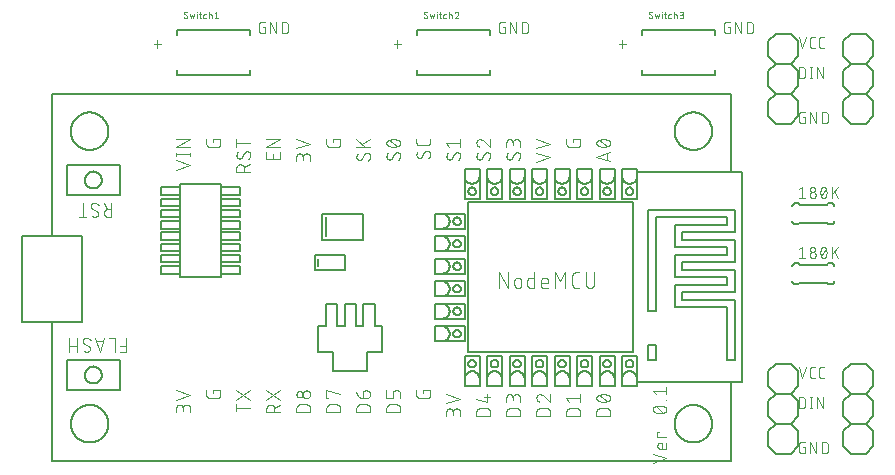
<source format=gbr>
G04 EAGLE Gerber RS-274X export*
G75*
%MOMM*%
%FSLAX34Y34*%
%LPD*%
%INSilkscreen Top*%
%IPPOS*%
%AMOC8*
5,1,8,0,0,1.08239X$1,22.5*%
G01*
%ADD10C,0.076200*%
%ADD11C,0.101600*%
%ADD12C,0.050800*%
%ADD13C,0.152400*%
%ADD14C,0.127000*%


D10*
X105636Y386602D02*
X107202Y386602D01*
X107202Y381381D01*
X104069Y381381D01*
X103980Y381383D01*
X103892Y381389D01*
X103804Y381398D01*
X103716Y381411D01*
X103629Y381428D01*
X103543Y381448D01*
X103458Y381473D01*
X103373Y381500D01*
X103290Y381532D01*
X103209Y381566D01*
X103129Y381605D01*
X103051Y381646D01*
X102974Y381691D01*
X102900Y381739D01*
X102827Y381790D01*
X102757Y381844D01*
X102690Y381902D01*
X102624Y381962D01*
X102562Y382024D01*
X102502Y382090D01*
X102444Y382157D01*
X102390Y382227D01*
X102339Y382300D01*
X102291Y382374D01*
X102246Y382451D01*
X102205Y382529D01*
X102166Y382609D01*
X102132Y382690D01*
X102100Y382773D01*
X102073Y382858D01*
X102048Y382943D01*
X102028Y383029D01*
X102011Y383116D01*
X101998Y383204D01*
X101989Y383292D01*
X101983Y383380D01*
X101981Y383469D01*
X101981Y388691D01*
X101983Y388782D01*
X101989Y388873D01*
X101999Y388964D01*
X102013Y389054D01*
X102030Y389143D01*
X102052Y389231D01*
X102078Y389319D01*
X102107Y389405D01*
X102140Y389490D01*
X102177Y389573D01*
X102217Y389655D01*
X102261Y389735D01*
X102308Y389813D01*
X102359Y389889D01*
X102412Y389962D01*
X102469Y390033D01*
X102530Y390102D01*
X102593Y390167D01*
X102658Y390230D01*
X102727Y390290D01*
X102798Y390348D01*
X102871Y390401D01*
X102947Y390452D01*
X103025Y390499D01*
X103105Y390543D01*
X103187Y390583D01*
X103270Y390620D01*
X103355Y390653D01*
X103441Y390682D01*
X103529Y390708D01*
X103617Y390730D01*
X103706Y390747D01*
X103796Y390761D01*
X103887Y390771D01*
X103978Y390777D01*
X104069Y390779D01*
X107202Y390779D01*
X111735Y390779D02*
X111735Y381381D01*
X116956Y381381D02*
X111735Y390779D01*
X116956Y390779D02*
X116956Y381381D01*
X121488Y381381D02*
X121488Y390779D01*
X124099Y390779D01*
X124199Y390777D01*
X124299Y390771D01*
X124398Y390762D01*
X124498Y390748D01*
X124596Y390731D01*
X124694Y390710D01*
X124791Y390686D01*
X124887Y390657D01*
X124982Y390625D01*
X125075Y390590D01*
X125167Y390551D01*
X125258Y390508D01*
X125346Y390462D01*
X125433Y390412D01*
X125518Y390360D01*
X125601Y390304D01*
X125682Y390245D01*
X125760Y390182D01*
X125836Y390117D01*
X125910Y390049D01*
X125980Y389979D01*
X126048Y389905D01*
X126113Y389829D01*
X126176Y389751D01*
X126235Y389670D01*
X126291Y389587D01*
X126343Y389502D01*
X126393Y389415D01*
X126439Y389327D01*
X126482Y389236D01*
X126521Y389144D01*
X126556Y389051D01*
X126588Y388956D01*
X126617Y388860D01*
X126641Y388763D01*
X126662Y388665D01*
X126679Y388567D01*
X126693Y388467D01*
X126702Y388368D01*
X126708Y388268D01*
X126710Y388168D01*
X126709Y388168D02*
X126709Y383992D01*
X126710Y383992D02*
X126708Y383892D01*
X126702Y383792D01*
X126693Y383693D01*
X126679Y383593D01*
X126662Y383495D01*
X126641Y383397D01*
X126617Y383300D01*
X126588Y383204D01*
X126556Y383109D01*
X126521Y383016D01*
X126482Y382924D01*
X126439Y382833D01*
X126393Y382745D01*
X126343Y382658D01*
X126291Y382573D01*
X126235Y382490D01*
X126176Y382409D01*
X126113Y382331D01*
X126048Y382255D01*
X125980Y382181D01*
X125910Y382111D01*
X125836Y382043D01*
X125760Y381978D01*
X125682Y381915D01*
X125601Y381856D01*
X125518Y381800D01*
X125433Y381748D01*
X125346Y381698D01*
X125258Y381652D01*
X125167Y381609D01*
X125075Y381570D01*
X124982Y381535D01*
X124887Y381503D01*
X124791Y381474D01*
X124694Y381450D01*
X124596Y381429D01*
X124498Y381412D01*
X124398Y381398D01*
X124299Y381389D01*
X124199Y381383D01*
X124099Y381381D01*
X121488Y381381D01*
X308836Y386602D02*
X310402Y386602D01*
X310402Y381381D01*
X307269Y381381D01*
X307180Y381383D01*
X307092Y381389D01*
X307004Y381398D01*
X306916Y381411D01*
X306829Y381428D01*
X306743Y381448D01*
X306658Y381473D01*
X306573Y381500D01*
X306490Y381532D01*
X306409Y381566D01*
X306329Y381605D01*
X306251Y381646D01*
X306174Y381691D01*
X306100Y381739D01*
X306027Y381790D01*
X305957Y381844D01*
X305890Y381902D01*
X305824Y381962D01*
X305762Y382024D01*
X305702Y382090D01*
X305644Y382157D01*
X305590Y382227D01*
X305539Y382300D01*
X305491Y382374D01*
X305446Y382451D01*
X305405Y382529D01*
X305366Y382609D01*
X305332Y382690D01*
X305300Y382773D01*
X305273Y382858D01*
X305248Y382943D01*
X305228Y383029D01*
X305211Y383116D01*
X305198Y383204D01*
X305189Y383292D01*
X305183Y383380D01*
X305181Y383469D01*
X305181Y388691D01*
X305183Y388782D01*
X305189Y388873D01*
X305199Y388964D01*
X305213Y389054D01*
X305230Y389143D01*
X305252Y389231D01*
X305278Y389319D01*
X305307Y389405D01*
X305340Y389490D01*
X305377Y389573D01*
X305417Y389655D01*
X305461Y389735D01*
X305508Y389813D01*
X305559Y389889D01*
X305612Y389962D01*
X305669Y390033D01*
X305730Y390102D01*
X305793Y390167D01*
X305858Y390230D01*
X305927Y390290D01*
X305998Y390348D01*
X306071Y390401D01*
X306147Y390452D01*
X306225Y390499D01*
X306305Y390543D01*
X306387Y390583D01*
X306470Y390620D01*
X306555Y390653D01*
X306641Y390682D01*
X306729Y390708D01*
X306817Y390730D01*
X306906Y390747D01*
X306996Y390761D01*
X307087Y390771D01*
X307178Y390777D01*
X307269Y390779D01*
X310402Y390779D01*
X314935Y390779D02*
X314935Y381381D01*
X320156Y381381D02*
X314935Y390779D01*
X320156Y390779D02*
X320156Y381381D01*
X324688Y381381D02*
X324688Y390779D01*
X327299Y390779D01*
X327399Y390777D01*
X327499Y390771D01*
X327598Y390762D01*
X327698Y390748D01*
X327796Y390731D01*
X327894Y390710D01*
X327991Y390686D01*
X328087Y390657D01*
X328182Y390625D01*
X328275Y390590D01*
X328367Y390551D01*
X328458Y390508D01*
X328546Y390462D01*
X328633Y390412D01*
X328718Y390360D01*
X328801Y390304D01*
X328882Y390245D01*
X328960Y390182D01*
X329036Y390117D01*
X329110Y390049D01*
X329180Y389979D01*
X329248Y389905D01*
X329313Y389829D01*
X329376Y389751D01*
X329435Y389670D01*
X329491Y389587D01*
X329543Y389502D01*
X329593Y389415D01*
X329639Y389327D01*
X329682Y389236D01*
X329721Y389144D01*
X329756Y389051D01*
X329788Y388956D01*
X329817Y388860D01*
X329841Y388763D01*
X329862Y388665D01*
X329879Y388567D01*
X329893Y388467D01*
X329902Y388368D01*
X329908Y388268D01*
X329910Y388168D01*
X329909Y388168D02*
X329909Y383992D01*
X329910Y383992D02*
X329908Y383892D01*
X329902Y383792D01*
X329893Y383693D01*
X329879Y383593D01*
X329862Y383495D01*
X329841Y383397D01*
X329817Y383300D01*
X329788Y383204D01*
X329756Y383109D01*
X329721Y383016D01*
X329682Y382924D01*
X329639Y382833D01*
X329593Y382745D01*
X329543Y382658D01*
X329491Y382573D01*
X329435Y382490D01*
X329376Y382409D01*
X329313Y382331D01*
X329248Y382255D01*
X329180Y382181D01*
X329110Y382111D01*
X329036Y382043D01*
X328960Y381978D01*
X328882Y381915D01*
X328801Y381856D01*
X328718Y381800D01*
X328633Y381748D01*
X328546Y381698D01*
X328458Y381652D01*
X328367Y381609D01*
X328275Y381570D01*
X328182Y381535D01*
X328087Y381503D01*
X327991Y381474D01*
X327894Y381450D01*
X327796Y381429D01*
X327698Y381412D01*
X327598Y381398D01*
X327499Y381389D01*
X327399Y381383D01*
X327299Y381381D01*
X324688Y381381D01*
X499336Y386602D02*
X500902Y386602D01*
X500902Y381381D01*
X497769Y381381D01*
X497680Y381383D01*
X497592Y381389D01*
X497504Y381398D01*
X497416Y381411D01*
X497329Y381428D01*
X497243Y381448D01*
X497158Y381473D01*
X497073Y381500D01*
X496990Y381532D01*
X496909Y381566D01*
X496829Y381605D01*
X496751Y381646D01*
X496674Y381691D01*
X496600Y381739D01*
X496527Y381790D01*
X496457Y381844D01*
X496390Y381902D01*
X496324Y381962D01*
X496262Y382024D01*
X496202Y382090D01*
X496144Y382157D01*
X496090Y382227D01*
X496039Y382300D01*
X495991Y382374D01*
X495946Y382451D01*
X495905Y382529D01*
X495866Y382609D01*
X495832Y382690D01*
X495800Y382773D01*
X495773Y382858D01*
X495748Y382943D01*
X495728Y383029D01*
X495711Y383116D01*
X495698Y383204D01*
X495689Y383292D01*
X495683Y383380D01*
X495681Y383469D01*
X495681Y388691D01*
X495683Y388782D01*
X495689Y388873D01*
X495699Y388964D01*
X495713Y389054D01*
X495730Y389143D01*
X495752Y389231D01*
X495778Y389319D01*
X495807Y389405D01*
X495840Y389490D01*
X495877Y389573D01*
X495917Y389655D01*
X495961Y389735D01*
X496008Y389813D01*
X496059Y389889D01*
X496112Y389962D01*
X496169Y390033D01*
X496230Y390102D01*
X496293Y390167D01*
X496358Y390230D01*
X496427Y390290D01*
X496498Y390348D01*
X496571Y390401D01*
X496647Y390452D01*
X496725Y390499D01*
X496805Y390543D01*
X496887Y390583D01*
X496970Y390620D01*
X497055Y390653D01*
X497141Y390682D01*
X497229Y390708D01*
X497317Y390730D01*
X497406Y390747D01*
X497496Y390761D01*
X497587Y390771D01*
X497678Y390777D01*
X497769Y390779D01*
X500902Y390779D01*
X505435Y390779D02*
X505435Y381381D01*
X510656Y381381D02*
X505435Y390779D01*
X510656Y390779D02*
X510656Y381381D01*
X515188Y381381D02*
X515188Y390779D01*
X517799Y390779D01*
X517899Y390777D01*
X517999Y390771D01*
X518098Y390762D01*
X518198Y390748D01*
X518296Y390731D01*
X518394Y390710D01*
X518491Y390686D01*
X518587Y390657D01*
X518682Y390625D01*
X518775Y390590D01*
X518867Y390551D01*
X518958Y390508D01*
X519046Y390462D01*
X519133Y390412D01*
X519218Y390360D01*
X519301Y390304D01*
X519382Y390245D01*
X519460Y390182D01*
X519536Y390117D01*
X519610Y390049D01*
X519680Y389979D01*
X519748Y389905D01*
X519813Y389829D01*
X519876Y389751D01*
X519935Y389670D01*
X519991Y389587D01*
X520043Y389502D01*
X520093Y389415D01*
X520139Y389327D01*
X520182Y389236D01*
X520221Y389144D01*
X520256Y389051D01*
X520288Y388956D01*
X520317Y388860D01*
X520341Y388763D01*
X520362Y388665D01*
X520379Y388567D01*
X520393Y388467D01*
X520402Y388368D01*
X520408Y388268D01*
X520410Y388168D01*
X520409Y388168D02*
X520409Y383992D01*
X520410Y383992D02*
X520408Y383892D01*
X520402Y383792D01*
X520393Y383693D01*
X520379Y383593D01*
X520362Y383495D01*
X520341Y383397D01*
X520317Y383300D01*
X520288Y383204D01*
X520256Y383109D01*
X520221Y383016D01*
X520182Y382924D01*
X520139Y382833D01*
X520093Y382745D01*
X520043Y382658D01*
X519991Y382573D01*
X519935Y382490D01*
X519876Y382409D01*
X519813Y382331D01*
X519748Y382255D01*
X519680Y382181D01*
X519610Y382111D01*
X519536Y382043D01*
X519460Y381978D01*
X519382Y381915D01*
X519301Y381856D01*
X519218Y381800D01*
X519133Y381748D01*
X519046Y381698D01*
X518958Y381652D01*
X518867Y381609D01*
X518775Y381570D01*
X518682Y381535D01*
X518587Y381503D01*
X518491Y381474D01*
X518394Y381450D01*
X518296Y381429D01*
X518198Y381412D01*
X518098Y381398D01*
X517999Y381389D01*
X517899Y381383D01*
X517799Y381381D01*
X515188Y381381D01*
X562836Y310402D02*
X564402Y310402D01*
X564402Y305181D01*
X561269Y305181D01*
X561180Y305183D01*
X561092Y305189D01*
X561004Y305198D01*
X560916Y305211D01*
X560829Y305228D01*
X560743Y305248D01*
X560658Y305273D01*
X560573Y305300D01*
X560490Y305332D01*
X560409Y305366D01*
X560329Y305405D01*
X560251Y305446D01*
X560174Y305491D01*
X560100Y305539D01*
X560027Y305590D01*
X559957Y305644D01*
X559890Y305702D01*
X559824Y305762D01*
X559762Y305824D01*
X559702Y305890D01*
X559644Y305957D01*
X559590Y306027D01*
X559539Y306100D01*
X559491Y306174D01*
X559446Y306251D01*
X559405Y306329D01*
X559366Y306409D01*
X559332Y306490D01*
X559300Y306573D01*
X559273Y306658D01*
X559248Y306743D01*
X559228Y306829D01*
X559211Y306916D01*
X559198Y307004D01*
X559189Y307092D01*
X559183Y307180D01*
X559181Y307269D01*
X559181Y312491D01*
X559183Y312582D01*
X559189Y312673D01*
X559199Y312764D01*
X559213Y312854D01*
X559230Y312943D01*
X559252Y313031D01*
X559278Y313119D01*
X559307Y313205D01*
X559340Y313290D01*
X559377Y313373D01*
X559417Y313455D01*
X559461Y313535D01*
X559508Y313613D01*
X559559Y313689D01*
X559612Y313762D01*
X559669Y313833D01*
X559730Y313902D01*
X559793Y313967D01*
X559858Y314030D01*
X559927Y314090D01*
X559998Y314148D01*
X560071Y314201D01*
X560147Y314252D01*
X560225Y314299D01*
X560305Y314343D01*
X560387Y314383D01*
X560470Y314420D01*
X560555Y314453D01*
X560641Y314482D01*
X560729Y314508D01*
X560817Y314530D01*
X560906Y314547D01*
X560996Y314561D01*
X561087Y314571D01*
X561178Y314577D01*
X561269Y314579D01*
X564402Y314579D01*
X568935Y314579D02*
X568935Y305181D01*
X574156Y305181D02*
X568935Y314579D01*
X574156Y314579D02*
X574156Y305181D01*
X578688Y305181D02*
X578688Y314579D01*
X581299Y314579D01*
X581399Y314577D01*
X581499Y314571D01*
X581598Y314562D01*
X581698Y314548D01*
X581796Y314531D01*
X581894Y314510D01*
X581991Y314486D01*
X582087Y314457D01*
X582182Y314425D01*
X582275Y314390D01*
X582367Y314351D01*
X582458Y314308D01*
X582546Y314262D01*
X582633Y314212D01*
X582718Y314160D01*
X582801Y314104D01*
X582882Y314045D01*
X582960Y313982D01*
X583036Y313917D01*
X583110Y313849D01*
X583180Y313779D01*
X583248Y313705D01*
X583313Y313629D01*
X583376Y313551D01*
X583435Y313470D01*
X583491Y313387D01*
X583543Y313302D01*
X583593Y313215D01*
X583639Y313127D01*
X583682Y313036D01*
X583721Y312944D01*
X583756Y312851D01*
X583788Y312756D01*
X583817Y312660D01*
X583841Y312563D01*
X583862Y312465D01*
X583879Y312367D01*
X583893Y312267D01*
X583902Y312168D01*
X583908Y312068D01*
X583910Y311968D01*
X583909Y311968D02*
X583909Y307792D01*
X583910Y307792D02*
X583908Y307692D01*
X583902Y307592D01*
X583893Y307493D01*
X583879Y307393D01*
X583862Y307295D01*
X583841Y307197D01*
X583817Y307100D01*
X583788Y307004D01*
X583756Y306909D01*
X583721Y306816D01*
X583682Y306724D01*
X583639Y306633D01*
X583593Y306545D01*
X583543Y306458D01*
X583491Y306373D01*
X583435Y306290D01*
X583376Y306209D01*
X583313Y306131D01*
X583248Y306055D01*
X583180Y305981D01*
X583110Y305911D01*
X583036Y305843D01*
X582960Y305778D01*
X582882Y305715D01*
X582801Y305656D01*
X582718Y305600D01*
X582633Y305548D01*
X582546Y305498D01*
X582458Y305452D01*
X582367Y305409D01*
X582275Y305370D01*
X582182Y305335D01*
X582087Y305303D01*
X581991Y305274D01*
X581894Y305250D01*
X581796Y305229D01*
X581698Y305212D01*
X581598Y305198D01*
X581499Y305189D01*
X581399Y305183D01*
X581299Y305181D01*
X578688Y305181D01*
X564402Y31002D02*
X562836Y31002D01*
X564402Y31002D02*
X564402Y25781D01*
X561269Y25781D01*
X561180Y25783D01*
X561092Y25789D01*
X561004Y25798D01*
X560916Y25811D01*
X560829Y25828D01*
X560743Y25848D01*
X560658Y25873D01*
X560573Y25900D01*
X560490Y25932D01*
X560409Y25966D01*
X560329Y26005D01*
X560251Y26046D01*
X560174Y26091D01*
X560100Y26139D01*
X560027Y26190D01*
X559957Y26244D01*
X559890Y26302D01*
X559824Y26362D01*
X559762Y26424D01*
X559702Y26490D01*
X559644Y26557D01*
X559590Y26627D01*
X559539Y26700D01*
X559491Y26774D01*
X559446Y26851D01*
X559405Y26929D01*
X559366Y27009D01*
X559332Y27090D01*
X559300Y27173D01*
X559273Y27258D01*
X559248Y27343D01*
X559228Y27429D01*
X559211Y27516D01*
X559198Y27604D01*
X559189Y27692D01*
X559183Y27780D01*
X559181Y27869D01*
X559181Y33091D01*
X559183Y33182D01*
X559189Y33273D01*
X559199Y33364D01*
X559213Y33454D01*
X559230Y33543D01*
X559252Y33631D01*
X559278Y33719D01*
X559307Y33805D01*
X559340Y33890D01*
X559377Y33973D01*
X559417Y34055D01*
X559461Y34135D01*
X559508Y34213D01*
X559559Y34289D01*
X559612Y34362D01*
X559669Y34433D01*
X559730Y34502D01*
X559793Y34567D01*
X559858Y34630D01*
X559927Y34690D01*
X559998Y34748D01*
X560071Y34801D01*
X560147Y34852D01*
X560225Y34899D01*
X560305Y34943D01*
X560387Y34983D01*
X560470Y35020D01*
X560555Y35053D01*
X560641Y35082D01*
X560729Y35108D01*
X560817Y35130D01*
X560906Y35147D01*
X560996Y35161D01*
X561087Y35171D01*
X561178Y35177D01*
X561269Y35179D01*
X564402Y35179D01*
X568935Y35179D02*
X568935Y25781D01*
X574156Y25781D02*
X568935Y35179D01*
X574156Y35179D02*
X574156Y25781D01*
X578688Y25781D02*
X578688Y35179D01*
X581299Y35179D01*
X581399Y35177D01*
X581499Y35171D01*
X581598Y35162D01*
X581698Y35148D01*
X581796Y35131D01*
X581894Y35110D01*
X581991Y35086D01*
X582087Y35057D01*
X582182Y35025D01*
X582275Y34990D01*
X582367Y34951D01*
X582458Y34908D01*
X582546Y34862D01*
X582633Y34812D01*
X582718Y34760D01*
X582801Y34704D01*
X582882Y34645D01*
X582960Y34582D01*
X583036Y34517D01*
X583110Y34449D01*
X583180Y34379D01*
X583248Y34305D01*
X583313Y34229D01*
X583376Y34151D01*
X583435Y34070D01*
X583491Y33987D01*
X583543Y33902D01*
X583593Y33815D01*
X583639Y33727D01*
X583682Y33636D01*
X583721Y33544D01*
X583756Y33451D01*
X583788Y33356D01*
X583817Y33260D01*
X583841Y33163D01*
X583862Y33065D01*
X583879Y32967D01*
X583893Y32867D01*
X583902Y32768D01*
X583908Y32668D01*
X583910Y32568D01*
X583909Y32568D02*
X583909Y28392D01*
X583910Y28392D02*
X583908Y28292D01*
X583902Y28192D01*
X583893Y28093D01*
X583879Y27993D01*
X583862Y27895D01*
X583841Y27797D01*
X583817Y27700D01*
X583788Y27604D01*
X583756Y27509D01*
X583721Y27416D01*
X583682Y27324D01*
X583639Y27233D01*
X583593Y27145D01*
X583543Y27058D01*
X583491Y26973D01*
X583435Y26890D01*
X583376Y26809D01*
X583313Y26731D01*
X583248Y26655D01*
X583180Y26581D01*
X583110Y26511D01*
X583036Y26443D01*
X582960Y26378D01*
X582882Y26315D01*
X582801Y26256D01*
X582718Y26200D01*
X582633Y26148D01*
X582546Y26098D01*
X582458Y26052D01*
X582367Y26009D01*
X582275Y25970D01*
X582182Y25935D01*
X582087Y25903D01*
X581991Y25874D01*
X581894Y25850D01*
X581796Y25829D01*
X581698Y25812D01*
X581598Y25798D01*
X581499Y25789D01*
X581399Y25783D01*
X581299Y25781D01*
X578688Y25781D01*
X562314Y368681D02*
X559181Y378079D01*
X565446Y378079D02*
X562314Y368681D01*
X570910Y368681D02*
X572998Y368681D01*
X570910Y368681D02*
X570821Y368683D01*
X570733Y368689D01*
X570645Y368698D01*
X570557Y368711D01*
X570470Y368728D01*
X570384Y368748D01*
X570299Y368773D01*
X570214Y368800D01*
X570131Y368832D01*
X570050Y368866D01*
X569970Y368905D01*
X569892Y368946D01*
X569815Y368991D01*
X569741Y369039D01*
X569668Y369090D01*
X569598Y369144D01*
X569531Y369202D01*
X569465Y369262D01*
X569403Y369324D01*
X569343Y369390D01*
X569285Y369457D01*
X569231Y369527D01*
X569180Y369600D01*
X569132Y369674D01*
X569087Y369751D01*
X569046Y369829D01*
X569007Y369909D01*
X568973Y369990D01*
X568941Y370073D01*
X568914Y370158D01*
X568889Y370243D01*
X568869Y370329D01*
X568852Y370416D01*
X568839Y370504D01*
X568830Y370592D01*
X568824Y370680D01*
X568822Y370769D01*
X568821Y370769D02*
X568821Y375991D01*
X568822Y375991D02*
X568824Y376082D01*
X568830Y376173D01*
X568840Y376264D01*
X568854Y376354D01*
X568871Y376443D01*
X568893Y376531D01*
X568919Y376619D01*
X568948Y376705D01*
X568981Y376790D01*
X569018Y376873D01*
X569058Y376955D01*
X569102Y377035D01*
X569149Y377113D01*
X569200Y377189D01*
X569253Y377262D01*
X569310Y377333D01*
X569371Y377402D01*
X569434Y377467D01*
X569499Y377530D01*
X569568Y377590D01*
X569639Y377648D01*
X569712Y377701D01*
X569788Y377752D01*
X569866Y377799D01*
X569946Y377843D01*
X570028Y377883D01*
X570111Y377920D01*
X570196Y377953D01*
X570282Y377982D01*
X570370Y378008D01*
X570458Y378030D01*
X570547Y378047D01*
X570637Y378061D01*
X570728Y378071D01*
X570819Y378077D01*
X570910Y378079D01*
X572998Y378079D01*
X578530Y368681D02*
X580618Y368681D01*
X578530Y368681D02*
X578441Y368683D01*
X578353Y368689D01*
X578265Y368698D01*
X578177Y368711D01*
X578090Y368728D01*
X578004Y368748D01*
X577919Y368773D01*
X577834Y368800D01*
X577751Y368832D01*
X577670Y368866D01*
X577590Y368905D01*
X577512Y368946D01*
X577435Y368991D01*
X577361Y369039D01*
X577288Y369090D01*
X577218Y369144D01*
X577151Y369202D01*
X577085Y369262D01*
X577023Y369324D01*
X576963Y369390D01*
X576905Y369457D01*
X576851Y369527D01*
X576800Y369600D01*
X576752Y369674D01*
X576707Y369751D01*
X576666Y369829D01*
X576627Y369909D01*
X576593Y369990D01*
X576561Y370073D01*
X576534Y370158D01*
X576509Y370243D01*
X576489Y370329D01*
X576472Y370416D01*
X576459Y370504D01*
X576450Y370592D01*
X576444Y370680D01*
X576442Y370769D01*
X576441Y370769D02*
X576441Y375991D01*
X576442Y375991D02*
X576444Y376082D01*
X576450Y376173D01*
X576460Y376264D01*
X576474Y376354D01*
X576491Y376443D01*
X576513Y376531D01*
X576539Y376619D01*
X576568Y376705D01*
X576601Y376790D01*
X576638Y376873D01*
X576678Y376955D01*
X576722Y377035D01*
X576769Y377113D01*
X576820Y377189D01*
X576873Y377262D01*
X576930Y377333D01*
X576991Y377402D01*
X577054Y377467D01*
X577119Y377530D01*
X577188Y377590D01*
X577259Y377648D01*
X577332Y377701D01*
X577408Y377752D01*
X577486Y377799D01*
X577566Y377843D01*
X577648Y377883D01*
X577731Y377920D01*
X577816Y377953D01*
X577902Y377982D01*
X577990Y378008D01*
X578078Y378030D01*
X578167Y378047D01*
X578257Y378061D01*
X578348Y378071D01*
X578439Y378077D01*
X578530Y378079D01*
X580618Y378079D01*
X559181Y98679D02*
X562314Y89281D01*
X565446Y98679D01*
X570910Y89281D02*
X572998Y89281D01*
X570910Y89281D02*
X570821Y89283D01*
X570733Y89289D01*
X570645Y89298D01*
X570557Y89311D01*
X570470Y89328D01*
X570384Y89348D01*
X570299Y89373D01*
X570214Y89400D01*
X570131Y89432D01*
X570050Y89466D01*
X569970Y89505D01*
X569892Y89546D01*
X569815Y89591D01*
X569741Y89639D01*
X569668Y89690D01*
X569598Y89744D01*
X569531Y89802D01*
X569465Y89862D01*
X569403Y89924D01*
X569343Y89990D01*
X569285Y90057D01*
X569231Y90127D01*
X569180Y90200D01*
X569132Y90274D01*
X569087Y90351D01*
X569046Y90429D01*
X569007Y90509D01*
X568973Y90590D01*
X568941Y90673D01*
X568914Y90758D01*
X568889Y90843D01*
X568869Y90929D01*
X568852Y91016D01*
X568839Y91104D01*
X568830Y91192D01*
X568824Y91280D01*
X568822Y91369D01*
X568821Y91369D02*
X568821Y96591D01*
X568822Y96591D02*
X568824Y96682D01*
X568830Y96773D01*
X568840Y96864D01*
X568854Y96954D01*
X568871Y97043D01*
X568893Y97131D01*
X568919Y97219D01*
X568948Y97305D01*
X568981Y97390D01*
X569018Y97473D01*
X569058Y97555D01*
X569102Y97635D01*
X569149Y97713D01*
X569200Y97789D01*
X569253Y97862D01*
X569310Y97933D01*
X569371Y98002D01*
X569434Y98067D01*
X569499Y98130D01*
X569568Y98190D01*
X569639Y98248D01*
X569712Y98301D01*
X569788Y98352D01*
X569866Y98399D01*
X569946Y98443D01*
X570028Y98483D01*
X570111Y98520D01*
X570196Y98553D01*
X570282Y98582D01*
X570370Y98608D01*
X570458Y98630D01*
X570547Y98647D01*
X570637Y98661D01*
X570728Y98671D01*
X570819Y98677D01*
X570910Y98679D01*
X572998Y98679D01*
X578530Y89281D02*
X580618Y89281D01*
X578530Y89281D02*
X578441Y89283D01*
X578353Y89289D01*
X578265Y89298D01*
X578177Y89311D01*
X578090Y89328D01*
X578004Y89348D01*
X577919Y89373D01*
X577834Y89400D01*
X577751Y89432D01*
X577670Y89466D01*
X577590Y89505D01*
X577512Y89546D01*
X577435Y89591D01*
X577361Y89639D01*
X577288Y89690D01*
X577218Y89744D01*
X577151Y89802D01*
X577085Y89862D01*
X577023Y89924D01*
X576963Y89990D01*
X576905Y90057D01*
X576851Y90127D01*
X576800Y90200D01*
X576752Y90274D01*
X576707Y90351D01*
X576666Y90429D01*
X576627Y90509D01*
X576593Y90590D01*
X576561Y90673D01*
X576534Y90758D01*
X576509Y90843D01*
X576489Y90929D01*
X576472Y91016D01*
X576459Y91104D01*
X576450Y91192D01*
X576444Y91280D01*
X576442Y91369D01*
X576441Y91369D02*
X576441Y96591D01*
X576442Y96591D02*
X576444Y96682D01*
X576450Y96773D01*
X576460Y96864D01*
X576474Y96954D01*
X576491Y97043D01*
X576513Y97131D01*
X576539Y97219D01*
X576568Y97305D01*
X576601Y97390D01*
X576638Y97473D01*
X576678Y97555D01*
X576722Y97635D01*
X576769Y97713D01*
X576820Y97789D01*
X576873Y97862D01*
X576930Y97933D01*
X576991Y98002D01*
X577054Y98067D01*
X577119Y98130D01*
X577188Y98190D01*
X577259Y98248D01*
X577332Y98301D01*
X577408Y98352D01*
X577486Y98399D01*
X577566Y98443D01*
X577648Y98483D01*
X577731Y98520D01*
X577816Y98553D01*
X577902Y98582D01*
X577990Y98608D01*
X578078Y98630D01*
X578167Y98647D01*
X578257Y98661D01*
X578348Y98671D01*
X578439Y98677D01*
X578530Y98679D01*
X580618Y98679D01*
X19346Y372336D02*
X13081Y372336D01*
X16214Y369203D02*
X16214Y375468D01*
X216281Y372336D02*
X222546Y372336D01*
X219414Y375468D02*
X219414Y369203D01*
X406781Y372336D02*
X413046Y372336D01*
X409914Y375468D02*
X409914Y369203D01*
X559181Y352679D02*
X559181Y343281D01*
X559181Y352679D02*
X561792Y352679D01*
X561892Y352677D01*
X561992Y352671D01*
X562091Y352662D01*
X562191Y352648D01*
X562289Y352631D01*
X562387Y352610D01*
X562484Y352586D01*
X562580Y352557D01*
X562675Y352525D01*
X562768Y352490D01*
X562860Y352451D01*
X562951Y352408D01*
X563039Y352362D01*
X563126Y352312D01*
X563211Y352260D01*
X563294Y352204D01*
X563375Y352145D01*
X563453Y352082D01*
X563529Y352017D01*
X563603Y351949D01*
X563673Y351879D01*
X563741Y351805D01*
X563806Y351729D01*
X563869Y351651D01*
X563928Y351570D01*
X563984Y351487D01*
X564036Y351402D01*
X564086Y351315D01*
X564132Y351227D01*
X564175Y351136D01*
X564214Y351044D01*
X564249Y350951D01*
X564281Y350856D01*
X564310Y350760D01*
X564334Y350663D01*
X564355Y350565D01*
X564372Y350467D01*
X564386Y350367D01*
X564395Y350268D01*
X564401Y350168D01*
X564403Y350068D01*
X564402Y350068D02*
X564402Y345892D01*
X564403Y345892D02*
X564401Y345792D01*
X564395Y345692D01*
X564386Y345593D01*
X564372Y345493D01*
X564355Y345395D01*
X564334Y345297D01*
X564310Y345200D01*
X564281Y345104D01*
X564249Y345009D01*
X564214Y344916D01*
X564175Y344824D01*
X564132Y344733D01*
X564086Y344645D01*
X564036Y344558D01*
X563984Y344473D01*
X563928Y344390D01*
X563869Y344309D01*
X563806Y344231D01*
X563741Y344155D01*
X563673Y344081D01*
X563603Y344011D01*
X563529Y343943D01*
X563453Y343878D01*
X563375Y343815D01*
X563294Y343756D01*
X563211Y343700D01*
X563126Y343648D01*
X563039Y343598D01*
X562951Y343552D01*
X562860Y343509D01*
X562768Y343470D01*
X562675Y343435D01*
X562580Y343403D01*
X562484Y343374D01*
X562387Y343350D01*
X562289Y343329D01*
X562191Y343312D01*
X562091Y343298D01*
X561992Y343289D01*
X561892Y343283D01*
X561792Y343281D01*
X559181Y343281D01*
X569412Y343281D02*
X569412Y352679D01*
X568367Y343281D02*
X570456Y343281D01*
X570456Y352679D02*
X568367Y352679D01*
X574421Y352679D02*
X574421Y343281D01*
X579642Y343281D02*
X574421Y352679D01*
X579642Y352679D02*
X579642Y343281D01*
X559181Y73279D02*
X559181Y63881D01*
X559181Y73279D02*
X561792Y73279D01*
X561892Y73277D01*
X561992Y73271D01*
X562091Y73262D01*
X562191Y73248D01*
X562289Y73231D01*
X562387Y73210D01*
X562484Y73186D01*
X562580Y73157D01*
X562675Y73125D01*
X562768Y73090D01*
X562860Y73051D01*
X562951Y73008D01*
X563039Y72962D01*
X563126Y72912D01*
X563211Y72860D01*
X563294Y72804D01*
X563375Y72745D01*
X563453Y72682D01*
X563529Y72617D01*
X563603Y72549D01*
X563673Y72479D01*
X563741Y72405D01*
X563806Y72329D01*
X563869Y72251D01*
X563928Y72170D01*
X563984Y72087D01*
X564036Y72002D01*
X564086Y71915D01*
X564132Y71827D01*
X564175Y71736D01*
X564214Y71644D01*
X564249Y71551D01*
X564281Y71456D01*
X564310Y71360D01*
X564334Y71263D01*
X564355Y71165D01*
X564372Y71067D01*
X564386Y70967D01*
X564395Y70868D01*
X564401Y70768D01*
X564403Y70668D01*
X564402Y70668D02*
X564402Y66492D01*
X564403Y66492D02*
X564401Y66392D01*
X564395Y66292D01*
X564386Y66193D01*
X564372Y66093D01*
X564355Y65995D01*
X564334Y65897D01*
X564310Y65800D01*
X564281Y65704D01*
X564249Y65609D01*
X564214Y65516D01*
X564175Y65424D01*
X564132Y65333D01*
X564086Y65245D01*
X564036Y65158D01*
X563984Y65073D01*
X563928Y64990D01*
X563869Y64909D01*
X563806Y64831D01*
X563741Y64755D01*
X563673Y64681D01*
X563603Y64611D01*
X563529Y64543D01*
X563453Y64478D01*
X563375Y64415D01*
X563294Y64356D01*
X563211Y64300D01*
X563126Y64248D01*
X563039Y64198D01*
X562951Y64152D01*
X562860Y64109D01*
X562768Y64070D01*
X562675Y64035D01*
X562580Y64003D01*
X562484Y63974D01*
X562387Y63950D01*
X562289Y63929D01*
X562191Y63912D01*
X562091Y63898D01*
X561992Y63889D01*
X561892Y63883D01*
X561792Y63881D01*
X559181Y63881D01*
X569412Y63881D02*
X569412Y73279D01*
X568367Y63881D02*
X570456Y63881D01*
X570456Y73279D02*
X568367Y73279D01*
X574421Y73279D02*
X574421Y63881D01*
X579642Y63881D02*
X574421Y73279D01*
X579642Y73279D02*
X579642Y63881D01*
X559181Y248991D02*
X561792Y251079D01*
X561792Y241681D01*
X564402Y241681D02*
X559181Y241681D01*
X568325Y244292D02*
X568327Y244393D01*
X568333Y244494D01*
X568343Y244595D01*
X568356Y244695D01*
X568374Y244795D01*
X568395Y244894D01*
X568421Y244992D01*
X568450Y245089D01*
X568482Y245185D01*
X568519Y245279D01*
X568559Y245372D01*
X568603Y245464D01*
X568650Y245553D01*
X568701Y245641D01*
X568755Y245727D01*
X568812Y245810D01*
X568872Y245892D01*
X568936Y245970D01*
X569002Y246047D01*
X569072Y246120D01*
X569144Y246191D01*
X569219Y246259D01*
X569297Y246324D01*
X569377Y246386D01*
X569459Y246445D01*
X569544Y246501D01*
X569631Y246553D01*
X569719Y246602D01*
X569810Y246648D01*
X569902Y246689D01*
X569996Y246728D01*
X570091Y246762D01*
X570187Y246793D01*
X570285Y246820D01*
X570383Y246844D01*
X570483Y246863D01*
X570583Y246879D01*
X570683Y246891D01*
X570784Y246899D01*
X570885Y246903D01*
X570987Y246903D01*
X571088Y246899D01*
X571189Y246891D01*
X571289Y246879D01*
X571389Y246863D01*
X571489Y246844D01*
X571587Y246820D01*
X571685Y246793D01*
X571781Y246762D01*
X571876Y246728D01*
X571970Y246689D01*
X572062Y246648D01*
X572153Y246602D01*
X572242Y246553D01*
X572328Y246501D01*
X572413Y246445D01*
X572495Y246386D01*
X572575Y246324D01*
X572653Y246259D01*
X572728Y246191D01*
X572800Y246120D01*
X572870Y246047D01*
X572936Y245970D01*
X573000Y245892D01*
X573060Y245810D01*
X573117Y245727D01*
X573171Y245641D01*
X573222Y245553D01*
X573269Y245464D01*
X573313Y245372D01*
X573353Y245279D01*
X573390Y245185D01*
X573422Y245089D01*
X573451Y244992D01*
X573477Y244894D01*
X573498Y244795D01*
X573516Y244695D01*
X573529Y244595D01*
X573539Y244494D01*
X573545Y244393D01*
X573547Y244292D01*
X573545Y244191D01*
X573539Y244090D01*
X573529Y243989D01*
X573516Y243889D01*
X573498Y243789D01*
X573477Y243690D01*
X573451Y243592D01*
X573422Y243495D01*
X573390Y243399D01*
X573353Y243305D01*
X573313Y243212D01*
X573269Y243120D01*
X573222Y243031D01*
X573171Y242943D01*
X573117Y242857D01*
X573060Y242774D01*
X573000Y242692D01*
X572936Y242614D01*
X572870Y242537D01*
X572800Y242464D01*
X572728Y242393D01*
X572653Y242325D01*
X572575Y242260D01*
X572495Y242198D01*
X572413Y242139D01*
X572328Y242083D01*
X572242Y242031D01*
X572153Y241982D01*
X572062Y241936D01*
X571970Y241895D01*
X571876Y241856D01*
X571781Y241822D01*
X571685Y241791D01*
X571587Y241764D01*
X571489Y241740D01*
X571389Y241721D01*
X571289Y241705D01*
X571189Y241693D01*
X571088Y241685D01*
X570987Y241681D01*
X570885Y241681D01*
X570784Y241685D01*
X570683Y241693D01*
X570583Y241705D01*
X570483Y241721D01*
X570383Y241740D01*
X570285Y241764D01*
X570187Y241791D01*
X570091Y241822D01*
X569996Y241856D01*
X569902Y241895D01*
X569810Y241936D01*
X569719Y241982D01*
X569631Y242031D01*
X569544Y242083D01*
X569459Y242139D01*
X569377Y242198D01*
X569297Y242260D01*
X569219Y242325D01*
X569144Y242393D01*
X569072Y242464D01*
X569002Y242537D01*
X568936Y242614D01*
X568872Y242692D01*
X568812Y242774D01*
X568755Y242857D01*
X568701Y242943D01*
X568650Y243031D01*
X568603Y243120D01*
X568559Y243212D01*
X568519Y243305D01*
X568482Y243399D01*
X568450Y243495D01*
X568421Y243592D01*
X568395Y243690D01*
X568374Y243789D01*
X568356Y243889D01*
X568343Y243989D01*
X568333Y244090D01*
X568327Y244191D01*
X568325Y244292D01*
X568848Y248991D02*
X568850Y249081D01*
X568856Y249170D01*
X568865Y249260D01*
X568879Y249349D01*
X568896Y249437D01*
X568917Y249524D01*
X568942Y249611D01*
X568971Y249696D01*
X569003Y249780D01*
X569038Y249862D01*
X569078Y249943D01*
X569120Y250022D01*
X569166Y250099D01*
X569216Y250174D01*
X569268Y250247D01*
X569324Y250318D01*
X569382Y250386D01*
X569444Y250451D01*
X569508Y250514D01*
X569575Y250574D01*
X569644Y250631D01*
X569716Y250685D01*
X569790Y250736D01*
X569866Y250784D01*
X569944Y250828D01*
X570024Y250869D01*
X570106Y250907D01*
X570189Y250941D01*
X570274Y250971D01*
X570360Y250998D01*
X570446Y251021D01*
X570534Y251040D01*
X570623Y251055D01*
X570712Y251067D01*
X570801Y251075D01*
X570891Y251079D01*
X570981Y251079D01*
X571071Y251075D01*
X571160Y251067D01*
X571249Y251055D01*
X571338Y251040D01*
X571426Y251021D01*
X571512Y250998D01*
X571598Y250971D01*
X571683Y250941D01*
X571766Y250907D01*
X571848Y250869D01*
X571928Y250828D01*
X572006Y250784D01*
X572082Y250736D01*
X572156Y250685D01*
X572228Y250631D01*
X572297Y250574D01*
X572364Y250514D01*
X572428Y250451D01*
X572490Y250386D01*
X572548Y250318D01*
X572604Y250247D01*
X572656Y250174D01*
X572706Y250099D01*
X572752Y250022D01*
X572794Y249943D01*
X572834Y249862D01*
X572869Y249780D01*
X572901Y249696D01*
X572930Y249611D01*
X572955Y249524D01*
X572976Y249437D01*
X572993Y249349D01*
X573007Y249260D01*
X573016Y249170D01*
X573022Y249081D01*
X573024Y248991D01*
X573022Y248901D01*
X573016Y248812D01*
X573007Y248722D01*
X572993Y248633D01*
X572976Y248545D01*
X572955Y248458D01*
X572930Y248371D01*
X572901Y248286D01*
X572869Y248202D01*
X572834Y248120D01*
X572794Y248039D01*
X572752Y247960D01*
X572706Y247883D01*
X572656Y247808D01*
X572604Y247735D01*
X572548Y247664D01*
X572490Y247596D01*
X572428Y247531D01*
X572364Y247468D01*
X572297Y247408D01*
X572228Y247351D01*
X572156Y247297D01*
X572082Y247246D01*
X572006Y247198D01*
X571928Y247154D01*
X571848Y247113D01*
X571766Y247075D01*
X571683Y247041D01*
X571598Y247011D01*
X571512Y246984D01*
X571426Y246961D01*
X571338Y246942D01*
X571249Y246927D01*
X571160Y246915D01*
X571071Y246907D01*
X570981Y246903D01*
X570891Y246903D01*
X570801Y246907D01*
X570712Y246915D01*
X570623Y246927D01*
X570534Y246942D01*
X570446Y246961D01*
X570360Y246984D01*
X570274Y247011D01*
X570189Y247041D01*
X570106Y247075D01*
X570024Y247113D01*
X569944Y247154D01*
X569866Y247198D01*
X569790Y247246D01*
X569716Y247297D01*
X569644Y247351D01*
X569575Y247408D01*
X569508Y247468D01*
X569444Y247531D01*
X569382Y247596D01*
X569324Y247664D01*
X569268Y247735D01*
X569216Y247808D01*
X569166Y247883D01*
X569120Y247960D01*
X569078Y248039D01*
X569038Y248120D01*
X569003Y248202D01*
X568971Y248286D01*
X568942Y248371D01*
X568917Y248458D01*
X568896Y248545D01*
X568879Y248633D01*
X568865Y248722D01*
X568856Y248812D01*
X568850Y248901D01*
X568848Y248991D01*
X577469Y246380D02*
X577471Y246565D01*
X577478Y246750D01*
X577489Y246934D01*
X577504Y247118D01*
X577524Y247302D01*
X577548Y247486D01*
X577577Y247668D01*
X577610Y247850D01*
X577647Y248031D01*
X577689Y248211D01*
X577735Y248391D01*
X577785Y248569D01*
X577839Y248745D01*
X577898Y248921D01*
X577960Y249095D01*
X578027Y249267D01*
X578098Y249438D01*
X578173Y249607D01*
X578252Y249774D01*
X578251Y249774D02*
X578281Y249854D01*
X578314Y249933D01*
X578351Y250010D01*
X578391Y250086D01*
X578434Y250160D01*
X578480Y250232D01*
X578530Y250301D01*
X578582Y250369D01*
X578638Y250434D01*
X578696Y250497D01*
X578758Y250556D01*
X578821Y250614D01*
X578888Y250668D01*
X578956Y250719D01*
X579027Y250767D01*
X579100Y250812D01*
X579174Y250854D01*
X579251Y250892D01*
X579329Y250927D01*
X579408Y250959D01*
X579489Y250987D01*
X579571Y251011D01*
X579655Y251032D01*
X579738Y251049D01*
X579823Y251062D01*
X579908Y251071D01*
X579993Y251077D01*
X580079Y251079D01*
X580165Y251077D01*
X580250Y251071D01*
X580335Y251062D01*
X580420Y251049D01*
X580503Y251032D01*
X580587Y251011D01*
X580669Y250987D01*
X580750Y250959D01*
X580829Y250927D01*
X580907Y250892D01*
X580984Y250854D01*
X581058Y250812D01*
X581131Y250767D01*
X581202Y250719D01*
X581270Y250668D01*
X581337Y250614D01*
X581400Y250556D01*
X581462Y250497D01*
X581520Y250434D01*
X581576Y250369D01*
X581628Y250301D01*
X581678Y250232D01*
X581724Y250160D01*
X581767Y250086D01*
X581807Y250010D01*
X581844Y249933D01*
X581877Y249854D01*
X581907Y249774D01*
X581986Y249607D01*
X582061Y249438D01*
X582132Y249267D01*
X582199Y249095D01*
X582261Y248921D01*
X582320Y248745D01*
X582374Y248569D01*
X582424Y248391D01*
X582470Y248211D01*
X582512Y248031D01*
X582549Y247850D01*
X582582Y247668D01*
X582611Y247486D01*
X582635Y247302D01*
X582655Y247118D01*
X582670Y246934D01*
X582681Y246750D01*
X582688Y246565D01*
X582690Y246380D01*
X577469Y246380D02*
X577471Y246195D01*
X577478Y246010D01*
X577489Y245826D01*
X577504Y245642D01*
X577524Y245458D01*
X577548Y245274D01*
X577577Y245092D01*
X577610Y244910D01*
X577647Y244729D01*
X577689Y244549D01*
X577735Y244369D01*
X577785Y244191D01*
X577839Y244015D01*
X577898Y243839D01*
X577960Y243665D01*
X578027Y243493D01*
X578098Y243322D01*
X578173Y243153D01*
X578252Y242986D01*
X578251Y242986D02*
X578281Y242906D01*
X578314Y242827D01*
X578351Y242750D01*
X578391Y242674D01*
X578434Y242600D01*
X578480Y242528D01*
X578530Y242459D01*
X578583Y242391D01*
X578638Y242326D01*
X578697Y242263D01*
X578758Y242204D01*
X578821Y242146D01*
X578888Y242092D01*
X578956Y242041D01*
X579027Y241993D01*
X579100Y241948D01*
X579174Y241906D01*
X579251Y241868D01*
X579329Y241833D01*
X579408Y241801D01*
X579489Y241773D01*
X579571Y241749D01*
X579655Y241728D01*
X579738Y241711D01*
X579823Y241698D01*
X579908Y241689D01*
X579993Y241683D01*
X580079Y241681D01*
X581907Y242986D02*
X581986Y243153D01*
X582061Y243322D01*
X582132Y243493D01*
X582199Y243665D01*
X582261Y243839D01*
X582320Y244015D01*
X582374Y244191D01*
X582424Y244369D01*
X582470Y244549D01*
X582512Y244729D01*
X582549Y244910D01*
X582582Y245092D01*
X582611Y245274D01*
X582635Y245458D01*
X582655Y245642D01*
X582670Y245826D01*
X582681Y246010D01*
X582688Y246195D01*
X582690Y246380D01*
X581907Y242986D02*
X581877Y242906D01*
X581844Y242827D01*
X581807Y242750D01*
X581767Y242674D01*
X581724Y242600D01*
X581678Y242528D01*
X581628Y242459D01*
X581576Y242391D01*
X581520Y242326D01*
X581462Y242263D01*
X581400Y242204D01*
X581337Y242146D01*
X581270Y242092D01*
X581202Y242041D01*
X581131Y241993D01*
X581058Y241948D01*
X580984Y241906D01*
X580907Y241868D01*
X580829Y241833D01*
X580750Y241801D01*
X580669Y241773D01*
X580587Y241749D01*
X580503Y241728D01*
X580420Y241711D01*
X580335Y241698D01*
X580250Y241689D01*
X580165Y241683D01*
X580079Y241681D01*
X577991Y243769D02*
X582168Y248991D01*
X587049Y251079D02*
X587049Y241681D01*
X587049Y245336D02*
X592270Y251079D01*
X589137Y247424D02*
X592270Y241681D01*
X561792Y200279D02*
X559181Y198191D01*
X561792Y200279D02*
X561792Y190881D01*
X564402Y190881D02*
X559181Y190881D01*
X568325Y193492D02*
X568327Y193593D01*
X568333Y193694D01*
X568343Y193795D01*
X568356Y193895D01*
X568374Y193995D01*
X568395Y194094D01*
X568421Y194192D01*
X568450Y194289D01*
X568482Y194385D01*
X568519Y194479D01*
X568559Y194572D01*
X568603Y194664D01*
X568650Y194753D01*
X568701Y194841D01*
X568755Y194927D01*
X568812Y195010D01*
X568872Y195092D01*
X568936Y195170D01*
X569002Y195247D01*
X569072Y195320D01*
X569144Y195391D01*
X569219Y195459D01*
X569297Y195524D01*
X569377Y195586D01*
X569459Y195645D01*
X569544Y195701D01*
X569631Y195753D01*
X569719Y195802D01*
X569810Y195848D01*
X569902Y195889D01*
X569996Y195928D01*
X570091Y195962D01*
X570187Y195993D01*
X570285Y196020D01*
X570383Y196044D01*
X570483Y196063D01*
X570583Y196079D01*
X570683Y196091D01*
X570784Y196099D01*
X570885Y196103D01*
X570987Y196103D01*
X571088Y196099D01*
X571189Y196091D01*
X571289Y196079D01*
X571389Y196063D01*
X571489Y196044D01*
X571587Y196020D01*
X571685Y195993D01*
X571781Y195962D01*
X571876Y195928D01*
X571970Y195889D01*
X572062Y195848D01*
X572153Y195802D01*
X572242Y195753D01*
X572328Y195701D01*
X572413Y195645D01*
X572495Y195586D01*
X572575Y195524D01*
X572653Y195459D01*
X572728Y195391D01*
X572800Y195320D01*
X572870Y195247D01*
X572936Y195170D01*
X573000Y195092D01*
X573060Y195010D01*
X573117Y194927D01*
X573171Y194841D01*
X573222Y194753D01*
X573269Y194664D01*
X573313Y194572D01*
X573353Y194479D01*
X573390Y194385D01*
X573422Y194289D01*
X573451Y194192D01*
X573477Y194094D01*
X573498Y193995D01*
X573516Y193895D01*
X573529Y193795D01*
X573539Y193694D01*
X573545Y193593D01*
X573547Y193492D01*
X573545Y193391D01*
X573539Y193290D01*
X573529Y193189D01*
X573516Y193089D01*
X573498Y192989D01*
X573477Y192890D01*
X573451Y192792D01*
X573422Y192695D01*
X573390Y192599D01*
X573353Y192505D01*
X573313Y192412D01*
X573269Y192320D01*
X573222Y192231D01*
X573171Y192143D01*
X573117Y192057D01*
X573060Y191974D01*
X573000Y191892D01*
X572936Y191814D01*
X572870Y191737D01*
X572800Y191664D01*
X572728Y191593D01*
X572653Y191525D01*
X572575Y191460D01*
X572495Y191398D01*
X572413Y191339D01*
X572328Y191283D01*
X572242Y191231D01*
X572153Y191182D01*
X572062Y191136D01*
X571970Y191095D01*
X571876Y191056D01*
X571781Y191022D01*
X571685Y190991D01*
X571587Y190964D01*
X571489Y190940D01*
X571389Y190921D01*
X571289Y190905D01*
X571189Y190893D01*
X571088Y190885D01*
X570987Y190881D01*
X570885Y190881D01*
X570784Y190885D01*
X570683Y190893D01*
X570583Y190905D01*
X570483Y190921D01*
X570383Y190940D01*
X570285Y190964D01*
X570187Y190991D01*
X570091Y191022D01*
X569996Y191056D01*
X569902Y191095D01*
X569810Y191136D01*
X569719Y191182D01*
X569631Y191231D01*
X569544Y191283D01*
X569459Y191339D01*
X569377Y191398D01*
X569297Y191460D01*
X569219Y191525D01*
X569144Y191593D01*
X569072Y191664D01*
X569002Y191737D01*
X568936Y191814D01*
X568872Y191892D01*
X568812Y191974D01*
X568755Y192057D01*
X568701Y192143D01*
X568650Y192231D01*
X568603Y192320D01*
X568559Y192412D01*
X568519Y192505D01*
X568482Y192599D01*
X568450Y192695D01*
X568421Y192792D01*
X568395Y192890D01*
X568374Y192989D01*
X568356Y193089D01*
X568343Y193189D01*
X568333Y193290D01*
X568327Y193391D01*
X568325Y193492D01*
X568848Y198191D02*
X568850Y198281D01*
X568856Y198370D01*
X568865Y198460D01*
X568879Y198549D01*
X568896Y198637D01*
X568917Y198724D01*
X568942Y198811D01*
X568971Y198896D01*
X569003Y198980D01*
X569038Y199062D01*
X569078Y199143D01*
X569120Y199222D01*
X569166Y199299D01*
X569216Y199374D01*
X569268Y199447D01*
X569324Y199518D01*
X569382Y199586D01*
X569444Y199651D01*
X569508Y199714D01*
X569575Y199774D01*
X569644Y199831D01*
X569716Y199885D01*
X569790Y199936D01*
X569866Y199984D01*
X569944Y200028D01*
X570024Y200069D01*
X570106Y200107D01*
X570189Y200141D01*
X570274Y200171D01*
X570360Y200198D01*
X570446Y200221D01*
X570534Y200240D01*
X570623Y200255D01*
X570712Y200267D01*
X570801Y200275D01*
X570891Y200279D01*
X570981Y200279D01*
X571071Y200275D01*
X571160Y200267D01*
X571249Y200255D01*
X571338Y200240D01*
X571426Y200221D01*
X571512Y200198D01*
X571598Y200171D01*
X571683Y200141D01*
X571766Y200107D01*
X571848Y200069D01*
X571928Y200028D01*
X572006Y199984D01*
X572082Y199936D01*
X572156Y199885D01*
X572228Y199831D01*
X572297Y199774D01*
X572364Y199714D01*
X572428Y199651D01*
X572490Y199586D01*
X572548Y199518D01*
X572604Y199447D01*
X572656Y199374D01*
X572706Y199299D01*
X572752Y199222D01*
X572794Y199143D01*
X572834Y199062D01*
X572869Y198980D01*
X572901Y198896D01*
X572930Y198811D01*
X572955Y198724D01*
X572976Y198637D01*
X572993Y198549D01*
X573007Y198460D01*
X573016Y198370D01*
X573022Y198281D01*
X573024Y198191D01*
X573022Y198101D01*
X573016Y198012D01*
X573007Y197922D01*
X572993Y197833D01*
X572976Y197745D01*
X572955Y197658D01*
X572930Y197571D01*
X572901Y197486D01*
X572869Y197402D01*
X572834Y197320D01*
X572794Y197239D01*
X572752Y197160D01*
X572706Y197083D01*
X572656Y197008D01*
X572604Y196935D01*
X572548Y196864D01*
X572490Y196796D01*
X572428Y196731D01*
X572364Y196668D01*
X572297Y196608D01*
X572228Y196551D01*
X572156Y196497D01*
X572082Y196446D01*
X572006Y196398D01*
X571928Y196354D01*
X571848Y196313D01*
X571766Y196275D01*
X571683Y196241D01*
X571598Y196211D01*
X571512Y196184D01*
X571426Y196161D01*
X571338Y196142D01*
X571249Y196127D01*
X571160Y196115D01*
X571071Y196107D01*
X570981Y196103D01*
X570891Y196103D01*
X570801Y196107D01*
X570712Y196115D01*
X570623Y196127D01*
X570534Y196142D01*
X570446Y196161D01*
X570360Y196184D01*
X570274Y196211D01*
X570189Y196241D01*
X570106Y196275D01*
X570024Y196313D01*
X569944Y196354D01*
X569866Y196398D01*
X569790Y196446D01*
X569716Y196497D01*
X569644Y196551D01*
X569575Y196608D01*
X569508Y196668D01*
X569444Y196731D01*
X569382Y196796D01*
X569324Y196864D01*
X569268Y196935D01*
X569216Y197008D01*
X569166Y197083D01*
X569120Y197160D01*
X569078Y197239D01*
X569038Y197320D01*
X569003Y197402D01*
X568971Y197486D01*
X568942Y197571D01*
X568917Y197658D01*
X568896Y197745D01*
X568879Y197833D01*
X568865Y197922D01*
X568856Y198012D01*
X568850Y198101D01*
X568848Y198191D01*
X577469Y195580D02*
X577471Y195765D01*
X577478Y195950D01*
X577489Y196134D01*
X577504Y196318D01*
X577524Y196502D01*
X577548Y196686D01*
X577577Y196868D01*
X577610Y197050D01*
X577647Y197231D01*
X577689Y197411D01*
X577735Y197591D01*
X577785Y197769D01*
X577839Y197945D01*
X577898Y198121D01*
X577960Y198295D01*
X578027Y198467D01*
X578098Y198638D01*
X578173Y198807D01*
X578252Y198974D01*
X578251Y198974D02*
X578281Y199054D01*
X578314Y199133D01*
X578351Y199210D01*
X578391Y199286D01*
X578434Y199360D01*
X578480Y199432D01*
X578530Y199501D01*
X578582Y199569D01*
X578638Y199634D01*
X578696Y199697D01*
X578758Y199756D01*
X578821Y199814D01*
X578888Y199868D01*
X578956Y199919D01*
X579027Y199967D01*
X579100Y200012D01*
X579174Y200054D01*
X579251Y200092D01*
X579329Y200127D01*
X579408Y200159D01*
X579489Y200187D01*
X579571Y200211D01*
X579655Y200232D01*
X579738Y200249D01*
X579823Y200262D01*
X579908Y200271D01*
X579993Y200277D01*
X580079Y200279D01*
X580165Y200277D01*
X580250Y200271D01*
X580335Y200262D01*
X580420Y200249D01*
X580503Y200232D01*
X580587Y200211D01*
X580669Y200187D01*
X580750Y200159D01*
X580829Y200127D01*
X580907Y200092D01*
X580984Y200054D01*
X581058Y200012D01*
X581131Y199967D01*
X581202Y199919D01*
X581270Y199868D01*
X581337Y199814D01*
X581400Y199756D01*
X581462Y199697D01*
X581520Y199634D01*
X581576Y199569D01*
X581628Y199501D01*
X581678Y199432D01*
X581724Y199360D01*
X581767Y199286D01*
X581807Y199210D01*
X581844Y199133D01*
X581877Y199054D01*
X581907Y198974D01*
X581986Y198807D01*
X582061Y198638D01*
X582132Y198467D01*
X582199Y198295D01*
X582261Y198121D01*
X582320Y197945D01*
X582374Y197769D01*
X582424Y197591D01*
X582470Y197411D01*
X582512Y197231D01*
X582549Y197050D01*
X582582Y196868D01*
X582611Y196686D01*
X582635Y196502D01*
X582655Y196318D01*
X582670Y196134D01*
X582681Y195950D01*
X582688Y195765D01*
X582690Y195580D01*
X577469Y195580D02*
X577471Y195395D01*
X577478Y195210D01*
X577489Y195026D01*
X577504Y194842D01*
X577524Y194658D01*
X577548Y194474D01*
X577577Y194292D01*
X577610Y194110D01*
X577647Y193929D01*
X577689Y193749D01*
X577735Y193569D01*
X577785Y193391D01*
X577839Y193215D01*
X577898Y193039D01*
X577960Y192865D01*
X578027Y192693D01*
X578098Y192522D01*
X578173Y192353D01*
X578252Y192186D01*
X578251Y192186D02*
X578281Y192106D01*
X578314Y192027D01*
X578351Y191950D01*
X578391Y191874D01*
X578434Y191800D01*
X578480Y191728D01*
X578530Y191659D01*
X578583Y191591D01*
X578638Y191526D01*
X578697Y191463D01*
X578758Y191404D01*
X578821Y191346D01*
X578888Y191292D01*
X578956Y191241D01*
X579027Y191193D01*
X579100Y191148D01*
X579174Y191106D01*
X579251Y191068D01*
X579329Y191033D01*
X579408Y191001D01*
X579489Y190973D01*
X579571Y190949D01*
X579655Y190928D01*
X579738Y190911D01*
X579823Y190898D01*
X579908Y190889D01*
X579993Y190883D01*
X580079Y190881D01*
X581907Y192186D02*
X581986Y192353D01*
X582061Y192522D01*
X582132Y192693D01*
X582199Y192865D01*
X582261Y193039D01*
X582320Y193215D01*
X582374Y193391D01*
X582424Y193569D01*
X582470Y193749D01*
X582512Y193929D01*
X582549Y194110D01*
X582582Y194292D01*
X582611Y194474D01*
X582635Y194658D01*
X582655Y194842D01*
X582670Y195026D01*
X582681Y195210D01*
X582688Y195395D01*
X582690Y195580D01*
X581907Y192186D02*
X581877Y192106D01*
X581844Y192027D01*
X581807Y191950D01*
X581767Y191874D01*
X581724Y191800D01*
X581678Y191728D01*
X581628Y191659D01*
X581576Y191591D01*
X581520Y191526D01*
X581462Y191463D01*
X581400Y191404D01*
X581337Y191346D01*
X581270Y191292D01*
X581202Y191241D01*
X581131Y191193D01*
X581058Y191148D01*
X580984Y191106D01*
X580907Y191068D01*
X580829Y191033D01*
X580750Y191001D01*
X580669Y190973D01*
X580587Y190949D01*
X580503Y190928D01*
X580420Y190911D01*
X580335Y190898D01*
X580250Y190889D01*
X580165Y190883D01*
X580079Y190881D01*
X577991Y192969D02*
X582168Y198191D01*
X587049Y200279D02*
X587049Y190881D01*
X587049Y194536D02*
X592270Y200279D01*
X589137Y196624D02*
X592270Y190881D01*
D11*
X305308Y178816D02*
X305308Y165608D01*
X312646Y165608D02*
X305308Y178816D01*
X312646Y178816D02*
X312646Y165608D01*
X318417Y168543D02*
X318417Y171478D01*
X318419Y171585D01*
X318425Y171692D01*
X318435Y171799D01*
X318448Y171905D01*
X318466Y172011D01*
X318487Y172116D01*
X318512Y172220D01*
X318541Y172324D01*
X318574Y172426D01*
X318611Y172526D01*
X318651Y172626D01*
X318695Y172724D01*
X318742Y172820D01*
X318793Y172914D01*
X318847Y173007D01*
X318904Y173097D01*
X318965Y173186D01*
X319029Y173272D01*
X319096Y173355D01*
X319166Y173437D01*
X319239Y173515D01*
X319315Y173591D01*
X319393Y173664D01*
X319475Y173734D01*
X319558Y173801D01*
X319644Y173865D01*
X319733Y173926D01*
X319823Y173983D01*
X319916Y174037D01*
X320010Y174088D01*
X320106Y174135D01*
X320204Y174179D01*
X320304Y174219D01*
X320404Y174256D01*
X320506Y174289D01*
X320610Y174318D01*
X320714Y174343D01*
X320819Y174364D01*
X320925Y174382D01*
X321031Y174395D01*
X321138Y174405D01*
X321245Y174411D01*
X321352Y174413D01*
X321459Y174411D01*
X321566Y174405D01*
X321673Y174395D01*
X321779Y174382D01*
X321885Y174364D01*
X321990Y174343D01*
X322094Y174318D01*
X322198Y174289D01*
X322300Y174256D01*
X322400Y174219D01*
X322500Y174179D01*
X322598Y174135D01*
X322694Y174088D01*
X322788Y174037D01*
X322881Y173983D01*
X322971Y173926D01*
X323060Y173865D01*
X323146Y173801D01*
X323229Y173734D01*
X323311Y173664D01*
X323389Y173591D01*
X323465Y173515D01*
X323538Y173437D01*
X323608Y173355D01*
X323675Y173272D01*
X323739Y173186D01*
X323800Y173097D01*
X323857Y173007D01*
X323911Y172914D01*
X323962Y172820D01*
X324009Y172724D01*
X324053Y172626D01*
X324093Y172526D01*
X324130Y172426D01*
X324163Y172324D01*
X324192Y172220D01*
X324217Y172116D01*
X324238Y172011D01*
X324256Y171905D01*
X324269Y171799D01*
X324279Y171692D01*
X324285Y171585D01*
X324287Y171478D01*
X324287Y168543D01*
X324285Y168436D01*
X324279Y168329D01*
X324269Y168222D01*
X324256Y168116D01*
X324238Y168010D01*
X324217Y167905D01*
X324192Y167801D01*
X324163Y167697D01*
X324130Y167595D01*
X324093Y167495D01*
X324053Y167395D01*
X324009Y167297D01*
X323962Y167201D01*
X323911Y167107D01*
X323857Y167014D01*
X323800Y166924D01*
X323739Y166835D01*
X323675Y166749D01*
X323608Y166666D01*
X323538Y166584D01*
X323465Y166506D01*
X323389Y166430D01*
X323311Y166357D01*
X323229Y166287D01*
X323146Y166220D01*
X323060Y166156D01*
X322971Y166095D01*
X322881Y166038D01*
X322788Y165984D01*
X322694Y165933D01*
X322598Y165886D01*
X322500Y165842D01*
X322400Y165802D01*
X322300Y165765D01*
X322198Y165732D01*
X322094Y165703D01*
X321990Y165678D01*
X321885Y165657D01*
X321779Y165639D01*
X321673Y165626D01*
X321566Y165616D01*
X321459Y165610D01*
X321352Y165608D01*
X321245Y165610D01*
X321138Y165616D01*
X321031Y165626D01*
X320925Y165639D01*
X320819Y165657D01*
X320714Y165678D01*
X320610Y165703D01*
X320506Y165732D01*
X320404Y165765D01*
X320304Y165802D01*
X320204Y165842D01*
X320106Y165886D01*
X320010Y165933D01*
X319916Y165984D01*
X319823Y166038D01*
X319733Y166095D01*
X319644Y166156D01*
X319558Y166220D01*
X319475Y166287D01*
X319393Y166357D01*
X319315Y166430D01*
X319239Y166506D01*
X319166Y166584D01*
X319096Y166666D01*
X319029Y166749D01*
X318965Y166835D01*
X318904Y166924D01*
X318847Y167014D01*
X318793Y167107D01*
X318742Y167201D01*
X318695Y167297D01*
X318651Y167395D01*
X318611Y167495D01*
X318574Y167595D01*
X318541Y167697D01*
X318512Y167801D01*
X318487Y167905D01*
X318466Y168010D01*
X318448Y168116D01*
X318435Y168222D01*
X318425Y168329D01*
X318419Y168436D01*
X318417Y168543D01*
X335319Y165608D02*
X335319Y178816D01*
X335319Y165608D02*
X331650Y165608D01*
X331559Y165610D01*
X331468Y165616D01*
X331378Y165625D01*
X331288Y165638D01*
X331198Y165655D01*
X331110Y165675D01*
X331022Y165700D01*
X330935Y165727D01*
X330850Y165759D01*
X330766Y165793D01*
X330683Y165832D01*
X330602Y165873D01*
X330523Y165918D01*
X330446Y165966D01*
X330371Y166018D01*
X330298Y166072D01*
X330227Y166129D01*
X330159Y166190D01*
X330094Y166253D01*
X330031Y166318D01*
X329970Y166386D01*
X329913Y166457D01*
X329859Y166530D01*
X329807Y166605D01*
X329759Y166682D01*
X329714Y166761D01*
X329673Y166842D01*
X329634Y166925D01*
X329600Y167009D01*
X329568Y167094D01*
X329541Y167181D01*
X329516Y167269D01*
X329496Y167357D01*
X329479Y167447D01*
X329466Y167537D01*
X329457Y167627D01*
X329451Y167718D01*
X329449Y167809D01*
X329449Y172212D01*
X329451Y172303D01*
X329457Y172394D01*
X329466Y172484D01*
X329479Y172574D01*
X329496Y172664D01*
X329516Y172752D01*
X329541Y172840D01*
X329568Y172927D01*
X329600Y173012D01*
X329634Y173096D01*
X329673Y173179D01*
X329714Y173260D01*
X329759Y173339D01*
X329807Y173416D01*
X329859Y173491D01*
X329913Y173564D01*
X329970Y173635D01*
X330031Y173703D01*
X330094Y173768D01*
X330159Y173831D01*
X330227Y173892D01*
X330298Y173949D01*
X330371Y174003D01*
X330446Y174055D01*
X330523Y174103D01*
X330602Y174148D01*
X330683Y174189D01*
X330766Y174228D01*
X330850Y174262D01*
X330935Y174294D01*
X331022Y174321D01*
X331110Y174346D01*
X331198Y174366D01*
X331288Y174383D01*
X331378Y174396D01*
X331468Y174405D01*
X331559Y174411D01*
X331650Y174413D01*
X335319Y174413D01*
X343234Y165608D02*
X346903Y165608D01*
X343234Y165608D02*
X343143Y165610D01*
X343052Y165616D01*
X342962Y165625D01*
X342872Y165638D01*
X342782Y165655D01*
X342694Y165675D01*
X342606Y165700D01*
X342519Y165727D01*
X342434Y165759D01*
X342350Y165793D01*
X342267Y165832D01*
X342186Y165873D01*
X342107Y165918D01*
X342030Y165966D01*
X341955Y166018D01*
X341882Y166072D01*
X341811Y166129D01*
X341743Y166190D01*
X341678Y166253D01*
X341615Y166318D01*
X341554Y166386D01*
X341497Y166457D01*
X341443Y166530D01*
X341391Y166605D01*
X341343Y166682D01*
X341298Y166761D01*
X341257Y166842D01*
X341218Y166925D01*
X341184Y167009D01*
X341152Y167094D01*
X341125Y167181D01*
X341100Y167269D01*
X341080Y167357D01*
X341063Y167447D01*
X341050Y167537D01*
X341041Y167627D01*
X341035Y167718D01*
X341033Y167809D01*
X341033Y171478D01*
X341035Y171585D01*
X341041Y171692D01*
X341051Y171799D01*
X341064Y171905D01*
X341082Y172011D01*
X341103Y172116D01*
X341128Y172220D01*
X341157Y172324D01*
X341190Y172426D01*
X341227Y172526D01*
X341267Y172626D01*
X341311Y172724D01*
X341358Y172820D01*
X341409Y172914D01*
X341463Y173007D01*
X341520Y173097D01*
X341581Y173186D01*
X341645Y173272D01*
X341712Y173355D01*
X341782Y173437D01*
X341855Y173515D01*
X341931Y173591D01*
X342009Y173664D01*
X342091Y173734D01*
X342174Y173801D01*
X342260Y173865D01*
X342349Y173926D01*
X342439Y173983D01*
X342532Y174037D01*
X342626Y174088D01*
X342722Y174135D01*
X342820Y174179D01*
X342920Y174219D01*
X343020Y174256D01*
X343122Y174289D01*
X343226Y174318D01*
X343330Y174343D01*
X343435Y174364D01*
X343541Y174382D01*
X343647Y174395D01*
X343754Y174405D01*
X343861Y174411D01*
X343968Y174413D01*
X344075Y174411D01*
X344182Y174405D01*
X344289Y174395D01*
X344395Y174382D01*
X344501Y174364D01*
X344606Y174343D01*
X344710Y174318D01*
X344814Y174289D01*
X344916Y174256D01*
X345016Y174219D01*
X345116Y174179D01*
X345214Y174135D01*
X345310Y174088D01*
X345404Y174037D01*
X345497Y173983D01*
X345587Y173926D01*
X345676Y173865D01*
X345762Y173801D01*
X345845Y173734D01*
X345927Y173664D01*
X346005Y173591D01*
X346081Y173515D01*
X346154Y173437D01*
X346224Y173355D01*
X346291Y173272D01*
X346355Y173186D01*
X346416Y173097D01*
X346473Y173007D01*
X346527Y172914D01*
X346578Y172820D01*
X346625Y172724D01*
X346669Y172626D01*
X346709Y172526D01*
X346746Y172426D01*
X346779Y172324D01*
X346808Y172220D01*
X346833Y172116D01*
X346854Y172011D01*
X346872Y171905D01*
X346885Y171799D01*
X346895Y171692D01*
X346901Y171585D01*
X346903Y171478D01*
X346903Y170011D01*
X341033Y170011D01*
X352794Y165608D02*
X352794Y178816D01*
X357196Y171478D01*
X361599Y178816D01*
X361599Y165608D01*
X370509Y165608D02*
X373444Y165608D01*
X370509Y165608D02*
X370402Y165610D01*
X370295Y165616D01*
X370188Y165626D01*
X370082Y165639D01*
X369976Y165657D01*
X369871Y165678D01*
X369767Y165703D01*
X369663Y165732D01*
X369561Y165765D01*
X369461Y165802D01*
X369361Y165842D01*
X369263Y165886D01*
X369167Y165933D01*
X369073Y165984D01*
X368980Y166038D01*
X368890Y166095D01*
X368801Y166156D01*
X368715Y166220D01*
X368632Y166287D01*
X368550Y166357D01*
X368472Y166430D01*
X368396Y166506D01*
X368323Y166584D01*
X368253Y166666D01*
X368186Y166749D01*
X368122Y166835D01*
X368061Y166924D01*
X368004Y167014D01*
X367950Y167107D01*
X367899Y167201D01*
X367852Y167297D01*
X367808Y167395D01*
X367768Y167495D01*
X367731Y167595D01*
X367698Y167697D01*
X367669Y167801D01*
X367644Y167905D01*
X367623Y168010D01*
X367605Y168116D01*
X367592Y168222D01*
X367582Y168329D01*
X367576Y168436D01*
X367574Y168543D01*
X367574Y175881D01*
X367576Y175988D01*
X367582Y176095D01*
X367592Y176202D01*
X367605Y176308D01*
X367623Y176414D01*
X367644Y176519D01*
X367669Y176623D01*
X367698Y176727D01*
X367731Y176829D01*
X367768Y176929D01*
X367808Y177029D01*
X367852Y177127D01*
X367899Y177223D01*
X367950Y177317D01*
X368004Y177410D01*
X368061Y177500D01*
X368122Y177589D01*
X368186Y177675D01*
X368253Y177758D01*
X368323Y177840D01*
X368396Y177918D01*
X368472Y177994D01*
X368550Y178067D01*
X368632Y178137D01*
X368715Y178204D01*
X368801Y178268D01*
X368890Y178329D01*
X368980Y178386D01*
X369073Y178440D01*
X369167Y178491D01*
X369263Y178538D01*
X369361Y178582D01*
X369461Y178622D01*
X369561Y178659D01*
X369663Y178692D01*
X369767Y178721D01*
X369871Y178746D01*
X369976Y178767D01*
X370082Y178785D01*
X370188Y178798D01*
X370295Y178808D01*
X370402Y178814D01*
X370509Y178816D01*
X373444Y178816D01*
X378704Y178816D02*
X378704Y169277D01*
X378706Y169157D01*
X378712Y169037D01*
X378722Y168917D01*
X378735Y168798D01*
X378753Y168679D01*
X378774Y168561D01*
X378800Y168444D01*
X378829Y168327D01*
X378862Y168212D01*
X378899Y168098D01*
X378939Y167985D01*
X378983Y167873D01*
X379031Y167763D01*
X379082Y167654D01*
X379137Y167547D01*
X379196Y167443D01*
X379257Y167340D01*
X379322Y167239D01*
X379391Y167140D01*
X379462Y167043D01*
X379537Y166949D01*
X379614Y166858D01*
X379695Y166769D01*
X379779Y166683D01*
X379865Y166599D01*
X379954Y166518D01*
X380045Y166441D01*
X380139Y166366D01*
X380236Y166295D01*
X380335Y166226D01*
X380436Y166161D01*
X380539Y166100D01*
X380643Y166041D01*
X380750Y165986D01*
X380859Y165935D01*
X380969Y165887D01*
X381081Y165843D01*
X381194Y165803D01*
X381308Y165766D01*
X381423Y165733D01*
X381540Y165704D01*
X381657Y165678D01*
X381775Y165657D01*
X381894Y165639D01*
X382013Y165626D01*
X382133Y165616D01*
X382253Y165610D01*
X382373Y165608D01*
X382493Y165610D01*
X382613Y165616D01*
X382733Y165626D01*
X382852Y165639D01*
X382971Y165657D01*
X383089Y165678D01*
X383206Y165704D01*
X383323Y165733D01*
X383438Y165766D01*
X383552Y165803D01*
X383665Y165843D01*
X383777Y165887D01*
X383887Y165935D01*
X383996Y165986D01*
X384103Y166041D01*
X384208Y166100D01*
X384310Y166161D01*
X384411Y166226D01*
X384510Y166295D01*
X384607Y166366D01*
X384701Y166441D01*
X384792Y166518D01*
X384881Y166599D01*
X384967Y166683D01*
X385051Y166769D01*
X385132Y166858D01*
X385209Y166949D01*
X385284Y167043D01*
X385355Y167140D01*
X385424Y167239D01*
X385489Y167340D01*
X385550Y167443D01*
X385609Y167547D01*
X385664Y167654D01*
X385715Y167763D01*
X385763Y167873D01*
X385807Y167985D01*
X385847Y168098D01*
X385884Y168212D01*
X385917Y168327D01*
X385946Y168444D01*
X385972Y168561D01*
X385993Y168679D01*
X386011Y168798D01*
X386024Y168917D01*
X386034Y169037D01*
X386040Y169157D01*
X386042Y169277D01*
X386042Y178816D01*
D12*
X41459Y395196D02*
X41457Y395126D01*
X41451Y395057D01*
X41441Y394988D01*
X41428Y394920D01*
X41410Y394852D01*
X41389Y394786D01*
X41364Y394721D01*
X41336Y394657D01*
X41304Y394595D01*
X41269Y394535D01*
X41230Y394477D01*
X41188Y394422D01*
X41143Y394368D01*
X41095Y394318D01*
X41045Y394270D01*
X40991Y394225D01*
X40936Y394183D01*
X40878Y394144D01*
X40818Y394109D01*
X40756Y394077D01*
X40692Y394049D01*
X40627Y394024D01*
X40561Y394003D01*
X40493Y393985D01*
X40425Y393972D01*
X40356Y393962D01*
X40287Y393956D01*
X40217Y393954D01*
X40118Y393956D01*
X40020Y393961D01*
X39922Y393971D01*
X39824Y393984D01*
X39727Y394000D01*
X39630Y394020D01*
X39535Y394044D01*
X39440Y394072D01*
X39346Y394103D01*
X39254Y394137D01*
X39163Y394175D01*
X39073Y394216D01*
X38985Y394261D01*
X38899Y394309D01*
X38815Y394360D01*
X38733Y394414D01*
X38652Y394472D01*
X38574Y394532D01*
X38499Y394595D01*
X38425Y394661D01*
X38355Y394730D01*
X38509Y398300D02*
X38511Y398370D01*
X38517Y398439D01*
X38527Y398508D01*
X38540Y398576D01*
X38558Y398644D01*
X38579Y398710D01*
X38604Y398775D01*
X38632Y398839D01*
X38664Y398901D01*
X38699Y398961D01*
X38738Y399019D01*
X38780Y399074D01*
X38825Y399128D01*
X38873Y399178D01*
X38923Y399226D01*
X38977Y399271D01*
X39032Y399313D01*
X39090Y399352D01*
X39150Y399387D01*
X39212Y399419D01*
X39276Y399447D01*
X39341Y399472D01*
X39407Y399493D01*
X39475Y399511D01*
X39543Y399524D01*
X39612Y399534D01*
X39681Y399540D01*
X39751Y399542D01*
X39845Y399540D01*
X39938Y399534D01*
X40031Y399525D01*
X40124Y399512D01*
X40216Y399495D01*
X40307Y399475D01*
X40398Y399450D01*
X40487Y399423D01*
X40575Y399391D01*
X40662Y399356D01*
X40748Y399318D01*
X40831Y399276D01*
X40913Y399231D01*
X40994Y399183D01*
X41072Y399131D01*
X41148Y399076D01*
X39130Y397214D02*
X39071Y397250D01*
X39015Y397290D01*
X38961Y397333D01*
X38909Y397378D01*
X38860Y397427D01*
X38814Y397478D01*
X38771Y397531D01*
X38730Y397587D01*
X38693Y397645D01*
X38658Y397705D01*
X38628Y397766D01*
X38600Y397829D01*
X38576Y397894D01*
X38556Y397960D01*
X38539Y398027D01*
X38526Y398094D01*
X38517Y398162D01*
X38511Y398231D01*
X38509Y398300D01*
X40837Y396282D02*
X40896Y396246D01*
X40952Y396206D01*
X41006Y396163D01*
X41058Y396118D01*
X41107Y396069D01*
X41153Y396018D01*
X41196Y395965D01*
X41237Y395909D01*
X41274Y395851D01*
X41309Y395791D01*
X41339Y395730D01*
X41367Y395667D01*
X41391Y395602D01*
X41411Y395536D01*
X41428Y395469D01*
X41441Y395402D01*
X41450Y395334D01*
X41456Y395265D01*
X41458Y395196D01*
X40838Y396282D02*
X39130Y397214D01*
X43530Y397679D02*
X44461Y393954D01*
X45393Y396438D01*
X46324Y393954D01*
X47255Y397679D01*
X49416Y397679D02*
X49416Y393954D01*
X49261Y399232D02*
X49261Y399542D01*
X49571Y399542D01*
X49571Y399232D01*
X49261Y399232D01*
X51182Y397679D02*
X53045Y397679D01*
X51803Y399542D02*
X51803Y394885D01*
X51804Y394885D02*
X51806Y394827D01*
X51811Y394768D01*
X51820Y394711D01*
X51833Y394653D01*
X51850Y394597D01*
X51869Y394542D01*
X51893Y394489D01*
X51919Y394436D01*
X51949Y394386D01*
X51982Y394338D01*
X52018Y394292D01*
X52056Y394248D01*
X52098Y394206D01*
X52142Y394168D01*
X52188Y394132D01*
X52236Y394099D01*
X52287Y394069D01*
X52339Y394043D01*
X52392Y394019D01*
X52447Y394000D01*
X52503Y393983D01*
X52561Y393970D01*
X52618Y393961D01*
X52677Y393956D01*
X52735Y393954D01*
X53045Y393954D01*
X56061Y393954D02*
X57303Y393954D01*
X56061Y393954D02*
X56003Y393956D01*
X55944Y393961D01*
X55887Y393970D01*
X55829Y393983D01*
X55773Y394000D01*
X55718Y394019D01*
X55665Y394043D01*
X55612Y394069D01*
X55562Y394099D01*
X55514Y394132D01*
X55468Y394168D01*
X55424Y394206D01*
X55382Y394248D01*
X55344Y394292D01*
X55308Y394338D01*
X55275Y394386D01*
X55245Y394436D01*
X55219Y394489D01*
X55195Y394542D01*
X55176Y394597D01*
X55159Y394653D01*
X55146Y394711D01*
X55137Y394768D01*
X55132Y394827D01*
X55130Y394885D01*
X55130Y396748D01*
X55132Y396806D01*
X55137Y396865D01*
X55146Y396922D01*
X55159Y396980D01*
X55176Y397036D01*
X55195Y397091D01*
X55219Y397144D01*
X55245Y397197D01*
X55275Y397247D01*
X55308Y397295D01*
X55344Y397341D01*
X55382Y397385D01*
X55424Y397427D01*
X55468Y397465D01*
X55514Y397501D01*
X55562Y397534D01*
X55612Y397564D01*
X55665Y397590D01*
X55718Y397614D01*
X55773Y397633D01*
X55829Y397650D01*
X55887Y397663D01*
X55944Y397672D01*
X56003Y397677D01*
X56061Y397679D01*
X57303Y397679D01*
X59513Y399542D02*
X59513Y393954D01*
X59513Y397679D02*
X61065Y397679D01*
X61123Y397677D01*
X61182Y397672D01*
X61239Y397663D01*
X61297Y397650D01*
X61353Y397633D01*
X61408Y397614D01*
X61461Y397590D01*
X61514Y397564D01*
X61564Y397534D01*
X61612Y397501D01*
X61658Y397465D01*
X61702Y397427D01*
X61744Y397385D01*
X61782Y397341D01*
X61818Y397295D01*
X61851Y397247D01*
X61881Y397197D01*
X61907Y397144D01*
X61931Y397091D01*
X61950Y397036D01*
X61967Y396980D01*
X61980Y396922D01*
X61989Y396865D01*
X61994Y396806D01*
X61996Y396748D01*
X61996Y393954D01*
X64506Y398300D02*
X66058Y399542D01*
X66058Y393954D01*
X64506Y393954D02*
X67610Y393954D01*
X243417Y393954D02*
X243487Y393956D01*
X243556Y393962D01*
X243625Y393972D01*
X243693Y393985D01*
X243761Y394003D01*
X243827Y394024D01*
X243892Y394049D01*
X243956Y394077D01*
X244018Y394109D01*
X244078Y394144D01*
X244136Y394183D01*
X244191Y394225D01*
X244245Y394270D01*
X244295Y394318D01*
X244343Y394368D01*
X244388Y394422D01*
X244430Y394477D01*
X244469Y394535D01*
X244504Y394595D01*
X244536Y394657D01*
X244564Y394721D01*
X244589Y394786D01*
X244610Y394852D01*
X244628Y394920D01*
X244641Y394988D01*
X244651Y395057D01*
X244657Y395126D01*
X244659Y395196D01*
X243417Y393954D02*
X243318Y393956D01*
X243220Y393961D01*
X243122Y393971D01*
X243024Y393984D01*
X242927Y394000D01*
X242830Y394020D01*
X242735Y394044D01*
X242640Y394072D01*
X242546Y394103D01*
X242454Y394137D01*
X242363Y394175D01*
X242273Y394216D01*
X242185Y394261D01*
X242099Y394309D01*
X242015Y394360D01*
X241933Y394414D01*
X241852Y394472D01*
X241774Y394532D01*
X241699Y394595D01*
X241625Y394661D01*
X241555Y394730D01*
X241709Y398300D02*
X241711Y398370D01*
X241717Y398439D01*
X241727Y398508D01*
X241740Y398576D01*
X241758Y398644D01*
X241779Y398710D01*
X241804Y398775D01*
X241832Y398839D01*
X241864Y398901D01*
X241899Y398961D01*
X241938Y399019D01*
X241980Y399074D01*
X242025Y399128D01*
X242073Y399178D01*
X242123Y399226D01*
X242177Y399271D01*
X242232Y399313D01*
X242290Y399352D01*
X242350Y399387D01*
X242412Y399419D01*
X242476Y399447D01*
X242541Y399472D01*
X242607Y399493D01*
X242675Y399511D01*
X242743Y399524D01*
X242812Y399534D01*
X242881Y399540D01*
X242951Y399542D01*
X243045Y399540D01*
X243138Y399534D01*
X243231Y399525D01*
X243324Y399512D01*
X243416Y399495D01*
X243507Y399475D01*
X243598Y399450D01*
X243687Y399423D01*
X243775Y399391D01*
X243862Y399356D01*
X243948Y399318D01*
X244031Y399276D01*
X244113Y399231D01*
X244194Y399183D01*
X244272Y399131D01*
X244348Y399076D01*
X242330Y397214D02*
X242271Y397250D01*
X242215Y397290D01*
X242161Y397333D01*
X242109Y397378D01*
X242060Y397427D01*
X242014Y397478D01*
X241971Y397531D01*
X241930Y397587D01*
X241893Y397645D01*
X241858Y397705D01*
X241828Y397766D01*
X241800Y397829D01*
X241776Y397894D01*
X241756Y397960D01*
X241739Y398027D01*
X241726Y398094D01*
X241717Y398162D01*
X241711Y398231D01*
X241709Y398300D01*
X244037Y396282D02*
X244096Y396246D01*
X244152Y396206D01*
X244206Y396163D01*
X244258Y396118D01*
X244307Y396069D01*
X244353Y396018D01*
X244396Y395965D01*
X244437Y395909D01*
X244474Y395851D01*
X244509Y395791D01*
X244539Y395730D01*
X244567Y395667D01*
X244591Y395602D01*
X244611Y395536D01*
X244628Y395469D01*
X244641Y395402D01*
X244650Y395334D01*
X244656Y395265D01*
X244658Y395196D01*
X244038Y396282D02*
X242330Y397214D01*
X246730Y397679D02*
X247661Y393954D01*
X248593Y396438D01*
X249524Y393954D01*
X250455Y397679D01*
X252616Y397679D02*
X252616Y393954D01*
X252461Y399232D02*
X252461Y399542D01*
X252771Y399542D01*
X252771Y399232D01*
X252461Y399232D01*
X254382Y397679D02*
X256245Y397679D01*
X255003Y399542D02*
X255003Y394885D01*
X255004Y394885D02*
X255006Y394827D01*
X255011Y394768D01*
X255020Y394711D01*
X255033Y394653D01*
X255050Y394597D01*
X255069Y394542D01*
X255093Y394489D01*
X255119Y394436D01*
X255149Y394386D01*
X255182Y394338D01*
X255218Y394292D01*
X255256Y394248D01*
X255298Y394206D01*
X255342Y394168D01*
X255388Y394132D01*
X255436Y394099D01*
X255487Y394069D01*
X255539Y394043D01*
X255592Y394019D01*
X255647Y394000D01*
X255703Y393983D01*
X255761Y393970D01*
X255818Y393961D01*
X255877Y393956D01*
X255935Y393954D01*
X256245Y393954D01*
X259261Y393954D02*
X260503Y393954D01*
X259261Y393954D02*
X259203Y393956D01*
X259144Y393961D01*
X259087Y393970D01*
X259029Y393983D01*
X258973Y394000D01*
X258918Y394019D01*
X258865Y394043D01*
X258812Y394069D01*
X258762Y394099D01*
X258714Y394132D01*
X258668Y394168D01*
X258624Y394206D01*
X258582Y394248D01*
X258544Y394292D01*
X258508Y394338D01*
X258475Y394386D01*
X258445Y394436D01*
X258419Y394489D01*
X258395Y394542D01*
X258376Y394597D01*
X258359Y394653D01*
X258346Y394711D01*
X258337Y394768D01*
X258332Y394827D01*
X258330Y394885D01*
X258330Y396748D01*
X258332Y396806D01*
X258337Y396865D01*
X258346Y396922D01*
X258359Y396980D01*
X258376Y397036D01*
X258395Y397091D01*
X258419Y397144D01*
X258445Y397197D01*
X258475Y397247D01*
X258508Y397295D01*
X258544Y397341D01*
X258582Y397385D01*
X258624Y397427D01*
X258668Y397465D01*
X258714Y397501D01*
X258762Y397534D01*
X258812Y397564D01*
X258865Y397590D01*
X258918Y397614D01*
X258973Y397633D01*
X259029Y397650D01*
X259087Y397663D01*
X259144Y397672D01*
X259203Y397677D01*
X259261Y397679D01*
X260503Y397679D01*
X262713Y399542D02*
X262713Y393954D01*
X262713Y397679D02*
X264265Y397679D01*
X264323Y397677D01*
X264382Y397672D01*
X264439Y397663D01*
X264497Y397650D01*
X264553Y397633D01*
X264608Y397614D01*
X264661Y397590D01*
X264714Y397564D01*
X264764Y397534D01*
X264812Y397501D01*
X264858Y397465D01*
X264902Y397427D01*
X264944Y397385D01*
X264982Y397341D01*
X265018Y397295D01*
X265051Y397247D01*
X265081Y397197D01*
X265107Y397144D01*
X265131Y397091D01*
X265150Y397036D01*
X265167Y396980D01*
X265180Y396922D01*
X265189Y396865D01*
X265194Y396806D01*
X265196Y396748D01*
X265196Y393954D01*
X269413Y399542D02*
X269486Y399540D01*
X269559Y399534D01*
X269632Y399525D01*
X269703Y399511D01*
X269775Y399494D01*
X269845Y399474D01*
X269914Y399449D01*
X269981Y399421D01*
X270047Y399390D01*
X270112Y399355D01*
X270174Y399317D01*
X270234Y399275D01*
X270292Y399231D01*
X270348Y399183D01*
X270401Y399133D01*
X270451Y399080D01*
X270499Y399024D01*
X270543Y398966D01*
X270585Y398906D01*
X270623Y398844D01*
X270658Y398779D01*
X270689Y398713D01*
X270717Y398646D01*
X270742Y398577D01*
X270762Y398507D01*
X270779Y398435D01*
X270793Y398364D01*
X270802Y398291D01*
X270808Y398218D01*
X270810Y398145D01*
X269413Y399542D02*
X269329Y399540D01*
X269246Y399534D01*
X269163Y399525D01*
X269081Y399511D01*
X268999Y399494D01*
X268918Y399472D01*
X268838Y399447D01*
X268760Y399419D01*
X268682Y399387D01*
X268607Y399351D01*
X268533Y399312D01*
X268461Y399269D01*
X268391Y399223D01*
X268324Y399174D01*
X268258Y399121D01*
X268196Y399066D01*
X268136Y399008D01*
X268078Y398947D01*
X268024Y398884D01*
X267972Y398818D01*
X267924Y398750D01*
X267879Y398679D01*
X267837Y398607D01*
X267799Y398532D01*
X267764Y398456D01*
X267733Y398379D01*
X267705Y398300D01*
X270344Y397059D02*
X270398Y397112D01*
X270449Y397169D01*
X270497Y397228D01*
X270542Y397289D01*
X270583Y397352D01*
X270622Y397418D01*
X270657Y397485D01*
X270689Y397554D01*
X270717Y397625D01*
X270741Y397696D01*
X270762Y397769D01*
X270779Y397843D01*
X270793Y397918D01*
X270802Y397993D01*
X270808Y398069D01*
X270810Y398145D01*
X270344Y397058D02*
X267706Y393954D01*
X270810Y393954D01*
X433917Y393954D02*
X433987Y393956D01*
X434056Y393962D01*
X434125Y393972D01*
X434193Y393985D01*
X434261Y394003D01*
X434327Y394024D01*
X434392Y394049D01*
X434456Y394077D01*
X434518Y394109D01*
X434578Y394144D01*
X434636Y394183D01*
X434691Y394225D01*
X434745Y394270D01*
X434795Y394318D01*
X434843Y394368D01*
X434888Y394422D01*
X434930Y394477D01*
X434969Y394535D01*
X435004Y394595D01*
X435036Y394657D01*
X435064Y394721D01*
X435089Y394786D01*
X435110Y394852D01*
X435128Y394920D01*
X435141Y394988D01*
X435151Y395057D01*
X435157Y395126D01*
X435159Y395196D01*
X433917Y393954D02*
X433818Y393956D01*
X433720Y393961D01*
X433622Y393971D01*
X433524Y393984D01*
X433427Y394000D01*
X433330Y394020D01*
X433235Y394044D01*
X433140Y394072D01*
X433046Y394103D01*
X432954Y394137D01*
X432863Y394175D01*
X432773Y394216D01*
X432685Y394261D01*
X432599Y394309D01*
X432515Y394360D01*
X432433Y394414D01*
X432352Y394472D01*
X432274Y394532D01*
X432199Y394595D01*
X432125Y394661D01*
X432055Y394730D01*
X432209Y398300D02*
X432211Y398370D01*
X432217Y398439D01*
X432227Y398508D01*
X432240Y398576D01*
X432258Y398644D01*
X432279Y398710D01*
X432304Y398775D01*
X432332Y398839D01*
X432364Y398901D01*
X432399Y398961D01*
X432438Y399019D01*
X432480Y399074D01*
X432525Y399128D01*
X432573Y399178D01*
X432623Y399226D01*
X432677Y399271D01*
X432732Y399313D01*
X432790Y399352D01*
X432850Y399387D01*
X432912Y399419D01*
X432976Y399447D01*
X433041Y399472D01*
X433107Y399493D01*
X433175Y399511D01*
X433243Y399524D01*
X433312Y399534D01*
X433381Y399540D01*
X433451Y399542D01*
X433545Y399540D01*
X433638Y399534D01*
X433731Y399525D01*
X433824Y399512D01*
X433916Y399495D01*
X434007Y399475D01*
X434098Y399450D01*
X434187Y399423D01*
X434275Y399391D01*
X434362Y399356D01*
X434448Y399318D01*
X434531Y399276D01*
X434613Y399231D01*
X434694Y399183D01*
X434772Y399131D01*
X434848Y399076D01*
X432830Y397214D02*
X432771Y397250D01*
X432715Y397290D01*
X432661Y397333D01*
X432609Y397378D01*
X432560Y397427D01*
X432514Y397478D01*
X432471Y397531D01*
X432430Y397587D01*
X432393Y397645D01*
X432358Y397705D01*
X432328Y397766D01*
X432300Y397829D01*
X432276Y397894D01*
X432256Y397960D01*
X432239Y398027D01*
X432226Y398094D01*
X432217Y398162D01*
X432211Y398231D01*
X432209Y398300D01*
X434537Y396282D02*
X434596Y396246D01*
X434652Y396206D01*
X434706Y396163D01*
X434758Y396118D01*
X434807Y396069D01*
X434853Y396018D01*
X434896Y395965D01*
X434937Y395909D01*
X434974Y395851D01*
X435009Y395791D01*
X435039Y395730D01*
X435067Y395667D01*
X435091Y395602D01*
X435111Y395536D01*
X435128Y395469D01*
X435141Y395402D01*
X435150Y395334D01*
X435156Y395265D01*
X435158Y395196D01*
X434538Y396282D02*
X432830Y397214D01*
X437230Y397679D02*
X438161Y393954D01*
X439093Y396438D01*
X440024Y393954D01*
X440955Y397679D01*
X443116Y397679D02*
X443116Y393954D01*
X442961Y399232D02*
X442961Y399542D01*
X443271Y399542D01*
X443271Y399232D01*
X442961Y399232D01*
X444882Y397679D02*
X446745Y397679D01*
X445503Y399542D02*
X445503Y394885D01*
X445504Y394885D02*
X445506Y394827D01*
X445511Y394768D01*
X445520Y394711D01*
X445533Y394653D01*
X445550Y394597D01*
X445569Y394542D01*
X445593Y394489D01*
X445619Y394436D01*
X445649Y394386D01*
X445682Y394338D01*
X445718Y394292D01*
X445756Y394248D01*
X445798Y394206D01*
X445842Y394168D01*
X445888Y394132D01*
X445936Y394099D01*
X445987Y394069D01*
X446039Y394043D01*
X446092Y394019D01*
X446147Y394000D01*
X446203Y393983D01*
X446261Y393970D01*
X446318Y393961D01*
X446377Y393956D01*
X446435Y393954D01*
X446745Y393954D01*
X449761Y393954D02*
X451003Y393954D01*
X449761Y393954D02*
X449703Y393956D01*
X449644Y393961D01*
X449587Y393970D01*
X449529Y393983D01*
X449473Y394000D01*
X449418Y394019D01*
X449365Y394043D01*
X449312Y394069D01*
X449262Y394099D01*
X449214Y394132D01*
X449168Y394168D01*
X449124Y394206D01*
X449082Y394248D01*
X449044Y394292D01*
X449008Y394338D01*
X448975Y394386D01*
X448945Y394436D01*
X448919Y394489D01*
X448895Y394542D01*
X448876Y394597D01*
X448859Y394653D01*
X448846Y394711D01*
X448837Y394768D01*
X448832Y394827D01*
X448830Y394885D01*
X448830Y396748D01*
X448832Y396806D01*
X448837Y396865D01*
X448846Y396922D01*
X448859Y396980D01*
X448876Y397036D01*
X448895Y397091D01*
X448919Y397144D01*
X448945Y397197D01*
X448975Y397247D01*
X449008Y397295D01*
X449044Y397341D01*
X449082Y397385D01*
X449124Y397427D01*
X449168Y397465D01*
X449214Y397501D01*
X449262Y397534D01*
X449312Y397564D01*
X449365Y397590D01*
X449418Y397614D01*
X449473Y397633D01*
X449529Y397650D01*
X449587Y397663D01*
X449644Y397672D01*
X449703Y397677D01*
X449761Y397679D01*
X451003Y397679D01*
X453213Y399542D02*
X453213Y393954D01*
X453213Y397679D02*
X454765Y397679D01*
X454823Y397677D01*
X454882Y397672D01*
X454939Y397663D01*
X454997Y397650D01*
X455053Y397633D01*
X455108Y397614D01*
X455161Y397590D01*
X455214Y397564D01*
X455264Y397534D01*
X455312Y397501D01*
X455358Y397465D01*
X455402Y397427D01*
X455444Y397385D01*
X455482Y397341D01*
X455518Y397295D01*
X455551Y397247D01*
X455581Y397197D01*
X455607Y397144D01*
X455631Y397091D01*
X455650Y397036D01*
X455667Y396980D01*
X455680Y396922D01*
X455689Y396865D01*
X455694Y396806D01*
X455696Y396748D01*
X455696Y393954D01*
X458206Y393954D02*
X459758Y393954D01*
X459835Y393956D01*
X459913Y393962D01*
X459989Y393971D01*
X460066Y393985D01*
X460141Y394002D01*
X460215Y394023D01*
X460289Y394048D01*
X460361Y394076D01*
X460431Y394108D01*
X460500Y394143D01*
X460567Y394182D01*
X460632Y394224D01*
X460695Y394269D01*
X460756Y394317D01*
X460814Y394368D01*
X460869Y394422D01*
X460922Y394479D01*
X460971Y394538D01*
X461018Y394600D01*
X461062Y394664D01*
X461102Y394730D01*
X461139Y394798D01*
X461173Y394868D01*
X461203Y394939D01*
X461229Y395012D01*
X461252Y395086D01*
X461271Y395161D01*
X461286Y395236D01*
X461298Y395313D01*
X461306Y395390D01*
X461310Y395467D01*
X461310Y395545D01*
X461306Y395622D01*
X461298Y395699D01*
X461286Y395776D01*
X461271Y395851D01*
X461252Y395926D01*
X461229Y396000D01*
X461203Y396073D01*
X461173Y396144D01*
X461139Y396214D01*
X461102Y396282D01*
X461062Y396348D01*
X461018Y396412D01*
X460971Y396474D01*
X460922Y396533D01*
X460869Y396590D01*
X460814Y396644D01*
X460756Y396695D01*
X460695Y396743D01*
X460632Y396788D01*
X460567Y396830D01*
X460500Y396869D01*
X460431Y396904D01*
X460361Y396936D01*
X460289Y396964D01*
X460215Y396989D01*
X460141Y397010D01*
X460066Y397027D01*
X459989Y397041D01*
X459913Y397050D01*
X459835Y397056D01*
X459758Y397058D01*
X460068Y399542D02*
X458206Y399542D01*
X460068Y399542D02*
X460138Y399540D01*
X460207Y399534D01*
X460276Y399524D01*
X460344Y399511D01*
X460412Y399493D01*
X460478Y399472D01*
X460543Y399447D01*
X460607Y399419D01*
X460669Y399387D01*
X460729Y399352D01*
X460787Y399313D01*
X460842Y399271D01*
X460896Y399226D01*
X460946Y399178D01*
X460994Y399128D01*
X461039Y399074D01*
X461081Y399019D01*
X461120Y398961D01*
X461155Y398901D01*
X461187Y398839D01*
X461215Y398775D01*
X461240Y398710D01*
X461261Y398644D01*
X461279Y398576D01*
X461292Y398508D01*
X461302Y398439D01*
X461308Y398370D01*
X461310Y398300D01*
X461308Y398230D01*
X461302Y398161D01*
X461292Y398092D01*
X461279Y398024D01*
X461261Y397956D01*
X461240Y397890D01*
X461215Y397825D01*
X461187Y397761D01*
X461155Y397699D01*
X461120Y397639D01*
X461081Y397581D01*
X461039Y397526D01*
X460994Y397472D01*
X460946Y397422D01*
X460896Y397374D01*
X460842Y397329D01*
X460787Y397287D01*
X460729Y397248D01*
X460669Y397213D01*
X460607Y397181D01*
X460543Y397153D01*
X460478Y397128D01*
X460412Y397107D01*
X460344Y397089D01*
X460276Y397076D01*
X460207Y397066D01*
X460138Y397060D01*
X460068Y397058D01*
X458826Y397058D01*
D13*
X533400Y323850D02*
X533400Y311150D01*
X533400Y323850D02*
X539750Y330200D01*
X552450Y330200D01*
X558800Y323850D01*
X539750Y330200D02*
X533400Y336550D01*
X533400Y349250D01*
X539750Y355600D01*
X552450Y355600D01*
X558800Y349250D01*
X558800Y336550D01*
X552450Y330200D01*
X552450Y304800D02*
X539750Y304800D01*
X533400Y311150D01*
X552450Y304800D02*
X558800Y311150D01*
X558800Y323850D01*
X539750Y355600D02*
X533400Y361950D01*
X533400Y374650D01*
X539750Y381000D01*
X552450Y381000D01*
X558800Y374650D01*
X558800Y361950D01*
X552450Y355600D01*
X596900Y44450D02*
X596900Y31750D01*
X596900Y44450D02*
X603250Y50800D01*
X615950Y50800D01*
X622300Y44450D01*
X603250Y50800D02*
X596900Y57150D01*
X596900Y69850D01*
X603250Y76200D01*
X615950Y76200D01*
X622300Y69850D01*
X622300Y57150D01*
X615950Y50800D01*
X615950Y25400D02*
X603250Y25400D01*
X596900Y31750D01*
X615950Y25400D02*
X622300Y31750D01*
X622300Y44450D01*
X603250Y76200D02*
X596900Y82550D01*
X596900Y95250D01*
X603250Y101600D01*
X615950Y101600D01*
X622300Y95250D01*
X622300Y82550D01*
X615950Y76200D01*
X596900Y311150D02*
X596900Y323850D01*
X603250Y330200D01*
X615950Y330200D01*
X622300Y323850D01*
X603250Y330200D02*
X596900Y336550D01*
X596900Y349250D01*
X603250Y355600D01*
X615950Y355600D01*
X622300Y349250D01*
X622300Y336550D01*
X615950Y330200D01*
X615950Y304800D02*
X603250Y304800D01*
X596900Y311150D01*
X615950Y304800D02*
X622300Y311150D01*
X622300Y323850D01*
X603250Y355600D02*
X596900Y361950D01*
X596900Y374650D01*
X603250Y381000D01*
X615950Y381000D01*
X622300Y374650D01*
X622300Y361950D01*
X615950Y355600D01*
X533400Y44450D02*
X533400Y31750D01*
X533400Y44450D02*
X539750Y50800D01*
X552450Y50800D01*
X558800Y44450D01*
X539750Y50800D02*
X533400Y57150D01*
X533400Y69850D01*
X539750Y76200D01*
X552450Y76200D01*
X558800Y69850D01*
X558800Y57150D01*
X552450Y50800D01*
X552450Y25400D02*
X539750Y25400D01*
X533400Y31750D01*
X552450Y25400D02*
X558800Y31750D01*
X558800Y44450D01*
X539750Y76200D02*
X533400Y82550D01*
X533400Y95250D01*
X539750Y101600D01*
X552450Y101600D01*
X558800Y95250D01*
X558800Y82550D01*
X552450Y76200D01*
X553720Y234950D02*
X553722Y235050D01*
X553728Y235149D01*
X553738Y235249D01*
X553751Y235347D01*
X553769Y235446D01*
X553790Y235543D01*
X553815Y235639D01*
X553844Y235735D01*
X553877Y235829D01*
X553913Y235922D01*
X553953Y236013D01*
X553997Y236103D01*
X554044Y236191D01*
X554094Y236277D01*
X554148Y236361D01*
X554205Y236443D01*
X554265Y236522D01*
X554329Y236600D01*
X554395Y236674D01*
X554464Y236746D01*
X554536Y236815D01*
X554610Y236881D01*
X554688Y236945D01*
X554767Y237005D01*
X554849Y237062D01*
X554933Y237116D01*
X555019Y237166D01*
X555107Y237213D01*
X555197Y237257D01*
X555288Y237297D01*
X555381Y237333D01*
X555475Y237366D01*
X555571Y237395D01*
X555667Y237420D01*
X555764Y237441D01*
X555863Y237459D01*
X555961Y237472D01*
X556061Y237482D01*
X556160Y237488D01*
X556260Y237490D01*
X553720Y222250D02*
X553722Y222150D01*
X553728Y222051D01*
X553738Y221951D01*
X553751Y221853D01*
X553769Y221754D01*
X553790Y221657D01*
X553815Y221561D01*
X553844Y221465D01*
X553877Y221371D01*
X553913Y221278D01*
X553953Y221187D01*
X553997Y221097D01*
X554044Y221009D01*
X554094Y220923D01*
X554148Y220839D01*
X554205Y220757D01*
X554265Y220678D01*
X554329Y220600D01*
X554395Y220526D01*
X554464Y220454D01*
X554536Y220385D01*
X554610Y220319D01*
X554688Y220255D01*
X554767Y220195D01*
X554849Y220138D01*
X554933Y220084D01*
X555019Y220034D01*
X555107Y219987D01*
X555197Y219943D01*
X555288Y219903D01*
X555381Y219867D01*
X555475Y219834D01*
X555571Y219805D01*
X555667Y219780D01*
X555764Y219759D01*
X555863Y219741D01*
X555961Y219728D01*
X556061Y219718D01*
X556160Y219712D01*
X556260Y219710D01*
X586740Y219710D02*
X586840Y219712D01*
X586939Y219718D01*
X587039Y219728D01*
X587137Y219741D01*
X587236Y219759D01*
X587333Y219780D01*
X587429Y219805D01*
X587525Y219834D01*
X587619Y219867D01*
X587712Y219903D01*
X587803Y219943D01*
X587893Y219987D01*
X587981Y220034D01*
X588067Y220084D01*
X588151Y220138D01*
X588233Y220195D01*
X588312Y220255D01*
X588390Y220319D01*
X588464Y220385D01*
X588536Y220454D01*
X588605Y220526D01*
X588671Y220600D01*
X588735Y220678D01*
X588795Y220757D01*
X588852Y220839D01*
X588906Y220923D01*
X588956Y221009D01*
X589003Y221097D01*
X589047Y221187D01*
X589087Y221278D01*
X589123Y221371D01*
X589156Y221465D01*
X589185Y221561D01*
X589210Y221657D01*
X589231Y221754D01*
X589249Y221853D01*
X589262Y221951D01*
X589272Y222051D01*
X589278Y222150D01*
X589280Y222250D01*
X589280Y234950D02*
X589278Y235050D01*
X589272Y235149D01*
X589262Y235249D01*
X589249Y235347D01*
X589231Y235446D01*
X589210Y235543D01*
X589185Y235639D01*
X589156Y235735D01*
X589123Y235829D01*
X589087Y235922D01*
X589047Y236013D01*
X589003Y236103D01*
X588956Y236191D01*
X588906Y236277D01*
X588852Y236361D01*
X588795Y236443D01*
X588735Y236522D01*
X588671Y236600D01*
X588605Y236674D01*
X588536Y236746D01*
X588464Y236815D01*
X588390Y236881D01*
X588312Y236945D01*
X588233Y237005D01*
X588151Y237062D01*
X588067Y237116D01*
X587981Y237166D01*
X587893Y237213D01*
X587803Y237257D01*
X587712Y237297D01*
X587619Y237333D01*
X587525Y237366D01*
X587429Y237395D01*
X587333Y237420D01*
X587236Y237441D01*
X587137Y237459D01*
X587039Y237472D01*
X586939Y237482D01*
X586840Y237488D01*
X586740Y237490D01*
X558800Y237490D02*
X556260Y237490D01*
X558800Y237490D02*
X560070Y236220D01*
X558800Y219710D02*
X556260Y219710D01*
X558800Y219710D02*
X560070Y220980D01*
X582930Y236220D02*
X584200Y237490D01*
X582930Y236220D02*
X560070Y236220D01*
X582930Y220980D02*
X584200Y219710D01*
X582930Y220980D02*
X560070Y220980D01*
X584200Y237490D02*
X586740Y237490D01*
X586740Y219710D02*
X584200Y219710D01*
X556260Y186690D02*
X556160Y186688D01*
X556061Y186682D01*
X555961Y186672D01*
X555863Y186659D01*
X555764Y186641D01*
X555667Y186620D01*
X555571Y186595D01*
X555475Y186566D01*
X555381Y186533D01*
X555288Y186497D01*
X555197Y186457D01*
X555107Y186413D01*
X555019Y186366D01*
X554933Y186316D01*
X554849Y186262D01*
X554767Y186205D01*
X554688Y186145D01*
X554610Y186081D01*
X554536Y186015D01*
X554464Y185946D01*
X554395Y185874D01*
X554329Y185800D01*
X554265Y185722D01*
X554205Y185643D01*
X554148Y185561D01*
X554094Y185477D01*
X554044Y185391D01*
X553997Y185303D01*
X553953Y185213D01*
X553913Y185122D01*
X553877Y185029D01*
X553844Y184935D01*
X553815Y184839D01*
X553790Y184743D01*
X553769Y184646D01*
X553751Y184547D01*
X553738Y184449D01*
X553728Y184349D01*
X553722Y184250D01*
X553720Y184150D01*
X553720Y171450D02*
X553722Y171350D01*
X553728Y171251D01*
X553738Y171151D01*
X553751Y171053D01*
X553769Y170954D01*
X553790Y170857D01*
X553815Y170761D01*
X553844Y170665D01*
X553877Y170571D01*
X553913Y170478D01*
X553953Y170387D01*
X553997Y170297D01*
X554044Y170209D01*
X554094Y170123D01*
X554148Y170039D01*
X554205Y169957D01*
X554265Y169878D01*
X554329Y169800D01*
X554395Y169726D01*
X554464Y169654D01*
X554536Y169585D01*
X554610Y169519D01*
X554688Y169455D01*
X554767Y169395D01*
X554849Y169338D01*
X554933Y169284D01*
X555019Y169234D01*
X555107Y169187D01*
X555197Y169143D01*
X555288Y169103D01*
X555381Y169067D01*
X555475Y169034D01*
X555571Y169005D01*
X555667Y168980D01*
X555764Y168959D01*
X555863Y168941D01*
X555961Y168928D01*
X556061Y168918D01*
X556160Y168912D01*
X556260Y168910D01*
X586740Y168910D02*
X586840Y168912D01*
X586939Y168918D01*
X587039Y168928D01*
X587137Y168941D01*
X587236Y168959D01*
X587333Y168980D01*
X587429Y169005D01*
X587525Y169034D01*
X587619Y169067D01*
X587712Y169103D01*
X587803Y169143D01*
X587893Y169187D01*
X587981Y169234D01*
X588067Y169284D01*
X588151Y169338D01*
X588233Y169395D01*
X588312Y169455D01*
X588390Y169519D01*
X588464Y169585D01*
X588536Y169654D01*
X588605Y169726D01*
X588671Y169800D01*
X588735Y169878D01*
X588795Y169957D01*
X588852Y170039D01*
X588906Y170123D01*
X588956Y170209D01*
X589003Y170297D01*
X589047Y170387D01*
X589087Y170478D01*
X589123Y170571D01*
X589156Y170665D01*
X589185Y170761D01*
X589210Y170857D01*
X589231Y170954D01*
X589249Y171053D01*
X589262Y171151D01*
X589272Y171251D01*
X589278Y171350D01*
X589280Y171450D01*
X589280Y184150D02*
X589278Y184250D01*
X589272Y184349D01*
X589262Y184449D01*
X589249Y184547D01*
X589231Y184646D01*
X589210Y184743D01*
X589185Y184839D01*
X589156Y184935D01*
X589123Y185029D01*
X589087Y185122D01*
X589047Y185213D01*
X589003Y185303D01*
X588956Y185391D01*
X588906Y185477D01*
X588852Y185561D01*
X588795Y185643D01*
X588735Y185722D01*
X588671Y185800D01*
X588605Y185874D01*
X588536Y185946D01*
X588464Y186015D01*
X588390Y186081D01*
X588312Y186145D01*
X588233Y186205D01*
X588151Y186262D01*
X588067Y186316D01*
X587981Y186366D01*
X587893Y186413D01*
X587803Y186457D01*
X587712Y186497D01*
X587619Y186533D01*
X587525Y186566D01*
X587429Y186595D01*
X587333Y186620D01*
X587236Y186641D01*
X587137Y186659D01*
X587039Y186672D01*
X586939Y186682D01*
X586840Y186688D01*
X586740Y186690D01*
X558800Y186690D02*
X556260Y186690D01*
X558800Y186690D02*
X560070Y185420D01*
X558800Y168910D02*
X556260Y168910D01*
X558800Y168910D02*
X560070Y170180D01*
X582930Y185420D02*
X584200Y186690D01*
X582930Y185420D02*
X560070Y185420D01*
X582930Y170180D02*
X584200Y168910D01*
X582930Y170180D02*
X560070Y170180D01*
X584200Y186690D02*
X586740Y186690D01*
X586740Y168910D02*
X584200Y168910D01*
D14*
X32500Y380000D02*
X32500Y384000D01*
X94500Y384000D01*
X94500Y380000D01*
X32500Y350000D02*
X32500Y346000D01*
X94500Y346000D01*
X94500Y350000D01*
X426200Y380000D02*
X426200Y384000D01*
X488200Y384000D01*
X488200Y380000D01*
X426200Y350000D02*
X426200Y346000D01*
X488200Y346000D01*
X488200Y350000D01*
X235700Y380000D02*
X235700Y384000D01*
X297700Y384000D01*
X297700Y380000D01*
X235700Y350000D02*
X235700Y346000D01*
X297700Y346000D01*
X297700Y350000D01*
X501650Y330175D02*
X501650Y263500D01*
X511175Y263500D01*
X511175Y85700D01*
X501650Y85700D01*
X501650Y19025D01*
X-73025Y19025D01*
X-73025Y136500D01*
X-98425Y136500D01*
X-98425Y209525D02*
X-73025Y209525D01*
X-73025Y330175D01*
X501650Y330175D01*
X279400Y238100D02*
X279400Y111100D01*
X419100Y111100D01*
X419100Y238100D01*
X279400Y238100D01*
X409575Y241275D02*
X422275Y241275D01*
X409575Y241275D02*
X409575Y260325D01*
X422275Y260325D02*
X422275Y241275D01*
X422275Y260325D02*
X422273Y260167D01*
X422267Y260008D01*
X422257Y259850D01*
X422243Y259693D01*
X422226Y259535D01*
X422204Y259379D01*
X422179Y259222D01*
X422149Y259067D01*
X422116Y258912D01*
X422079Y258758D01*
X422038Y258605D01*
X421993Y258453D01*
X421944Y258303D01*
X421892Y258153D01*
X421836Y258005D01*
X421776Y257858D01*
X421713Y257713D01*
X421646Y257570D01*
X421576Y257428D01*
X421502Y257288D01*
X421424Y257150D01*
X421343Y257014D01*
X421259Y256880D01*
X421172Y256748D01*
X421081Y256618D01*
X420987Y256491D01*
X420890Y256366D01*
X420789Y256243D01*
X420686Y256123D01*
X420580Y256006D01*
X420471Y255891D01*
X420359Y255779D01*
X420244Y255670D01*
X420127Y255564D01*
X420007Y255461D01*
X419884Y255360D01*
X419759Y255263D01*
X419632Y255169D01*
X419502Y255078D01*
X419370Y254991D01*
X419236Y254907D01*
X419100Y254826D01*
X418962Y254748D01*
X418822Y254674D01*
X418680Y254604D01*
X418537Y254537D01*
X418392Y254474D01*
X418245Y254414D01*
X418097Y254358D01*
X417947Y254306D01*
X417797Y254257D01*
X417645Y254212D01*
X417492Y254171D01*
X417338Y254134D01*
X417183Y254101D01*
X417028Y254071D01*
X416871Y254046D01*
X416715Y254024D01*
X416557Y254007D01*
X416400Y253993D01*
X416242Y253983D01*
X416083Y253977D01*
X415925Y253975D01*
X415767Y253977D01*
X415608Y253983D01*
X415450Y253993D01*
X415293Y254007D01*
X415135Y254024D01*
X414979Y254046D01*
X414822Y254071D01*
X414667Y254101D01*
X414512Y254134D01*
X414358Y254171D01*
X414205Y254212D01*
X414053Y254257D01*
X413903Y254306D01*
X413753Y254358D01*
X413605Y254414D01*
X413458Y254474D01*
X413313Y254537D01*
X413170Y254604D01*
X413028Y254674D01*
X412888Y254748D01*
X412750Y254826D01*
X412614Y254907D01*
X412480Y254991D01*
X412348Y255078D01*
X412218Y255169D01*
X412091Y255263D01*
X411966Y255360D01*
X411843Y255461D01*
X411723Y255564D01*
X411606Y255670D01*
X411491Y255779D01*
X411379Y255891D01*
X411270Y256006D01*
X411164Y256123D01*
X411061Y256243D01*
X410960Y256366D01*
X410863Y256491D01*
X410769Y256618D01*
X410678Y256748D01*
X410591Y256880D01*
X410507Y257014D01*
X410426Y257150D01*
X410348Y257288D01*
X410274Y257428D01*
X410204Y257570D01*
X410137Y257713D01*
X410074Y257858D01*
X410014Y258005D01*
X409958Y258153D01*
X409906Y258303D01*
X409857Y258453D01*
X409812Y258605D01*
X409771Y258758D01*
X409734Y258912D01*
X409701Y259067D01*
X409671Y259222D01*
X409646Y259379D01*
X409624Y259535D01*
X409607Y259693D01*
X409593Y259850D01*
X409583Y260008D01*
X409577Y260167D01*
X409575Y260325D01*
X409575Y266675D01*
X422275Y266675D01*
X422275Y263500D01*
X422275Y260325D01*
X403225Y241275D02*
X390525Y241275D01*
X390525Y260325D01*
X403225Y260325D02*
X403225Y241275D01*
X403225Y260325D02*
X403223Y260167D01*
X403217Y260008D01*
X403207Y259850D01*
X403193Y259693D01*
X403176Y259535D01*
X403154Y259379D01*
X403129Y259222D01*
X403099Y259067D01*
X403066Y258912D01*
X403029Y258758D01*
X402988Y258605D01*
X402943Y258453D01*
X402894Y258303D01*
X402842Y258153D01*
X402786Y258005D01*
X402726Y257858D01*
X402663Y257713D01*
X402596Y257570D01*
X402526Y257428D01*
X402452Y257288D01*
X402374Y257150D01*
X402293Y257014D01*
X402209Y256880D01*
X402122Y256748D01*
X402031Y256618D01*
X401937Y256491D01*
X401840Y256366D01*
X401739Y256243D01*
X401636Y256123D01*
X401530Y256006D01*
X401421Y255891D01*
X401309Y255779D01*
X401194Y255670D01*
X401077Y255564D01*
X400957Y255461D01*
X400834Y255360D01*
X400709Y255263D01*
X400582Y255169D01*
X400452Y255078D01*
X400320Y254991D01*
X400186Y254907D01*
X400050Y254826D01*
X399912Y254748D01*
X399772Y254674D01*
X399630Y254604D01*
X399487Y254537D01*
X399342Y254474D01*
X399195Y254414D01*
X399047Y254358D01*
X398897Y254306D01*
X398747Y254257D01*
X398595Y254212D01*
X398442Y254171D01*
X398288Y254134D01*
X398133Y254101D01*
X397978Y254071D01*
X397821Y254046D01*
X397665Y254024D01*
X397507Y254007D01*
X397350Y253993D01*
X397192Y253983D01*
X397033Y253977D01*
X396875Y253975D01*
X396717Y253977D01*
X396558Y253983D01*
X396400Y253993D01*
X396243Y254007D01*
X396085Y254024D01*
X395929Y254046D01*
X395772Y254071D01*
X395617Y254101D01*
X395462Y254134D01*
X395308Y254171D01*
X395155Y254212D01*
X395003Y254257D01*
X394853Y254306D01*
X394703Y254358D01*
X394555Y254414D01*
X394408Y254474D01*
X394263Y254537D01*
X394120Y254604D01*
X393978Y254674D01*
X393838Y254748D01*
X393700Y254826D01*
X393564Y254907D01*
X393430Y254991D01*
X393298Y255078D01*
X393168Y255169D01*
X393041Y255263D01*
X392916Y255360D01*
X392793Y255461D01*
X392673Y255564D01*
X392556Y255670D01*
X392441Y255779D01*
X392329Y255891D01*
X392220Y256006D01*
X392114Y256123D01*
X392011Y256243D01*
X391910Y256366D01*
X391813Y256491D01*
X391719Y256618D01*
X391628Y256748D01*
X391541Y256880D01*
X391457Y257014D01*
X391376Y257150D01*
X391298Y257288D01*
X391224Y257428D01*
X391154Y257570D01*
X391087Y257713D01*
X391024Y257858D01*
X390964Y258005D01*
X390908Y258153D01*
X390856Y258303D01*
X390807Y258453D01*
X390762Y258605D01*
X390721Y258758D01*
X390684Y258912D01*
X390651Y259067D01*
X390621Y259222D01*
X390596Y259379D01*
X390574Y259535D01*
X390557Y259693D01*
X390543Y259850D01*
X390533Y260008D01*
X390527Y260167D01*
X390525Y260325D01*
X390525Y266675D01*
X403225Y266675D01*
X403225Y260325D01*
X384175Y241275D02*
X371475Y241275D01*
X371475Y260325D01*
X384175Y260325D02*
X384175Y241275D01*
X384175Y260325D02*
X384173Y260167D01*
X384167Y260008D01*
X384157Y259850D01*
X384143Y259693D01*
X384126Y259535D01*
X384104Y259379D01*
X384079Y259222D01*
X384049Y259067D01*
X384016Y258912D01*
X383979Y258758D01*
X383938Y258605D01*
X383893Y258453D01*
X383844Y258303D01*
X383792Y258153D01*
X383736Y258005D01*
X383676Y257858D01*
X383613Y257713D01*
X383546Y257570D01*
X383476Y257428D01*
X383402Y257288D01*
X383324Y257150D01*
X383243Y257014D01*
X383159Y256880D01*
X383072Y256748D01*
X382981Y256618D01*
X382887Y256491D01*
X382790Y256366D01*
X382689Y256243D01*
X382586Y256123D01*
X382480Y256006D01*
X382371Y255891D01*
X382259Y255779D01*
X382144Y255670D01*
X382027Y255564D01*
X381907Y255461D01*
X381784Y255360D01*
X381659Y255263D01*
X381532Y255169D01*
X381402Y255078D01*
X381270Y254991D01*
X381136Y254907D01*
X381000Y254826D01*
X380862Y254748D01*
X380722Y254674D01*
X380580Y254604D01*
X380437Y254537D01*
X380292Y254474D01*
X380145Y254414D01*
X379997Y254358D01*
X379847Y254306D01*
X379697Y254257D01*
X379545Y254212D01*
X379392Y254171D01*
X379238Y254134D01*
X379083Y254101D01*
X378928Y254071D01*
X378771Y254046D01*
X378615Y254024D01*
X378457Y254007D01*
X378300Y253993D01*
X378142Y253983D01*
X377983Y253977D01*
X377825Y253975D01*
X377667Y253977D01*
X377508Y253983D01*
X377350Y253993D01*
X377193Y254007D01*
X377035Y254024D01*
X376879Y254046D01*
X376722Y254071D01*
X376567Y254101D01*
X376412Y254134D01*
X376258Y254171D01*
X376105Y254212D01*
X375953Y254257D01*
X375803Y254306D01*
X375653Y254358D01*
X375505Y254414D01*
X375358Y254474D01*
X375213Y254537D01*
X375070Y254604D01*
X374928Y254674D01*
X374788Y254748D01*
X374650Y254826D01*
X374514Y254907D01*
X374380Y254991D01*
X374248Y255078D01*
X374118Y255169D01*
X373991Y255263D01*
X373866Y255360D01*
X373743Y255461D01*
X373623Y255564D01*
X373506Y255670D01*
X373391Y255779D01*
X373279Y255891D01*
X373170Y256006D01*
X373064Y256123D01*
X372961Y256243D01*
X372860Y256366D01*
X372763Y256491D01*
X372669Y256618D01*
X372578Y256748D01*
X372491Y256880D01*
X372407Y257014D01*
X372326Y257150D01*
X372248Y257288D01*
X372174Y257428D01*
X372104Y257570D01*
X372037Y257713D01*
X371974Y257858D01*
X371914Y258005D01*
X371858Y258153D01*
X371806Y258303D01*
X371757Y258453D01*
X371712Y258605D01*
X371671Y258758D01*
X371634Y258912D01*
X371601Y259067D01*
X371571Y259222D01*
X371546Y259379D01*
X371524Y259535D01*
X371507Y259693D01*
X371493Y259850D01*
X371483Y260008D01*
X371477Y260167D01*
X371475Y260325D01*
X371475Y266675D01*
X384175Y266675D01*
X384175Y260325D01*
X365125Y241275D02*
X352425Y241275D01*
X352425Y260325D01*
X365125Y260325D02*
X365125Y241275D01*
X365125Y260325D02*
X365123Y260167D01*
X365117Y260008D01*
X365107Y259850D01*
X365093Y259693D01*
X365076Y259535D01*
X365054Y259379D01*
X365029Y259222D01*
X364999Y259067D01*
X364966Y258912D01*
X364929Y258758D01*
X364888Y258605D01*
X364843Y258453D01*
X364794Y258303D01*
X364742Y258153D01*
X364686Y258005D01*
X364626Y257858D01*
X364563Y257713D01*
X364496Y257570D01*
X364426Y257428D01*
X364352Y257288D01*
X364274Y257150D01*
X364193Y257014D01*
X364109Y256880D01*
X364022Y256748D01*
X363931Y256618D01*
X363837Y256491D01*
X363740Y256366D01*
X363639Y256243D01*
X363536Y256123D01*
X363430Y256006D01*
X363321Y255891D01*
X363209Y255779D01*
X363094Y255670D01*
X362977Y255564D01*
X362857Y255461D01*
X362734Y255360D01*
X362609Y255263D01*
X362482Y255169D01*
X362352Y255078D01*
X362220Y254991D01*
X362086Y254907D01*
X361950Y254826D01*
X361812Y254748D01*
X361672Y254674D01*
X361530Y254604D01*
X361387Y254537D01*
X361242Y254474D01*
X361095Y254414D01*
X360947Y254358D01*
X360797Y254306D01*
X360647Y254257D01*
X360495Y254212D01*
X360342Y254171D01*
X360188Y254134D01*
X360033Y254101D01*
X359878Y254071D01*
X359721Y254046D01*
X359565Y254024D01*
X359407Y254007D01*
X359250Y253993D01*
X359092Y253983D01*
X358933Y253977D01*
X358775Y253975D01*
X358617Y253977D01*
X358458Y253983D01*
X358300Y253993D01*
X358143Y254007D01*
X357985Y254024D01*
X357829Y254046D01*
X357672Y254071D01*
X357517Y254101D01*
X357362Y254134D01*
X357208Y254171D01*
X357055Y254212D01*
X356903Y254257D01*
X356753Y254306D01*
X356603Y254358D01*
X356455Y254414D01*
X356308Y254474D01*
X356163Y254537D01*
X356020Y254604D01*
X355878Y254674D01*
X355738Y254748D01*
X355600Y254826D01*
X355464Y254907D01*
X355330Y254991D01*
X355198Y255078D01*
X355068Y255169D01*
X354941Y255263D01*
X354816Y255360D01*
X354693Y255461D01*
X354573Y255564D01*
X354456Y255670D01*
X354341Y255779D01*
X354229Y255891D01*
X354120Y256006D01*
X354014Y256123D01*
X353911Y256243D01*
X353810Y256366D01*
X353713Y256491D01*
X353619Y256618D01*
X353528Y256748D01*
X353441Y256880D01*
X353357Y257014D01*
X353276Y257150D01*
X353198Y257288D01*
X353124Y257428D01*
X353054Y257570D01*
X352987Y257713D01*
X352924Y257858D01*
X352864Y258005D01*
X352808Y258153D01*
X352756Y258303D01*
X352707Y258453D01*
X352662Y258605D01*
X352621Y258758D01*
X352584Y258912D01*
X352551Y259067D01*
X352521Y259222D01*
X352496Y259379D01*
X352474Y259535D01*
X352457Y259693D01*
X352443Y259850D01*
X352433Y260008D01*
X352427Y260167D01*
X352425Y260325D01*
X352425Y266675D01*
X365125Y266675D01*
X365125Y260325D01*
X346075Y241275D02*
X333375Y241275D01*
X333375Y260325D01*
X346075Y260325D02*
X346075Y241275D01*
X346075Y260325D02*
X346073Y260167D01*
X346067Y260008D01*
X346057Y259850D01*
X346043Y259693D01*
X346026Y259535D01*
X346004Y259379D01*
X345979Y259222D01*
X345949Y259067D01*
X345916Y258912D01*
X345879Y258758D01*
X345838Y258605D01*
X345793Y258453D01*
X345744Y258303D01*
X345692Y258153D01*
X345636Y258005D01*
X345576Y257858D01*
X345513Y257713D01*
X345446Y257570D01*
X345376Y257428D01*
X345302Y257288D01*
X345224Y257150D01*
X345143Y257014D01*
X345059Y256880D01*
X344972Y256748D01*
X344881Y256618D01*
X344787Y256491D01*
X344690Y256366D01*
X344589Y256243D01*
X344486Y256123D01*
X344380Y256006D01*
X344271Y255891D01*
X344159Y255779D01*
X344044Y255670D01*
X343927Y255564D01*
X343807Y255461D01*
X343684Y255360D01*
X343559Y255263D01*
X343432Y255169D01*
X343302Y255078D01*
X343170Y254991D01*
X343036Y254907D01*
X342900Y254826D01*
X342762Y254748D01*
X342622Y254674D01*
X342480Y254604D01*
X342337Y254537D01*
X342192Y254474D01*
X342045Y254414D01*
X341897Y254358D01*
X341747Y254306D01*
X341597Y254257D01*
X341445Y254212D01*
X341292Y254171D01*
X341138Y254134D01*
X340983Y254101D01*
X340828Y254071D01*
X340671Y254046D01*
X340515Y254024D01*
X340357Y254007D01*
X340200Y253993D01*
X340042Y253983D01*
X339883Y253977D01*
X339725Y253975D01*
X339567Y253977D01*
X339408Y253983D01*
X339250Y253993D01*
X339093Y254007D01*
X338935Y254024D01*
X338779Y254046D01*
X338622Y254071D01*
X338467Y254101D01*
X338312Y254134D01*
X338158Y254171D01*
X338005Y254212D01*
X337853Y254257D01*
X337703Y254306D01*
X337553Y254358D01*
X337405Y254414D01*
X337258Y254474D01*
X337113Y254537D01*
X336970Y254604D01*
X336828Y254674D01*
X336688Y254748D01*
X336550Y254826D01*
X336414Y254907D01*
X336280Y254991D01*
X336148Y255078D01*
X336018Y255169D01*
X335891Y255263D01*
X335766Y255360D01*
X335643Y255461D01*
X335523Y255564D01*
X335406Y255670D01*
X335291Y255779D01*
X335179Y255891D01*
X335070Y256006D01*
X334964Y256123D01*
X334861Y256243D01*
X334760Y256366D01*
X334663Y256491D01*
X334569Y256618D01*
X334478Y256748D01*
X334391Y256880D01*
X334307Y257014D01*
X334226Y257150D01*
X334148Y257288D01*
X334074Y257428D01*
X334004Y257570D01*
X333937Y257713D01*
X333874Y257858D01*
X333814Y258005D01*
X333758Y258153D01*
X333706Y258303D01*
X333657Y258453D01*
X333612Y258605D01*
X333571Y258758D01*
X333534Y258912D01*
X333501Y259067D01*
X333471Y259222D01*
X333446Y259379D01*
X333424Y259535D01*
X333407Y259693D01*
X333393Y259850D01*
X333383Y260008D01*
X333377Y260167D01*
X333375Y260325D01*
X333375Y266675D01*
X346075Y266675D01*
X346075Y260325D01*
X327025Y241275D02*
X314325Y241275D01*
X314325Y260325D01*
X327025Y260325D02*
X327025Y241275D01*
X327025Y260325D02*
X327023Y260167D01*
X327017Y260008D01*
X327007Y259850D01*
X326993Y259693D01*
X326976Y259535D01*
X326954Y259379D01*
X326929Y259222D01*
X326899Y259067D01*
X326866Y258912D01*
X326829Y258758D01*
X326788Y258605D01*
X326743Y258453D01*
X326694Y258303D01*
X326642Y258153D01*
X326586Y258005D01*
X326526Y257858D01*
X326463Y257713D01*
X326396Y257570D01*
X326326Y257428D01*
X326252Y257288D01*
X326174Y257150D01*
X326093Y257014D01*
X326009Y256880D01*
X325922Y256748D01*
X325831Y256618D01*
X325737Y256491D01*
X325640Y256366D01*
X325539Y256243D01*
X325436Y256123D01*
X325330Y256006D01*
X325221Y255891D01*
X325109Y255779D01*
X324994Y255670D01*
X324877Y255564D01*
X324757Y255461D01*
X324634Y255360D01*
X324509Y255263D01*
X324382Y255169D01*
X324252Y255078D01*
X324120Y254991D01*
X323986Y254907D01*
X323850Y254826D01*
X323712Y254748D01*
X323572Y254674D01*
X323430Y254604D01*
X323287Y254537D01*
X323142Y254474D01*
X322995Y254414D01*
X322847Y254358D01*
X322697Y254306D01*
X322547Y254257D01*
X322395Y254212D01*
X322242Y254171D01*
X322088Y254134D01*
X321933Y254101D01*
X321778Y254071D01*
X321621Y254046D01*
X321465Y254024D01*
X321307Y254007D01*
X321150Y253993D01*
X320992Y253983D01*
X320833Y253977D01*
X320675Y253975D01*
X320517Y253977D01*
X320358Y253983D01*
X320200Y253993D01*
X320043Y254007D01*
X319885Y254024D01*
X319729Y254046D01*
X319572Y254071D01*
X319417Y254101D01*
X319262Y254134D01*
X319108Y254171D01*
X318955Y254212D01*
X318803Y254257D01*
X318653Y254306D01*
X318503Y254358D01*
X318355Y254414D01*
X318208Y254474D01*
X318063Y254537D01*
X317920Y254604D01*
X317778Y254674D01*
X317638Y254748D01*
X317500Y254826D01*
X317364Y254907D01*
X317230Y254991D01*
X317098Y255078D01*
X316968Y255169D01*
X316841Y255263D01*
X316716Y255360D01*
X316593Y255461D01*
X316473Y255564D01*
X316356Y255670D01*
X316241Y255779D01*
X316129Y255891D01*
X316020Y256006D01*
X315914Y256123D01*
X315811Y256243D01*
X315710Y256366D01*
X315613Y256491D01*
X315519Y256618D01*
X315428Y256748D01*
X315341Y256880D01*
X315257Y257014D01*
X315176Y257150D01*
X315098Y257288D01*
X315024Y257428D01*
X314954Y257570D01*
X314887Y257713D01*
X314824Y257858D01*
X314764Y258005D01*
X314708Y258153D01*
X314656Y258303D01*
X314607Y258453D01*
X314562Y258605D01*
X314521Y258758D01*
X314484Y258912D01*
X314451Y259067D01*
X314421Y259222D01*
X314396Y259379D01*
X314374Y259535D01*
X314357Y259693D01*
X314343Y259850D01*
X314333Y260008D01*
X314327Y260167D01*
X314325Y260325D01*
X314325Y266675D01*
X327025Y266675D01*
X327025Y260325D01*
X307975Y241275D02*
X295275Y241275D01*
X295275Y260325D01*
X307975Y260325D02*
X307975Y241275D01*
X307975Y260325D02*
X307973Y260167D01*
X307967Y260008D01*
X307957Y259850D01*
X307943Y259693D01*
X307926Y259535D01*
X307904Y259379D01*
X307879Y259222D01*
X307849Y259067D01*
X307816Y258912D01*
X307779Y258758D01*
X307738Y258605D01*
X307693Y258453D01*
X307644Y258303D01*
X307592Y258153D01*
X307536Y258005D01*
X307476Y257858D01*
X307413Y257713D01*
X307346Y257570D01*
X307276Y257428D01*
X307202Y257288D01*
X307124Y257150D01*
X307043Y257014D01*
X306959Y256880D01*
X306872Y256748D01*
X306781Y256618D01*
X306687Y256491D01*
X306590Y256366D01*
X306489Y256243D01*
X306386Y256123D01*
X306280Y256006D01*
X306171Y255891D01*
X306059Y255779D01*
X305944Y255670D01*
X305827Y255564D01*
X305707Y255461D01*
X305584Y255360D01*
X305459Y255263D01*
X305332Y255169D01*
X305202Y255078D01*
X305070Y254991D01*
X304936Y254907D01*
X304800Y254826D01*
X304662Y254748D01*
X304522Y254674D01*
X304380Y254604D01*
X304237Y254537D01*
X304092Y254474D01*
X303945Y254414D01*
X303797Y254358D01*
X303647Y254306D01*
X303497Y254257D01*
X303345Y254212D01*
X303192Y254171D01*
X303038Y254134D01*
X302883Y254101D01*
X302728Y254071D01*
X302571Y254046D01*
X302415Y254024D01*
X302257Y254007D01*
X302100Y253993D01*
X301942Y253983D01*
X301783Y253977D01*
X301625Y253975D01*
X301467Y253977D01*
X301308Y253983D01*
X301150Y253993D01*
X300993Y254007D01*
X300835Y254024D01*
X300679Y254046D01*
X300522Y254071D01*
X300367Y254101D01*
X300212Y254134D01*
X300058Y254171D01*
X299905Y254212D01*
X299753Y254257D01*
X299603Y254306D01*
X299453Y254358D01*
X299305Y254414D01*
X299158Y254474D01*
X299013Y254537D01*
X298870Y254604D01*
X298728Y254674D01*
X298588Y254748D01*
X298450Y254826D01*
X298314Y254907D01*
X298180Y254991D01*
X298048Y255078D01*
X297918Y255169D01*
X297791Y255263D01*
X297666Y255360D01*
X297543Y255461D01*
X297423Y255564D01*
X297306Y255670D01*
X297191Y255779D01*
X297079Y255891D01*
X296970Y256006D01*
X296864Y256123D01*
X296761Y256243D01*
X296660Y256366D01*
X296563Y256491D01*
X296469Y256618D01*
X296378Y256748D01*
X296291Y256880D01*
X296207Y257014D01*
X296126Y257150D01*
X296048Y257288D01*
X295974Y257428D01*
X295904Y257570D01*
X295837Y257713D01*
X295774Y257858D01*
X295714Y258005D01*
X295658Y258153D01*
X295606Y258303D01*
X295557Y258453D01*
X295512Y258605D01*
X295471Y258758D01*
X295434Y258912D01*
X295401Y259067D01*
X295371Y259222D01*
X295346Y259379D01*
X295324Y259535D01*
X295307Y259693D01*
X295293Y259850D01*
X295283Y260008D01*
X295277Y260167D01*
X295275Y260325D01*
X295275Y266675D01*
X307975Y266675D01*
X307975Y260325D01*
X288925Y241275D02*
X276225Y241275D01*
X276225Y260325D01*
X288925Y260325D02*
X288925Y241275D01*
X288925Y260325D02*
X288923Y260167D01*
X288917Y260008D01*
X288907Y259850D01*
X288893Y259693D01*
X288876Y259535D01*
X288854Y259379D01*
X288829Y259222D01*
X288799Y259067D01*
X288766Y258912D01*
X288729Y258758D01*
X288688Y258605D01*
X288643Y258453D01*
X288594Y258303D01*
X288542Y258153D01*
X288486Y258005D01*
X288426Y257858D01*
X288363Y257713D01*
X288296Y257570D01*
X288226Y257428D01*
X288152Y257288D01*
X288074Y257150D01*
X287993Y257014D01*
X287909Y256880D01*
X287822Y256748D01*
X287731Y256618D01*
X287637Y256491D01*
X287540Y256366D01*
X287439Y256243D01*
X287336Y256123D01*
X287230Y256006D01*
X287121Y255891D01*
X287009Y255779D01*
X286894Y255670D01*
X286777Y255564D01*
X286657Y255461D01*
X286534Y255360D01*
X286409Y255263D01*
X286282Y255169D01*
X286152Y255078D01*
X286020Y254991D01*
X285886Y254907D01*
X285750Y254826D01*
X285612Y254748D01*
X285472Y254674D01*
X285330Y254604D01*
X285187Y254537D01*
X285042Y254474D01*
X284895Y254414D01*
X284747Y254358D01*
X284597Y254306D01*
X284447Y254257D01*
X284295Y254212D01*
X284142Y254171D01*
X283988Y254134D01*
X283833Y254101D01*
X283678Y254071D01*
X283521Y254046D01*
X283365Y254024D01*
X283207Y254007D01*
X283050Y253993D01*
X282892Y253983D01*
X282733Y253977D01*
X282575Y253975D01*
X282417Y253977D01*
X282258Y253983D01*
X282100Y253993D01*
X281943Y254007D01*
X281785Y254024D01*
X281629Y254046D01*
X281472Y254071D01*
X281317Y254101D01*
X281162Y254134D01*
X281008Y254171D01*
X280855Y254212D01*
X280703Y254257D01*
X280553Y254306D01*
X280403Y254358D01*
X280255Y254414D01*
X280108Y254474D01*
X279963Y254537D01*
X279820Y254604D01*
X279678Y254674D01*
X279538Y254748D01*
X279400Y254826D01*
X279264Y254907D01*
X279130Y254991D01*
X278998Y255078D01*
X278868Y255169D01*
X278741Y255263D01*
X278616Y255360D01*
X278493Y255461D01*
X278373Y255564D01*
X278256Y255670D01*
X278141Y255779D01*
X278029Y255891D01*
X277920Y256006D01*
X277814Y256123D01*
X277711Y256243D01*
X277610Y256366D01*
X277513Y256491D01*
X277419Y256618D01*
X277328Y256748D01*
X277241Y256880D01*
X277157Y257014D01*
X277076Y257150D01*
X276998Y257288D01*
X276924Y257428D01*
X276854Y257570D01*
X276787Y257713D01*
X276724Y257858D01*
X276664Y258005D01*
X276608Y258153D01*
X276556Y258303D01*
X276507Y258453D01*
X276462Y258605D01*
X276421Y258758D01*
X276384Y258912D01*
X276351Y259067D01*
X276321Y259222D01*
X276296Y259379D01*
X276274Y259535D01*
X276257Y259693D01*
X276243Y259850D01*
X276233Y260008D01*
X276227Y260167D01*
X276225Y260325D01*
X276225Y266675D01*
X288925Y266675D01*
X288925Y260325D01*
X288925Y107925D02*
X276225Y107925D01*
X288925Y107925D02*
X288925Y88875D01*
X288923Y89033D01*
X288917Y89192D01*
X288907Y89350D01*
X288893Y89507D01*
X288876Y89665D01*
X288854Y89821D01*
X288829Y89978D01*
X288799Y90133D01*
X288766Y90288D01*
X288729Y90442D01*
X288688Y90595D01*
X288643Y90747D01*
X288594Y90897D01*
X288542Y91047D01*
X288486Y91195D01*
X288426Y91342D01*
X288363Y91487D01*
X288296Y91630D01*
X288226Y91772D01*
X288152Y91912D01*
X288074Y92050D01*
X287993Y92186D01*
X287909Y92320D01*
X287822Y92452D01*
X287731Y92582D01*
X287637Y92709D01*
X287540Y92834D01*
X287439Y92957D01*
X287336Y93077D01*
X287230Y93194D01*
X287121Y93309D01*
X287009Y93421D01*
X286894Y93530D01*
X286777Y93636D01*
X286657Y93739D01*
X286534Y93840D01*
X286409Y93937D01*
X286282Y94031D01*
X286152Y94122D01*
X286020Y94209D01*
X285886Y94293D01*
X285750Y94374D01*
X285612Y94452D01*
X285472Y94526D01*
X285330Y94596D01*
X285187Y94663D01*
X285042Y94726D01*
X284895Y94786D01*
X284747Y94842D01*
X284597Y94894D01*
X284447Y94943D01*
X284295Y94988D01*
X284142Y95029D01*
X283988Y95066D01*
X283833Y95099D01*
X283678Y95129D01*
X283521Y95154D01*
X283365Y95176D01*
X283207Y95193D01*
X283050Y95207D01*
X282892Y95217D01*
X282733Y95223D01*
X282575Y95225D01*
X282417Y95223D01*
X282258Y95217D01*
X282100Y95207D01*
X281943Y95193D01*
X281785Y95176D01*
X281629Y95154D01*
X281472Y95129D01*
X281317Y95099D01*
X281162Y95066D01*
X281008Y95029D01*
X280855Y94988D01*
X280703Y94943D01*
X280553Y94894D01*
X280403Y94842D01*
X280255Y94786D01*
X280108Y94726D01*
X279963Y94663D01*
X279820Y94596D01*
X279678Y94526D01*
X279538Y94452D01*
X279400Y94374D01*
X279264Y94293D01*
X279130Y94209D01*
X278998Y94122D01*
X278868Y94031D01*
X278741Y93937D01*
X278616Y93840D01*
X278493Y93739D01*
X278373Y93636D01*
X278256Y93530D01*
X278141Y93421D01*
X278029Y93309D01*
X277920Y93194D01*
X277814Y93077D01*
X277711Y92957D01*
X277610Y92834D01*
X277513Y92709D01*
X277419Y92582D01*
X277328Y92452D01*
X277241Y92320D01*
X277157Y92186D01*
X277076Y92050D01*
X276998Y91912D01*
X276924Y91772D01*
X276854Y91630D01*
X276787Y91487D01*
X276724Y91342D01*
X276664Y91195D01*
X276608Y91047D01*
X276556Y90897D01*
X276507Y90747D01*
X276462Y90595D01*
X276421Y90442D01*
X276384Y90288D01*
X276351Y90133D01*
X276321Y89978D01*
X276296Y89821D01*
X276274Y89665D01*
X276257Y89507D01*
X276243Y89350D01*
X276233Y89192D01*
X276227Y89033D01*
X276225Y88875D01*
X288925Y88875D02*
X288925Y82525D01*
X276225Y82525D01*
X276225Y88875D01*
X295275Y107925D02*
X307975Y107925D01*
X307975Y88875D01*
X295275Y88875D02*
X295275Y107925D01*
X295275Y88875D02*
X295277Y89033D01*
X295283Y89192D01*
X295293Y89350D01*
X295307Y89507D01*
X295324Y89665D01*
X295346Y89821D01*
X295371Y89978D01*
X295401Y90133D01*
X295434Y90288D01*
X295471Y90442D01*
X295512Y90595D01*
X295557Y90747D01*
X295606Y90897D01*
X295658Y91047D01*
X295714Y91195D01*
X295774Y91342D01*
X295837Y91487D01*
X295904Y91630D01*
X295974Y91772D01*
X296048Y91912D01*
X296126Y92050D01*
X296207Y92186D01*
X296291Y92320D01*
X296378Y92452D01*
X296469Y92582D01*
X296563Y92709D01*
X296660Y92834D01*
X296761Y92957D01*
X296864Y93077D01*
X296970Y93194D01*
X297079Y93309D01*
X297191Y93421D01*
X297306Y93530D01*
X297423Y93636D01*
X297543Y93739D01*
X297666Y93840D01*
X297791Y93937D01*
X297918Y94031D01*
X298048Y94122D01*
X298180Y94209D01*
X298314Y94293D01*
X298450Y94374D01*
X298588Y94452D01*
X298728Y94526D01*
X298870Y94596D01*
X299013Y94663D01*
X299158Y94726D01*
X299305Y94786D01*
X299453Y94842D01*
X299603Y94894D01*
X299753Y94943D01*
X299905Y94988D01*
X300058Y95029D01*
X300212Y95066D01*
X300367Y95099D01*
X300522Y95129D01*
X300679Y95154D01*
X300835Y95176D01*
X300993Y95193D01*
X301150Y95207D01*
X301308Y95217D01*
X301467Y95223D01*
X301625Y95225D01*
X301783Y95223D01*
X301942Y95217D01*
X302100Y95207D01*
X302257Y95193D01*
X302415Y95176D01*
X302571Y95154D01*
X302728Y95129D01*
X302883Y95099D01*
X303038Y95066D01*
X303192Y95029D01*
X303345Y94988D01*
X303497Y94943D01*
X303647Y94894D01*
X303797Y94842D01*
X303945Y94786D01*
X304092Y94726D01*
X304237Y94663D01*
X304380Y94596D01*
X304522Y94526D01*
X304662Y94452D01*
X304800Y94374D01*
X304936Y94293D01*
X305070Y94209D01*
X305202Y94122D01*
X305332Y94031D01*
X305459Y93937D01*
X305584Y93840D01*
X305707Y93739D01*
X305827Y93636D01*
X305944Y93530D01*
X306059Y93421D01*
X306171Y93309D01*
X306280Y93194D01*
X306386Y93077D01*
X306489Y92957D01*
X306590Y92834D01*
X306687Y92709D01*
X306781Y92582D01*
X306872Y92452D01*
X306959Y92320D01*
X307043Y92186D01*
X307124Y92050D01*
X307202Y91912D01*
X307276Y91772D01*
X307346Y91630D01*
X307413Y91487D01*
X307476Y91342D01*
X307536Y91195D01*
X307592Y91047D01*
X307644Y90897D01*
X307693Y90747D01*
X307738Y90595D01*
X307779Y90442D01*
X307816Y90288D01*
X307849Y90133D01*
X307879Y89978D01*
X307904Y89821D01*
X307926Y89665D01*
X307943Y89507D01*
X307957Y89350D01*
X307967Y89192D01*
X307973Y89033D01*
X307975Y88875D01*
X307975Y82525D01*
X295275Y82525D01*
X295275Y88875D01*
X314325Y107925D02*
X327025Y107925D01*
X327025Y88875D01*
X314325Y88875D02*
X314325Y107925D01*
X314325Y88875D02*
X314327Y89033D01*
X314333Y89192D01*
X314343Y89350D01*
X314357Y89507D01*
X314374Y89665D01*
X314396Y89821D01*
X314421Y89978D01*
X314451Y90133D01*
X314484Y90288D01*
X314521Y90442D01*
X314562Y90595D01*
X314607Y90747D01*
X314656Y90897D01*
X314708Y91047D01*
X314764Y91195D01*
X314824Y91342D01*
X314887Y91487D01*
X314954Y91630D01*
X315024Y91772D01*
X315098Y91912D01*
X315176Y92050D01*
X315257Y92186D01*
X315341Y92320D01*
X315428Y92452D01*
X315519Y92582D01*
X315613Y92709D01*
X315710Y92834D01*
X315811Y92957D01*
X315914Y93077D01*
X316020Y93194D01*
X316129Y93309D01*
X316241Y93421D01*
X316356Y93530D01*
X316473Y93636D01*
X316593Y93739D01*
X316716Y93840D01*
X316841Y93937D01*
X316968Y94031D01*
X317098Y94122D01*
X317230Y94209D01*
X317364Y94293D01*
X317500Y94374D01*
X317638Y94452D01*
X317778Y94526D01*
X317920Y94596D01*
X318063Y94663D01*
X318208Y94726D01*
X318355Y94786D01*
X318503Y94842D01*
X318653Y94894D01*
X318803Y94943D01*
X318955Y94988D01*
X319108Y95029D01*
X319262Y95066D01*
X319417Y95099D01*
X319572Y95129D01*
X319729Y95154D01*
X319885Y95176D01*
X320043Y95193D01*
X320200Y95207D01*
X320358Y95217D01*
X320517Y95223D01*
X320675Y95225D01*
X320833Y95223D01*
X320992Y95217D01*
X321150Y95207D01*
X321307Y95193D01*
X321465Y95176D01*
X321621Y95154D01*
X321778Y95129D01*
X321933Y95099D01*
X322088Y95066D01*
X322242Y95029D01*
X322395Y94988D01*
X322547Y94943D01*
X322697Y94894D01*
X322847Y94842D01*
X322995Y94786D01*
X323142Y94726D01*
X323287Y94663D01*
X323430Y94596D01*
X323572Y94526D01*
X323712Y94452D01*
X323850Y94374D01*
X323986Y94293D01*
X324120Y94209D01*
X324252Y94122D01*
X324382Y94031D01*
X324509Y93937D01*
X324634Y93840D01*
X324757Y93739D01*
X324877Y93636D01*
X324994Y93530D01*
X325109Y93421D01*
X325221Y93309D01*
X325330Y93194D01*
X325436Y93077D01*
X325539Y92957D01*
X325640Y92834D01*
X325737Y92709D01*
X325831Y92582D01*
X325922Y92452D01*
X326009Y92320D01*
X326093Y92186D01*
X326174Y92050D01*
X326252Y91912D01*
X326326Y91772D01*
X326396Y91630D01*
X326463Y91487D01*
X326526Y91342D01*
X326586Y91195D01*
X326642Y91047D01*
X326694Y90897D01*
X326743Y90747D01*
X326788Y90595D01*
X326829Y90442D01*
X326866Y90288D01*
X326899Y90133D01*
X326929Y89978D01*
X326954Y89821D01*
X326976Y89665D01*
X326993Y89507D01*
X327007Y89350D01*
X327017Y89192D01*
X327023Y89033D01*
X327025Y88875D01*
X327025Y82525D01*
X314325Y82525D01*
X314325Y88875D01*
X333375Y107925D02*
X346075Y107925D01*
X346075Y88875D01*
X333375Y88875D02*
X333375Y107925D01*
X333375Y88875D02*
X333377Y89033D01*
X333383Y89192D01*
X333393Y89350D01*
X333407Y89507D01*
X333424Y89665D01*
X333446Y89821D01*
X333471Y89978D01*
X333501Y90133D01*
X333534Y90288D01*
X333571Y90442D01*
X333612Y90595D01*
X333657Y90747D01*
X333706Y90897D01*
X333758Y91047D01*
X333814Y91195D01*
X333874Y91342D01*
X333937Y91487D01*
X334004Y91630D01*
X334074Y91772D01*
X334148Y91912D01*
X334226Y92050D01*
X334307Y92186D01*
X334391Y92320D01*
X334478Y92452D01*
X334569Y92582D01*
X334663Y92709D01*
X334760Y92834D01*
X334861Y92957D01*
X334964Y93077D01*
X335070Y93194D01*
X335179Y93309D01*
X335291Y93421D01*
X335406Y93530D01*
X335523Y93636D01*
X335643Y93739D01*
X335766Y93840D01*
X335891Y93937D01*
X336018Y94031D01*
X336148Y94122D01*
X336280Y94209D01*
X336414Y94293D01*
X336550Y94374D01*
X336688Y94452D01*
X336828Y94526D01*
X336970Y94596D01*
X337113Y94663D01*
X337258Y94726D01*
X337405Y94786D01*
X337553Y94842D01*
X337703Y94894D01*
X337853Y94943D01*
X338005Y94988D01*
X338158Y95029D01*
X338312Y95066D01*
X338467Y95099D01*
X338622Y95129D01*
X338779Y95154D01*
X338935Y95176D01*
X339093Y95193D01*
X339250Y95207D01*
X339408Y95217D01*
X339567Y95223D01*
X339725Y95225D01*
X339883Y95223D01*
X340042Y95217D01*
X340200Y95207D01*
X340357Y95193D01*
X340515Y95176D01*
X340671Y95154D01*
X340828Y95129D01*
X340983Y95099D01*
X341138Y95066D01*
X341292Y95029D01*
X341445Y94988D01*
X341597Y94943D01*
X341747Y94894D01*
X341897Y94842D01*
X342045Y94786D01*
X342192Y94726D01*
X342337Y94663D01*
X342480Y94596D01*
X342622Y94526D01*
X342762Y94452D01*
X342900Y94374D01*
X343036Y94293D01*
X343170Y94209D01*
X343302Y94122D01*
X343432Y94031D01*
X343559Y93937D01*
X343684Y93840D01*
X343807Y93739D01*
X343927Y93636D01*
X344044Y93530D01*
X344159Y93421D01*
X344271Y93309D01*
X344380Y93194D01*
X344486Y93077D01*
X344589Y92957D01*
X344690Y92834D01*
X344787Y92709D01*
X344881Y92582D01*
X344972Y92452D01*
X345059Y92320D01*
X345143Y92186D01*
X345224Y92050D01*
X345302Y91912D01*
X345376Y91772D01*
X345446Y91630D01*
X345513Y91487D01*
X345576Y91342D01*
X345636Y91195D01*
X345692Y91047D01*
X345744Y90897D01*
X345793Y90747D01*
X345838Y90595D01*
X345879Y90442D01*
X345916Y90288D01*
X345949Y90133D01*
X345979Y89978D01*
X346004Y89821D01*
X346026Y89665D01*
X346043Y89507D01*
X346057Y89350D01*
X346067Y89192D01*
X346073Y89033D01*
X346075Y88875D01*
X346075Y82525D01*
X333375Y82525D01*
X333375Y88875D01*
X352425Y107925D02*
X365125Y107925D01*
X365125Y88875D01*
X352425Y88875D02*
X352425Y107925D01*
X352425Y88875D02*
X352427Y89033D01*
X352433Y89192D01*
X352443Y89350D01*
X352457Y89507D01*
X352474Y89665D01*
X352496Y89821D01*
X352521Y89978D01*
X352551Y90133D01*
X352584Y90288D01*
X352621Y90442D01*
X352662Y90595D01*
X352707Y90747D01*
X352756Y90897D01*
X352808Y91047D01*
X352864Y91195D01*
X352924Y91342D01*
X352987Y91487D01*
X353054Y91630D01*
X353124Y91772D01*
X353198Y91912D01*
X353276Y92050D01*
X353357Y92186D01*
X353441Y92320D01*
X353528Y92452D01*
X353619Y92582D01*
X353713Y92709D01*
X353810Y92834D01*
X353911Y92957D01*
X354014Y93077D01*
X354120Y93194D01*
X354229Y93309D01*
X354341Y93421D01*
X354456Y93530D01*
X354573Y93636D01*
X354693Y93739D01*
X354816Y93840D01*
X354941Y93937D01*
X355068Y94031D01*
X355198Y94122D01*
X355330Y94209D01*
X355464Y94293D01*
X355600Y94374D01*
X355738Y94452D01*
X355878Y94526D01*
X356020Y94596D01*
X356163Y94663D01*
X356308Y94726D01*
X356455Y94786D01*
X356603Y94842D01*
X356753Y94894D01*
X356903Y94943D01*
X357055Y94988D01*
X357208Y95029D01*
X357362Y95066D01*
X357517Y95099D01*
X357672Y95129D01*
X357829Y95154D01*
X357985Y95176D01*
X358143Y95193D01*
X358300Y95207D01*
X358458Y95217D01*
X358617Y95223D01*
X358775Y95225D01*
X358933Y95223D01*
X359092Y95217D01*
X359250Y95207D01*
X359407Y95193D01*
X359565Y95176D01*
X359721Y95154D01*
X359878Y95129D01*
X360033Y95099D01*
X360188Y95066D01*
X360342Y95029D01*
X360495Y94988D01*
X360647Y94943D01*
X360797Y94894D01*
X360947Y94842D01*
X361095Y94786D01*
X361242Y94726D01*
X361387Y94663D01*
X361530Y94596D01*
X361672Y94526D01*
X361812Y94452D01*
X361950Y94374D01*
X362086Y94293D01*
X362220Y94209D01*
X362352Y94122D01*
X362482Y94031D01*
X362609Y93937D01*
X362734Y93840D01*
X362857Y93739D01*
X362977Y93636D01*
X363094Y93530D01*
X363209Y93421D01*
X363321Y93309D01*
X363430Y93194D01*
X363536Y93077D01*
X363639Y92957D01*
X363740Y92834D01*
X363837Y92709D01*
X363931Y92582D01*
X364022Y92452D01*
X364109Y92320D01*
X364193Y92186D01*
X364274Y92050D01*
X364352Y91912D01*
X364426Y91772D01*
X364496Y91630D01*
X364563Y91487D01*
X364626Y91342D01*
X364686Y91195D01*
X364742Y91047D01*
X364794Y90897D01*
X364843Y90747D01*
X364888Y90595D01*
X364929Y90442D01*
X364966Y90288D01*
X364999Y90133D01*
X365029Y89978D01*
X365054Y89821D01*
X365076Y89665D01*
X365093Y89507D01*
X365107Y89350D01*
X365117Y89192D01*
X365123Y89033D01*
X365125Y88875D01*
X365125Y82525D01*
X352425Y82525D01*
X352425Y88875D01*
X371475Y107925D02*
X384175Y107925D01*
X384175Y88875D01*
X371475Y88875D02*
X371475Y107925D01*
X371475Y88875D02*
X371477Y89033D01*
X371483Y89192D01*
X371493Y89350D01*
X371507Y89507D01*
X371524Y89665D01*
X371546Y89821D01*
X371571Y89978D01*
X371601Y90133D01*
X371634Y90288D01*
X371671Y90442D01*
X371712Y90595D01*
X371757Y90747D01*
X371806Y90897D01*
X371858Y91047D01*
X371914Y91195D01*
X371974Y91342D01*
X372037Y91487D01*
X372104Y91630D01*
X372174Y91772D01*
X372248Y91912D01*
X372326Y92050D01*
X372407Y92186D01*
X372491Y92320D01*
X372578Y92452D01*
X372669Y92582D01*
X372763Y92709D01*
X372860Y92834D01*
X372961Y92957D01*
X373064Y93077D01*
X373170Y93194D01*
X373279Y93309D01*
X373391Y93421D01*
X373506Y93530D01*
X373623Y93636D01*
X373743Y93739D01*
X373866Y93840D01*
X373991Y93937D01*
X374118Y94031D01*
X374248Y94122D01*
X374380Y94209D01*
X374514Y94293D01*
X374650Y94374D01*
X374788Y94452D01*
X374928Y94526D01*
X375070Y94596D01*
X375213Y94663D01*
X375358Y94726D01*
X375505Y94786D01*
X375653Y94842D01*
X375803Y94894D01*
X375953Y94943D01*
X376105Y94988D01*
X376258Y95029D01*
X376412Y95066D01*
X376567Y95099D01*
X376722Y95129D01*
X376879Y95154D01*
X377035Y95176D01*
X377193Y95193D01*
X377350Y95207D01*
X377508Y95217D01*
X377667Y95223D01*
X377825Y95225D01*
X377983Y95223D01*
X378142Y95217D01*
X378300Y95207D01*
X378457Y95193D01*
X378615Y95176D01*
X378771Y95154D01*
X378928Y95129D01*
X379083Y95099D01*
X379238Y95066D01*
X379392Y95029D01*
X379545Y94988D01*
X379697Y94943D01*
X379847Y94894D01*
X379997Y94842D01*
X380145Y94786D01*
X380292Y94726D01*
X380437Y94663D01*
X380580Y94596D01*
X380722Y94526D01*
X380862Y94452D01*
X381000Y94374D01*
X381136Y94293D01*
X381270Y94209D01*
X381402Y94122D01*
X381532Y94031D01*
X381659Y93937D01*
X381784Y93840D01*
X381907Y93739D01*
X382027Y93636D01*
X382144Y93530D01*
X382259Y93421D01*
X382371Y93309D01*
X382480Y93194D01*
X382586Y93077D01*
X382689Y92957D01*
X382790Y92834D01*
X382887Y92709D01*
X382981Y92582D01*
X383072Y92452D01*
X383159Y92320D01*
X383243Y92186D01*
X383324Y92050D01*
X383402Y91912D01*
X383476Y91772D01*
X383546Y91630D01*
X383613Y91487D01*
X383676Y91342D01*
X383736Y91195D01*
X383792Y91047D01*
X383844Y90897D01*
X383893Y90747D01*
X383938Y90595D01*
X383979Y90442D01*
X384016Y90288D01*
X384049Y90133D01*
X384079Y89978D01*
X384104Y89821D01*
X384126Y89665D01*
X384143Y89507D01*
X384157Y89350D01*
X384167Y89192D01*
X384173Y89033D01*
X384175Y88875D01*
X384175Y82525D01*
X371475Y82525D01*
X371475Y88875D01*
X390525Y107925D02*
X403225Y107925D01*
X403225Y88875D01*
X390525Y88875D02*
X390525Y107925D01*
X390525Y88875D02*
X390527Y89033D01*
X390533Y89192D01*
X390543Y89350D01*
X390557Y89507D01*
X390574Y89665D01*
X390596Y89821D01*
X390621Y89978D01*
X390651Y90133D01*
X390684Y90288D01*
X390721Y90442D01*
X390762Y90595D01*
X390807Y90747D01*
X390856Y90897D01*
X390908Y91047D01*
X390964Y91195D01*
X391024Y91342D01*
X391087Y91487D01*
X391154Y91630D01*
X391224Y91772D01*
X391298Y91912D01*
X391376Y92050D01*
X391457Y92186D01*
X391541Y92320D01*
X391628Y92452D01*
X391719Y92582D01*
X391813Y92709D01*
X391910Y92834D01*
X392011Y92957D01*
X392114Y93077D01*
X392220Y93194D01*
X392329Y93309D01*
X392441Y93421D01*
X392556Y93530D01*
X392673Y93636D01*
X392793Y93739D01*
X392916Y93840D01*
X393041Y93937D01*
X393168Y94031D01*
X393298Y94122D01*
X393430Y94209D01*
X393564Y94293D01*
X393700Y94374D01*
X393838Y94452D01*
X393978Y94526D01*
X394120Y94596D01*
X394263Y94663D01*
X394408Y94726D01*
X394555Y94786D01*
X394703Y94842D01*
X394853Y94894D01*
X395003Y94943D01*
X395155Y94988D01*
X395308Y95029D01*
X395462Y95066D01*
X395617Y95099D01*
X395772Y95129D01*
X395929Y95154D01*
X396085Y95176D01*
X396243Y95193D01*
X396400Y95207D01*
X396558Y95217D01*
X396717Y95223D01*
X396875Y95225D01*
X397033Y95223D01*
X397192Y95217D01*
X397350Y95207D01*
X397507Y95193D01*
X397665Y95176D01*
X397821Y95154D01*
X397978Y95129D01*
X398133Y95099D01*
X398288Y95066D01*
X398442Y95029D01*
X398595Y94988D01*
X398747Y94943D01*
X398897Y94894D01*
X399047Y94842D01*
X399195Y94786D01*
X399342Y94726D01*
X399487Y94663D01*
X399630Y94596D01*
X399772Y94526D01*
X399912Y94452D01*
X400050Y94374D01*
X400186Y94293D01*
X400320Y94209D01*
X400452Y94122D01*
X400582Y94031D01*
X400709Y93937D01*
X400834Y93840D01*
X400957Y93739D01*
X401077Y93636D01*
X401194Y93530D01*
X401309Y93421D01*
X401421Y93309D01*
X401530Y93194D01*
X401636Y93077D01*
X401739Y92957D01*
X401840Y92834D01*
X401937Y92709D01*
X402031Y92582D01*
X402122Y92452D01*
X402209Y92320D01*
X402293Y92186D01*
X402374Y92050D01*
X402452Y91912D01*
X402526Y91772D01*
X402596Y91630D01*
X402663Y91487D01*
X402726Y91342D01*
X402786Y91195D01*
X402842Y91047D01*
X402894Y90897D01*
X402943Y90747D01*
X402988Y90595D01*
X403029Y90442D01*
X403066Y90288D01*
X403099Y90133D01*
X403129Y89978D01*
X403154Y89821D01*
X403176Y89665D01*
X403193Y89507D01*
X403207Y89350D01*
X403217Y89192D01*
X403223Y89033D01*
X403225Y88875D01*
X403225Y82525D01*
X390525Y82525D01*
X390525Y88875D01*
X409575Y107925D02*
X422275Y107925D01*
X422275Y88875D01*
X409575Y88875D02*
X409575Y107925D01*
X409575Y88875D02*
X409577Y89033D01*
X409583Y89192D01*
X409593Y89350D01*
X409607Y89507D01*
X409624Y89665D01*
X409646Y89821D01*
X409671Y89978D01*
X409701Y90133D01*
X409734Y90288D01*
X409771Y90442D01*
X409812Y90595D01*
X409857Y90747D01*
X409906Y90897D01*
X409958Y91047D01*
X410014Y91195D01*
X410074Y91342D01*
X410137Y91487D01*
X410204Y91630D01*
X410274Y91772D01*
X410348Y91912D01*
X410426Y92050D01*
X410507Y92186D01*
X410591Y92320D01*
X410678Y92452D01*
X410769Y92582D01*
X410863Y92709D01*
X410960Y92834D01*
X411061Y92957D01*
X411164Y93077D01*
X411270Y93194D01*
X411379Y93309D01*
X411491Y93421D01*
X411606Y93530D01*
X411723Y93636D01*
X411843Y93739D01*
X411966Y93840D01*
X412091Y93937D01*
X412218Y94031D01*
X412348Y94122D01*
X412480Y94209D01*
X412614Y94293D01*
X412750Y94374D01*
X412888Y94452D01*
X413028Y94526D01*
X413170Y94596D01*
X413313Y94663D01*
X413458Y94726D01*
X413605Y94786D01*
X413753Y94842D01*
X413903Y94894D01*
X414053Y94943D01*
X414205Y94988D01*
X414358Y95029D01*
X414512Y95066D01*
X414667Y95099D01*
X414822Y95129D01*
X414979Y95154D01*
X415135Y95176D01*
X415293Y95193D01*
X415450Y95207D01*
X415608Y95217D01*
X415767Y95223D01*
X415925Y95225D01*
X416083Y95223D01*
X416242Y95217D01*
X416400Y95207D01*
X416557Y95193D01*
X416715Y95176D01*
X416871Y95154D01*
X417028Y95129D01*
X417183Y95099D01*
X417338Y95066D01*
X417492Y95029D01*
X417645Y94988D01*
X417797Y94943D01*
X417947Y94894D01*
X418097Y94842D01*
X418245Y94786D01*
X418392Y94726D01*
X418537Y94663D01*
X418680Y94596D01*
X418822Y94526D01*
X418962Y94452D01*
X419100Y94374D01*
X419236Y94293D01*
X419370Y94209D01*
X419502Y94122D01*
X419632Y94031D01*
X419759Y93937D01*
X419884Y93840D01*
X420007Y93739D01*
X420127Y93636D01*
X420244Y93530D01*
X420359Y93421D01*
X420471Y93309D01*
X420580Y93194D01*
X420686Y93077D01*
X420789Y92957D01*
X420890Y92834D01*
X420987Y92709D01*
X421081Y92582D01*
X421172Y92452D01*
X421259Y92320D01*
X421343Y92186D01*
X421424Y92050D01*
X421502Y91912D01*
X421576Y91772D01*
X421646Y91630D01*
X421713Y91487D01*
X421776Y91342D01*
X421836Y91195D01*
X421892Y91047D01*
X421944Y90897D01*
X421993Y90747D01*
X422038Y90595D01*
X422079Y90442D01*
X422116Y90288D01*
X422149Y90133D01*
X422179Y89978D01*
X422204Y89821D01*
X422226Y89665D01*
X422243Y89507D01*
X422257Y89350D01*
X422267Y89192D01*
X422273Y89033D01*
X422275Y88875D01*
X422275Y85700D01*
X422275Y82525D01*
X409575Y82525D01*
X409575Y88875D01*
X276225Y215875D02*
X276225Y228575D01*
X276225Y215875D02*
X257175Y215875D01*
X257175Y228575D02*
X276225Y228575D01*
X257175Y228575D02*
X257333Y228573D01*
X257492Y228567D01*
X257650Y228557D01*
X257807Y228543D01*
X257965Y228526D01*
X258121Y228504D01*
X258278Y228479D01*
X258433Y228449D01*
X258588Y228416D01*
X258742Y228379D01*
X258895Y228338D01*
X259047Y228293D01*
X259197Y228244D01*
X259347Y228192D01*
X259495Y228136D01*
X259642Y228076D01*
X259787Y228013D01*
X259930Y227946D01*
X260072Y227876D01*
X260212Y227802D01*
X260350Y227724D01*
X260486Y227643D01*
X260620Y227559D01*
X260752Y227472D01*
X260882Y227381D01*
X261009Y227287D01*
X261134Y227190D01*
X261257Y227089D01*
X261377Y226986D01*
X261494Y226880D01*
X261609Y226771D01*
X261721Y226659D01*
X261830Y226544D01*
X261936Y226427D01*
X262039Y226307D01*
X262140Y226184D01*
X262237Y226059D01*
X262331Y225932D01*
X262422Y225802D01*
X262509Y225670D01*
X262593Y225536D01*
X262674Y225400D01*
X262752Y225262D01*
X262826Y225122D01*
X262896Y224980D01*
X262963Y224837D01*
X263026Y224692D01*
X263086Y224545D01*
X263142Y224397D01*
X263194Y224247D01*
X263243Y224097D01*
X263288Y223945D01*
X263329Y223792D01*
X263366Y223638D01*
X263399Y223483D01*
X263429Y223328D01*
X263454Y223171D01*
X263476Y223015D01*
X263493Y222857D01*
X263507Y222700D01*
X263517Y222542D01*
X263523Y222383D01*
X263525Y222225D01*
X263523Y222067D01*
X263517Y221908D01*
X263507Y221750D01*
X263493Y221593D01*
X263476Y221435D01*
X263454Y221279D01*
X263429Y221122D01*
X263399Y220967D01*
X263366Y220812D01*
X263329Y220658D01*
X263288Y220505D01*
X263243Y220353D01*
X263194Y220203D01*
X263142Y220053D01*
X263086Y219905D01*
X263026Y219758D01*
X262963Y219613D01*
X262896Y219470D01*
X262826Y219328D01*
X262752Y219188D01*
X262674Y219050D01*
X262593Y218914D01*
X262509Y218780D01*
X262422Y218648D01*
X262331Y218518D01*
X262237Y218391D01*
X262140Y218266D01*
X262039Y218143D01*
X261936Y218023D01*
X261830Y217906D01*
X261721Y217791D01*
X261609Y217679D01*
X261494Y217570D01*
X261377Y217464D01*
X261257Y217361D01*
X261134Y217260D01*
X261009Y217163D01*
X260882Y217069D01*
X260752Y216978D01*
X260620Y216891D01*
X260486Y216807D01*
X260350Y216726D01*
X260212Y216648D01*
X260072Y216574D01*
X259930Y216504D01*
X259787Y216437D01*
X259642Y216374D01*
X259495Y216314D01*
X259347Y216258D01*
X259197Y216206D01*
X259047Y216157D01*
X258895Y216112D01*
X258742Y216071D01*
X258588Y216034D01*
X258433Y216001D01*
X258278Y215971D01*
X258121Y215946D01*
X257965Y215924D01*
X257807Y215907D01*
X257650Y215893D01*
X257492Y215883D01*
X257333Y215877D01*
X257175Y215875D01*
X250825Y215875D01*
X250825Y228575D01*
X257175Y228575D01*
X276225Y209525D02*
X276225Y196825D01*
X257175Y196825D01*
X257175Y209525D02*
X276225Y209525D01*
X257175Y209525D02*
X257333Y209523D01*
X257492Y209517D01*
X257650Y209507D01*
X257807Y209493D01*
X257965Y209476D01*
X258121Y209454D01*
X258278Y209429D01*
X258433Y209399D01*
X258588Y209366D01*
X258742Y209329D01*
X258895Y209288D01*
X259047Y209243D01*
X259197Y209194D01*
X259347Y209142D01*
X259495Y209086D01*
X259642Y209026D01*
X259787Y208963D01*
X259930Y208896D01*
X260072Y208826D01*
X260212Y208752D01*
X260350Y208674D01*
X260486Y208593D01*
X260620Y208509D01*
X260752Y208422D01*
X260882Y208331D01*
X261009Y208237D01*
X261134Y208140D01*
X261257Y208039D01*
X261377Y207936D01*
X261494Y207830D01*
X261609Y207721D01*
X261721Y207609D01*
X261830Y207494D01*
X261936Y207377D01*
X262039Y207257D01*
X262140Y207134D01*
X262237Y207009D01*
X262331Y206882D01*
X262422Y206752D01*
X262509Y206620D01*
X262593Y206486D01*
X262674Y206350D01*
X262752Y206212D01*
X262826Y206072D01*
X262896Y205930D01*
X262963Y205787D01*
X263026Y205642D01*
X263086Y205495D01*
X263142Y205347D01*
X263194Y205197D01*
X263243Y205047D01*
X263288Y204895D01*
X263329Y204742D01*
X263366Y204588D01*
X263399Y204433D01*
X263429Y204278D01*
X263454Y204121D01*
X263476Y203965D01*
X263493Y203807D01*
X263507Y203650D01*
X263517Y203492D01*
X263523Y203333D01*
X263525Y203175D01*
X263523Y203017D01*
X263517Y202858D01*
X263507Y202700D01*
X263493Y202543D01*
X263476Y202385D01*
X263454Y202229D01*
X263429Y202072D01*
X263399Y201917D01*
X263366Y201762D01*
X263329Y201608D01*
X263288Y201455D01*
X263243Y201303D01*
X263194Y201153D01*
X263142Y201003D01*
X263086Y200855D01*
X263026Y200708D01*
X262963Y200563D01*
X262896Y200420D01*
X262826Y200278D01*
X262752Y200138D01*
X262674Y200000D01*
X262593Y199864D01*
X262509Y199730D01*
X262422Y199598D01*
X262331Y199468D01*
X262237Y199341D01*
X262140Y199216D01*
X262039Y199093D01*
X261936Y198973D01*
X261830Y198856D01*
X261721Y198741D01*
X261609Y198629D01*
X261494Y198520D01*
X261377Y198414D01*
X261257Y198311D01*
X261134Y198210D01*
X261009Y198113D01*
X260882Y198019D01*
X260752Y197928D01*
X260620Y197841D01*
X260486Y197757D01*
X260350Y197676D01*
X260212Y197598D01*
X260072Y197524D01*
X259930Y197454D01*
X259787Y197387D01*
X259642Y197324D01*
X259495Y197264D01*
X259347Y197208D01*
X259197Y197156D01*
X259047Y197107D01*
X258895Y197062D01*
X258742Y197021D01*
X258588Y196984D01*
X258433Y196951D01*
X258278Y196921D01*
X258121Y196896D01*
X257965Y196874D01*
X257807Y196857D01*
X257650Y196843D01*
X257492Y196833D01*
X257333Y196827D01*
X257175Y196825D01*
X250825Y196825D01*
X250825Y209525D01*
X257175Y209525D01*
X276225Y190475D02*
X276225Y177775D01*
X257175Y177775D01*
X257175Y190475D02*
X276225Y190475D01*
X257175Y190475D02*
X257333Y190473D01*
X257492Y190467D01*
X257650Y190457D01*
X257807Y190443D01*
X257965Y190426D01*
X258121Y190404D01*
X258278Y190379D01*
X258433Y190349D01*
X258588Y190316D01*
X258742Y190279D01*
X258895Y190238D01*
X259047Y190193D01*
X259197Y190144D01*
X259347Y190092D01*
X259495Y190036D01*
X259642Y189976D01*
X259787Y189913D01*
X259930Y189846D01*
X260072Y189776D01*
X260212Y189702D01*
X260350Y189624D01*
X260486Y189543D01*
X260620Y189459D01*
X260752Y189372D01*
X260882Y189281D01*
X261009Y189187D01*
X261134Y189090D01*
X261257Y188989D01*
X261377Y188886D01*
X261494Y188780D01*
X261609Y188671D01*
X261721Y188559D01*
X261830Y188444D01*
X261936Y188327D01*
X262039Y188207D01*
X262140Y188084D01*
X262237Y187959D01*
X262331Y187832D01*
X262422Y187702D01*
X262509Y187570D01*
X262593Y187436D01*
X262674Y187300D01*
X262752Y187162D01*
X262826Y187022D01*
X262896Y186880D01*
X262963Y186737D01*
X263026Y186592D01*
X263086Y186445D01*
X263142Y186297D01*
X263194Y186147D01*
X263243Y185997D01*
X263288Y185845D01*
X263329Y185692D01*
X263366Y185538D01*
X263399Y185383D01*
X263429Y185228D01*
X263454Y185071D01*
X263476Y184915D01*
X263493Y184757D01*
X263507Y184600D01*
X263517Y184442D01*
X263523Y184283D01*
X263525Y184125D01*
X263523Y183967D01*
X263517Y183808D01*
X263507Y183650D01*
X263493Y183493D01*
X263476Y183335D01*
X263454Y183179D01*
X263429Y183022D01*
X263399Y182867D01*
X263366Y182712D01*
X263329Y182558D01*
X263288Y182405D01*
X263243Y182253D01*
X263194Y182103D01*
X263142Y181953D01*
X263086Y181805D01*
X263026Y181658D01*
X262963Y181513D01*
X262896Y181370D01*
X262826Y181228D01*
X262752Y181088D01*
X262674Y180950D01*
X262593Y180814D01*
X262509Y180680D01*
X262422Y180548D01*
X262331Y180418D01*
X262237Y180291D01*
X262140Y180166D01*
X262039Y180043D01*
X261936Y179923D01*
X261830Y179806D01*
X261721Y179691D01*
X261609Y179579D01*
X261494Y179470D01*
X261377Y179364D01*
X261257Y179261D01*
X261134Y179160D01*
X261009Y179063D01*
X260882Y178969D01*
X260752Y178878D01*
X260620Y178791D01*
X260486Y178707D01*
X260350Y178626D01*
X260212Y178548D01*
X260072Y178474D01*
X259930Y178404D01*
X259787Y178337D01*
X259642Y178274D01*
X259495Y178214D01*
X259347Y178158D01*
X259197Y178106D01*
X259047Y178057D01*
X258895Y178012D01*
X258742Y177971D01*
X258588Y177934D01*
X258433Y177901D01*
X258278Y177871D01*
X258121Y177846D01*
X257965Y177824D01*
X257807Y177807D01*
X257650Y177793D01*
X257492Y177783D01*
X257333Y177777D01*
X257175Y177775D01*
X250825Y177775D01*
X250825Y190475D01*
X257175Y190475D01*
X276225Y171425D02*
X276225Y158725D01*
X257175Y158725D01*
X257175Y171425D02*
X276225Y171425D01*
X257175Y171425D02*
X257333Y171423D01*
X257492Y171417D01*
X257650Y171407D01*
X257807Y171393D01*
X257965Y171376D01*
X258121Y171354D01*
X258278Y171329D01*
X258433Y171299D01*
X258588Y171266D01*
X258742Y171229D01*
X258895Y171188D01*
X259047Y171143D01*
X259197Y171094D01*
X259347Y171042D01*
X259495Y170986D01*
X259642Y170926D01*
X259787Y170863D01*
X259930Y170796D01*
X260072Y170726D01*
X260212Y170652D01*
X260350Y170574D01*
X260486Y170493D01*
X260620Y170409D01*
X260752Y170322D01*
X260882Y170231D01*
X261009Y170137D01*
X261134Y170040D01*
X261257Y169939D01*
X261377Y169836D01*
X261494Y169730D01*
X261609Y169621D01*
X261721Y169509D01*
X261830Y169394D01*
X261936Y169277D01*
X262039Y169157D01*
X262140Y169034D01*
X262237Y168909D01*
X262331Y168782D01*
X262422Y168652D01*
X262509Y168520D01*
X262593Y168386D01*
X262674Y168250D01*
X262752Y168112D01*
X262826Y167972D01*
X262896Y167830D01*
X262963Y167687D01*
X263026Y167542D01*
X263086Y167395D01*
X263142Y167247D01*
X263194Y167097D01*
X263243Y166947D01*
X263288Y166795D01*
X263329Y166642D01*
X263366Y166488D01*
X263399Y166333D01*
X263429Y166178D01*
X263454Y166021D01*
X263476Y165865D01*
X263493Y165707D01*
X263507Y165550D01*
X263517Y165392D01*
X263523Y165233D01*
X263525Y165075D01*
X263523Y164917D01*
X263517Y164758D01*
X263507Y164600D01*
X263493Y164443D01*
X263476Y164285D01*
X263454Y164129D01*
X263429Y163972D01*
X263399Y163817D01*
X263366Y163662D01*
X263329Y163508D01*
X263288Y163355D01*
X263243Y163203D01*
X263194Y163053D01*
X263142Y162903D01*
X263086Y162755D01*
X263026Y162608D01*
X262963Y162463D01*
X262896Y162320D01*
X262826Y162178D01*
X262752Y162038D01*
X262674Y161900D01*
X262593Y161764D01*
X262509Y161630D01*
X262422Y161498D01*
X262331Y161368D01*
X262237Y161241D01*
X262140Y161116D01*
X262039Y160993D01*
X261936Y160873D01*
X261830Y160756D01*
X261721Y160641D01*
X261609Y160529D01*
X261494Y160420D01*
X261377Y160314D01*
X261257Y160211D01*
X261134Y160110D01*
X261009Y160013D01*
X260882Y159919D01*
X260752Y159828D01*
X260620Y159741D01*
X260486Y159657D01*
X260350Y159576D01*
X260212Y159498D01*
X260072Y159424D01*
X259930Y159354D01*
X259787Y159287D01*
X259642Y159224D01*
X259495Y159164D01*
X259347Y159108D01*
X259197Y159056D01*
X259047Y159007D01*
X258895Y158962D01*
X258742Y158921D01*
X258588Y158884D01*
X258433Y158851D01*
X258278Y158821D01*
X258121Y158796D01*
X257965Y158774D01*
X257807Y158757D01*
X257650Y158743D01*
X257492Y158733D01*
X257333Y158727D01*
X257175Y158725D01*
X250825Y158725D01*
X250825Y171425D01*
X257175Y171425D01*
X276225Y152375D02*
X276225Y139675D01*
X257175Y139675D01*
X257175Y152375D02*
X276225Y152375D01*
X257175Y152375D02*
X257333Y152373D01*
X257492Y152367D01*
X257650Y152357D01*
X257807Y152343D01*
X257965Y152326D01*
X258121Y152304D01*
X258278Y152279D01*
X258433Y152249D01*
X258588Y152216D01*
X258742Y152179D01*
X258895Y152138D01*
X259047Y152093D01*
X259197Y152044D01*
X259347Y151992D01*
X259495Y151936D01*
X259642Y151876D01*
X259787Y151813D01*
X259930Y151746D01*
X260072Y151676D01*
X260212Y151602D01*
X260350Y151524D01*
X260486Y151443D01*
X260620Y151359D01*
X260752Y151272D01*
X260882Y151181D01*
X261009Y151087D01*
X261134Y150990D01*
X261257Y150889D01*
X261377Y150786D01*
X261494Y150680D01*
X261609Y150571D01*
X261721Y150459D01*
X261830Y150344D01*
X261936Y150227D01*
X262039Y150107D01*
X262140Y149984D01*
X262237Y149859D01*
X262331Y149732D01*
X262422Y149602D01*
X262509Y149470D01*
X262593Y149336D01*
X262674Y149200D01*
X262752Y149062D01*
X262826Y148922D01*
X262896Y148780D01*
X262963Y148637D01*
X263026Y148492D01*
X263086Y148345D01*
X263142Y148197D01*
X263194Y148047D01*
X263243Y147897D01*
X263288Y147745D01*
X263329Y147592D01*
X263366Y147438D01*
X263399Y147283D01*
X263429Y147128D01*
X263454Y146971D01*
X263476Y146815D01*
X263493Y146657D01*
X263507Y146500D01*
X263517Y146342D01*
X263523Y146183D01*
X263525Y146025D01*
X263523Y145867D01*
X263517Y145708D01*
X263507Y145550D01*
X263493Y145393D01*
X263476Y145235D01*
X263454Y145079D01*
X263429Y144922D01*
X263399Y144767D01*
X263366Y144612D01*
X263329Y144458D01*
X263288Y144305D01*
X263243Y144153D01*
X263194Y144003D01*
X263142Y143853D01*
X263086Y143705D01*
X263026Y143558D01*
X262963Y143413D01*
X262896Y143270D01*
X262826Y143128D01*
X262752Y142988D01*
X262674Y142850D01*
X262593Y142714D01*
X262509Y142580D01*
X262422Y142448D01*
X262331Y142318D01*
X262237Y142191D01*
X262140Y142066D01*
X262039Y141943D01*
X261936Y141823D01*
X261830Y141706D01*
X261721Y141591D01*
X261609Y141479D01*
X261494Y141370D01*
X261377Y141264D01*
X261257Y141161D01*
X261134Y141060D01*
X261009Y140963D01*
X260882Y140869D01*
X260752Y140778D01*
X260620Y140691D01*
X260486Y140607D01*
X260350Y140526D01*
X260212Y140448D01*
X260072Y140374D01*
X259930Y140304D01*
X259787Y140237D01*
X259642Y140174D01*
X259495Y140114D01*
X259347Y140058D01*
X259197Y140006D01*
X259047Y139957D01*
X258895Y139912D01*
X258742Y139871D01*
X258588Y139834D01*
X258433Y139801D01*
X258278Y139771D01*
X258121Y139746D01*
X257965Y139724D01*
X257807Y139707D01*
X257650Y139693D01*
X257492Y139683D01*
X257333Y139677D01*
X257175Y139675D01*
X250825Y139675D01*
X250825Y152375D01*
X257175Y152375D01*
X276225Y133325D02*
X276225Y120625D01*
X257175Y120625D01*
X257175Y133325D02*
X276225Y133325D01*
X257175Y133325D02*
X257333Y133323D01*
X257492Y133317D01*
X257650Y133307D01*
X257807Y133293D01*
X257965Y133276D01*
X258121Y133254D01*
X258278Y133229D01*
X258433Y133199D01*
X258588Y133166D01*
X258742Y133129D01*
X258895Y133088D01*
X259047Y133043D01*
X259197Y132994D01*
X259347Y132942D01*
X259495Y132886D01*
X259642Y132826D01*
X259787Y132763D01*
X259930Y132696D01*
X260072Y132626D01*
X260212Y132552D01*
X260350Y132474D01*
X260486Y132393D01*
X260620Y132309D01*
X260752Y132222D01*
X260882Y132131D01*
X261009Y132037D01*
X261134Y131940D01*
X261257Y131839D01*
X261377Y131736D01*
X261494Y131630D01*
X261609Y131521D01*
X261721Y131409D01*
X261830Y131294D01*
X261936Y131177D01*
X262039Y131057D01*
X262140Y130934D01*
X262237Y130809D01*
X262331Y130682D01*
X262422Y130552D01*
X262509Y130420D01*
X262593Y130286D01*
X262674Y130150D01*
X262752Y130012D01*
X262826Y129872D01*
X262896Y129730D01*
X262963Y129587D01*
X263026Y129442D01*
X263086Y129295D01*
X263142Y129147D01*
X263194Y128997D01*
X263243Y128847D01*
X263288Y128695D01*
X263329Y128542D01*
X263366Y128388D01*
X263399Y128233D01*
X263429Y128078D01*
X263454Y127921D01*
X263476Y127765D01*
X263493Y127607D01*
X263507Y127450D01*
X263517Y127292D01*
X263523Y127133D01*
X263525Y126975D01*
X263523Y126817D01*
X263517Y126658D01*
X263507Y126500D01*
X263493Y126343D01*
X263476Y126185D01*
X263454Y126029D01*
X263429Y125872D01*
X263399Y125717D01*
X263366Y125562D01*
X263329Y125408D01*
X263288Y125255D01*
X263243Y125103D01*
X263194Y124953D01*
X263142Y124803D01*
X263086Y124655D01*
X263026Y124508D01*
X262963Y124363D01*
X262896Y124220D01*
X262826Y124078D01*
X262752Y123938D01*
X262674Y123800D01*
X262593Y123664D01*
X262509Y123530D01*
X262422Y123398D01*
X262331Y123268D01*
X262237Y123141D01*
X262140Y123016D01*
X262039Y122893D01*
X261936Y122773D01*
X261830Y122656D01*
X261721Y122541D01*
X261609Y122429D01*
X261494Y122320D01*
X261377Y122214D01*
X261257Y122111D01*
X261134Y122010D01*
X261009Y121913D01*
X260882Y121819D01*
X260752Y121728D01*
X260620Y121641D01*
X260486Y121557D01*
X260350Y121476D01*
X260212Y121398D01*
X260072Y121324D01*
X259930Y121254D01*
X259787Y121187D01*
X259642Y121124D01*
X259495Y121064D01*
X259347Y121008D01*
X259197Y120956D01*
X259047Y120907D01*
X258895Y120862D01*
X258742Y120821D01*
X258588Y120784D01*
X258433Y120751D01*
X258278Y120721D01*
X258121Y120696D01*
X257965Y120674D01*
X257807Y120657D01*
X257650Y120643D01*
X257492Y120633D01*
X257333Y120627D01*
X257175Y120625D01*
X250825Y120625D01*
X250825Y133325D01*
X257175Y133325D01*
X276225Y107925D02*
X276225Y88875D01*
X431800Y146025D02*
X431800Y231750D01*
X504825Y231750D01*
X504825Y212700D01*
X460375Y212700D01*
X460375Y206350D01*
X504825Y206350D01*
X504825Y187300D01*
X460375Y187300D01*
X460375Y180950D01*
X504825Y180950D01*
X504825Y161900D01*
X460375Y161900D01*
X460375Y155550D01*
X504825Y155550D01*
X504825Y104750D01*
X498475Y104750D01*
X498475Y149200D01*
X454025Y149200D01*
X454025Y168250D01*
X498475Y168250D01*
X498475Y174600D01*
X454025Y174600D01*
X454025Y193650D01*
X498475Y193650D01*
X498475Y200000D01*
X454025Y200000D01*
X454025Y219050D01*
X498475Y219050D01*
X498475Y225400D01*
X438150Y225400D01*
X438150Y146025D01*
X431800Y146025D01*
X431800Y117450D02*
X431800Y104750D01*
X438150Y104750D01*
X438150Y117450D01*
X431800Y117450D01*
X422275Y263500D02*
X501650Y263500D01*
X501650Y85700D02*
X422275Y85700D01*
X-15875Y269850D02*
X-60325Y269850D01*
X-15875Y269850D02*
X-15875Y244450D01*
X-60325Y244450D01*
X-60325Y269850D01*
X-98425Y209525D02*
X-98425Y136500D01*
X-73025Y209525D02*
X-47625Y209525D01*
X-47625Y136500D01*
X-73025Y136500D01*
X34925Y253975D02*
X69850Y253975D01*
X69850Y174600D01*
X34925Y174600D01*
X34925Y253975D01*
X69850Y250800D02*
X85725Y250800D01*
X85725Y244450D01*
X69850Y244450D01*
X69850Y241275D02*
X85725Y241275D01*
X85725Y234925D01*
X69850Y234925D01*
X69850Y231750D02*
X85725Y231750D01*
X85725Y225400D01*
X69850Y225400D01*
X69850Y222225D02*
X85725Y222225D01*
X85725Y215875D01*
X69850Y215875D01*
X69850Y212700D02*
X85725Y212700D01*
X85725Y206350D01*
X69850Y206350D01*
X69850Y203175D02*
X85725Y203175D01*
X85725Y196825D01*
X69850Y196825D01*
X69850Y193650D02*
X85725Y193650D01*
X85725Y187300D01*
X69850Y187300D01*
X69850Y184125D02*
X85725Y184125D01*
X85725Y177775D01*
X69850Y177775D01*
X34925Y177775D02*
X19050Y177775D01*
X19050Y184125D01*
X34925Y184125D01*
X34925Y187300D02*
X19050Y187300D01*
X19050Y193650D01*
X34925Y193650D01*
X34925Y196825D02*
X19050Y196825D01*
X19050Y203175D01*
X34925Y203175D01*
X34925Y206350D02*
X19050Y206350D01*
X19050Y212700D01*
X34925Y212700D01*
X34925Y215875D02*
X19050Y215875D01*
X19050Y222225D01*
X34925Y222225D01*
X34925Y225400D02*
X19050Y225400D01*
X19050Y231750D01*
X34925Y231750D01*
X34925Y234925D02*
X19050Y234925D01*
X19050Y241275D01*
X34925Y241275D01*
X34925Y244450D02*
X19050Y244450D01*
X19050Y250800D01*
X34925Y250800D01*
X200025Y152375D02*
X200025Y133325D01*
X206375Y133325D01*
X206375Y111100D01*
X193675Y111100D01*
X193675Y95225D01*
X165100Y95225D01*
X165100Y111100D01*
X152400Y111100D01*
X152400Y133325D01*
X158750Y133325D01*
X158750Y152375D01*
X168275Y152375D01*
X168275Y133325D01*
X174625Y133325D01*
X174625Y152375D01*
X184150Y152375D01*
X184150Y133325D01*
X190500Y133325D01*
X190500Y152375D01*
X200025Y152375D01*
X190500Y228575D02*
X155575Y228575D01*
X155575Y206350D01*
X190500Y206350D01*
X190500Y228575D01*
X174625Y193650D02*
X149225Y193650D01*
X149225Y180950D01*
X174625Y180950D01*
X174625Y193650D01*
X-15875Y104750D02*
X-60325Y104750D01*
X-15875Y104750D02*
X-15875Y79350D01*
X-60325Y79350D01*
X-60325Y104750D01*
X158750Y209525D02*
X158750Y225400D01*
X152400Y190475D02*
X152400Y184125D01*
X-57150Y298425D02*
X-57145Y298815D01*
X-57131Y299204D01*
X-57107Y299593D01*
X-57074Y299981D01*
X-57031Y300368D01*
X-56978Y300754D01*
X-56916Y301139D01*
X-56845Y301522D01*
X-56764Y301903D01*
X-56674Y302282D01*
X-56575Y302659D01*
X-56466Y303033D01*
X-56349Y303405D01*
X-56222Y303773D01*
X-56086Y304138D01*
X-55942Y304500D01*
X-55788Y304858D01*
X-55626Y305212D01*
X-55455Y305563D01*
X-55276Y305908D01*
X-55088Y306250D01*
X-54891Y306586D01*
X-54687Y306918D01*
X-54475Y307245D01*
X-54254Y307566D01*
X-54026Y307882D01*
X-53790Y308192D01*
X-53547Y308496D01*
X-53296Y308794D01*
X-53038Y309086D01*
X-52772Y309371D01*
X-52500Y309650D01*
X-52221Y309922D01*
X-51936Y310188D01*
X-51644Y310446D01*
X-51346Y310697D01*
X-51042Y310940D01*
X-50732Y311176D01*
X-50416Y311404D01*
X-50095Y311625D01*
X-49768Y311837D01*
X-49436Y312041D01*
X-49100Y312238D01*
X-48758Y312426D01*
X-48413Y312605D01*
X-48062Y312776D01*
X-47708Y312938D01*
X-47350Y313092D01*
X-46988Y313236D01*
X-46623Y313372D01*
X-46255Y313499D01*
X-45883Y313616D01*
X-45509Y313725D01*
X-45132Y313824D01*
X-44753Y313914D01*
X-44372Y313995D01*
X-43989Y314066D01*
X-43604Y314128D01*
X-43218Y314181D01*
X-42831Y314224D01*
X-42443Y314257D01*
X-42054Y314281D01*
X-41665Y314295D01*
X-41275Y314300D01*
X-40885Y314295D01*
X-40496Y314281D01*
X-40107Y314257D01*
X-39719Y314224D01*
X-39332Y314181D01*
X-38946Y314128D01*
X-38561Y314066D01*
X-38178Y313995D01*
X-37797Y313914D01*
X-37418Y313824D01*
X-37041Y313725D01*
X-36667Y313616D01*
X-36295Y313499D01*
X-35927Y313372D01*
X-35562Y313236D01*
X-35200Y313092D01*
X-34842Y312938D01*
X-34488Y312776D01*
X-34137Y312605D01*
X-33792Y312426D01*
X-33450Y312238D01*
X-33114Y312041D01*
X-32782Y311837D01*
X-32455Y311625D01*
X-32134Y311404D01*
X-31818Y311176D01*
X-31508Y310940D01*
X-31204Y310697D01*
X-30906Y310446D01*
X-30614Y310188D01*
X-30329Y309922D01*
X-30050Y309650D01*
X-29778Y309371D01*
X-29512Y309086D01*
X-29254Y308794D01*
X-29003Y308496D01*
X-28760Y308192D01*
X-28524Y307882D01*
X-28296Y307566D01*
X-28075Y307245D01*
X-27863Y306918D01*
X-27659Y306586D01*
X-27462Y306250D01*
X-27274Y305908D01*
X-27095Y305563D01*
X-26924Y305212D01*
X-26762Y304858D01*
X-26608Y304500D01*
X-26464Y304138D01*
X-26328Y303773D01*
X-26201Y303405D01*
X-26084Y303033D01*
X-25975Y302659D01*
X-25876Y302282D01*
X-25786Y301903D01*
X-25705Y301522D01*
X-25634Y301139D01*
X-25572Y300754D01*
X-25519Y300368D01*
X-25476Y299981D01*
X-25443Y299593D01*
X-25419Y299204D01*
X-25405Y298815D01*
X-25400Y298425D01*
X-25405Y298035D01*
X-25419Y297646D01*
X-25443Y297257D01*
X-25476Y296869D01*
X-25519Y296482D01*
X-25572Y296096D01*
X-25634Y295711D01*
X-25705Y295328D01*
X-25786Y294947D01*
X-25876Y294568D01*
X-25975Y294191D01*
X-26084Y293817D01*
X-26201Y293445D01*
X-26328Y293077D01*
X-26464Y292712D01*
X-26608Y292350D01*
X-26762Y291992D01*
X-26924Y291638D01*
X-27095Y291287D01*
X-27274Y290942D01*
X-27462Y290600D01*
X-27659Y290264D01*
X-27863Y289932D01*
X-28075Y289605D01*
X-28296Y289284D01*
X-28524Y288968D01*
X-28760Y288658D01*
X-29003Y288354D01*
X-29254Y288056D01*
X-29512Y287764D01*
X-29778Y287479D01*
X-30050Y287200D01*
X-30329Y286928D01*
X-30614Y286662D01*
X-30906Y286404D01*
X-31204Y286153D01*
X-31508Y285910D01*
X-31818Y285674D01*
X-32134Y285446D01*
X-32455Y285225D01*
X-32782Y285013D01*
X-33114Y284809D01*
X-33450Y284612D01*
X-33792Y284424D01*
X-34137Y284245D01*
X-34488Y284074D01*
X-34842Y283912D01*
X-35200Y283758D01*
X-35562Y283614D01*
X-35927Y283478D01*
X-36295Y283351D01*
X-36667Y283234D01*
X-37041Y283125D01*
X-37418Y283026D01*
X-37797Y282936D01*
X-38178Y282855D01*
X-38561Y282784D01*
X-38946Y282722D01*
X-39332Y282669D01*
X-39719Y282626D01*
X-40107Y282593D01*
X-40496Y282569D01*
X-40885Y282555D01*
X-41275Y282550D01*
X-41665Y282555D01*
X-42054Y282569D01*
X-42443Y282593D01*
X-42831Y282626D01*
X-43218Y282669D01*
X-43604Y282722D01*
X-43989Y282784D01*
X-44372Y282855D01*
X-44753Y282936D01*
X-45132Y283026D01*
X-45509Y283125D01*
X-45883Y283234D01*
X-46255Y283351D01*
X-46623Y283478D01*
X-46988Y283614D01*
X-47350Y283758D01*
X-47708Y283912D01*
X-48062Y284074D01*
X-48413Y284245D01*
X-48758Y284424D01*
X-49100Y284612D01*
X-49436Y284809D01*
X-49768Y285013D01*
X-50095Y285225D01*
X-50416Y285446D01*
X-50732Y285674D01*
X-51042Y285910D01*
X-51346Y286153D01*
X-51644Y286404D01*
X-51936Y286662D01*
X-52221Y286928D01*
X-52500Y287200D01*
X-52772Y287479D01*
X-53038Y287764D01*
X-53296Y288056D01*
X-53547Y288354D01*
X-53790Y288658D01*
X-54026Y288968D01*
X-54254Y289284D01*
X-54475Y289605D01*
X-54687Y289932D01*
X-54891Y290264D01*
X-55088Y290600D01*
X-55276Y290942D01*
X-55455Y291287D01*
X-55626Y291638D01*
X-55788Y291992D01*
X-55942Y292350D01*
X-56086Y292712D01*
X-56222Y293077D01*
X-56349Y293445D01*
X-56466Y293817D01*
X-56575Y294191D01*
X-56674Y294568D01*
X-56764Y294947D01*
X-56845Y295328D01*
X-56916Y295711D01*
X-56978Y296096D01*
X-57031Y296482D01*
X-57074Y296869D01*
X-57107Y297257D01*
X-57131Y297646D01*
X-57145Y298035D01*
X-57150Y298425D01*
X454025Y298425D02*
X454030Y298815D01*
X454044Y299204D01*
X454068Y299593D01*
X454101Y299981D01*
X454144Y300368D01*
X454197Y300754D01*
X454259Y301139D01*
X454330Y301522D01*
X454411Y301903D01*
X454501Y302282D01*
X454600Y302659D01*
X454709Y303033D01*
X454826Y303405D01*
X454953Y303773D01*
X455089Y304138D01*
X455233Y304500D01*
X455387Y304858D01*
X455549Y305212D01*
X455720Y305563D01*
X455899Y305908D01*
X456087Y306250D01*
X456284Y306586D01*
X456488Y306918D01*
X456700Y307245D01*
X456921Y307566D01*
X457149Y307882D01*
X457385Y308192D01*
X457628Y308496D01*
X457879Y308794D01*
X458137Y309086D01*
X458403Y309371D01*
X458675Y309650D01*
X458954Y309922D01*
X459239Y310188D01*
X459531Y310446D01*
X459829Y310697D01*
X460133Y310940D01*
X460443Y311176D01*
X460759Y311404D01*
X461080Y311625D01*
X461407Y311837D01*
X461739Y312041D01*
X462075Y312238D01*
X462417Y312426D01*
X462762Y312605D01*
X463113Y312776D01*
X463467Y312938D01*
X463825Y313092D01*
X464187Y313236D01*
X464552Y313372D01*
X464920Y313499D01*
X465292Y313616D01*
X465666Y313725D01*
X466043Y313824D01*
X466422Y313914D01*
X466803Y313995D01*
X467186Y314066D01*
X467571Y314128D01*
X467957Y314181D01*
X468344Y314224D01*
X468732Y314257D01*
X469121Y314281D01*
X469510Y314295D01*
X469900Y314300D01*
X470290Y314295D01*
X470679Y314281D01*
X471068Y314257D01*
X471456Y314224D01*
X471843Y314181D01*
X472229Y314128D01*
X472614Y314066D01*
X472997Y313995D01*
X473378Y313914D01*
X473757Y313824D01*
X474134Y313725D01*
X474508Y313616D01*
X474880Y313499D01*
X475248Y313372D01*
X475613Y313236D01*
X475975Y313092D01*
X476333Y312938D01*
X476687Y312776D01*
X477038Y312605D01*
X477383Y312426D01*
X477725Y312238D01*
X478061Y312041D01*
X478393Y311837D01*
X478720Y311625D01*
X479041Y311404D01*
X479357Y311176D01*
X479667Y310940D01*
X479971Y310697D01*
X480269Y310446D01*
X480561Y310188D01*
X480846Y309922D01*
X481125Y309650D01*
X481397Y309371D01*
X481663Y309086D01*
X481921Y308794D01*
X482172Y308496D01*
X482415Y308192D01*
X482651Y307882D01*
X482879Y307566D01*
X483100Y307245D01*
X483312Y306918D01*
X483516Y306586D01*
X483713Y306250D01*
X483901Y305908D01*
X484080Y305563D01*
X484251Y305212D01*
X484413Y304858D01*
X484567Y304500D01*
X484711Y304138D01*
X484847Y303773D01*
X484974Y303405D01*
X485091Y303033D01*
X485200Y302659D01*
X485299Y302282D01*
X485389Y301903D01*
X485470Y301522D01*
X485541Y301139D01*
X485603Y300754D01*
X485656Y300368D01*
X485699Y299981D01*
X485732Y299593D01*
X485756Y299204D01*
X485770Y298815D01*
X485775Y298425D01*
X485770Y298035D01*
X485756Y297646D01*
X485732Y297257D01*
X485699Y296869D01*
X485656Y296482D01*
X485603Y296096D01*
X485541Y295711D01*
X485470Y295328D01*
X485389Y294947D01*
X485299Y294568D01*
X485200Y294191D01*
X485091Y293817D01*
X484974Y293445D01*
X484847Y293077D01*
X484711Y292712D01*
X484567Y292350D01*
X484413Y291992D01*
X484251Y291638D01*
X484080Y291287D01*
X483901Y290942D01*
X483713Y290600D01*
X483516Y290264D01*
X483312Y289932D01*
X483100Y289605D01*
X482879Y289284D01*
X482651Y288968D01*
X482415Y288658D01*
X482172Y288354D01*
X481921Y288056D01*
X481663Y287764D01*
X481397Y287479D01*
X481125Y287200D01*
X480846Y286928D01*
X480561Y286662D01*
X480269Y286404D01*
X479971Y286153D01*
X479667Y285910D01*
X479357Y285674D01*
X479041Y285446D01*
X478720Y285225D01*
X478393Y285013D01*
X478061Y284809D01*
X477725Y284612D01*
X477383Y284424D01*
X477038Y284245D01*
X476687Y284074D01*
X476333Y283912D01*
X475975Y283758D01*
X475613Y283614D01*
X475248Y283478D01*
X474880Y283351D01*
X474508Y283234D01*
X474134Y283125D01*
X473757Y283026D01*
X473378Y282936D01*
X472997Y282855D01*
X472614Y282784D01*
X472229Y282722D01*
X471843Y282669D01*
X471456Y282626D01*
X471068Y282593D01*
X470679Y282569D01*
X470290Y282555D01*
X469900Y282550D01*
X469510Y282555D01*
X469121Y282569D01*
X468732Y282593D01*
X468344Y282626D01*
X467957Y282669D01*
X467571Y282722D01*
X467186Y282784D01*
X466803Y282855D01*
X466422Y282936D01*
X466043Y283026D01*
X465666Y283125D01*
X465292Y283234D01*
X464920Y283351D01*
X464552Y283478D01*
X464187Y283614D01*
X463825Y283758D01*
X463467Y283912D01*
X463113Y284074D01*
X462762Y284245D01*
X462417Y284424D01*
X462075Y284612D01*
X461739Y284809D01*
X461407Y285013D01*
X461080Y285225D01*
X460759Y285446D01*
X460443Y285674D01*
X460133Y285910D01*
X459829Y286153D01*
X459531Y286404D01*
X459239Y286662D01*
X458954Y286928D01*
X458675Y287200D01*
X458403Y287479D01*
X458137Y287764D01*
X457879Y288056D01*
X457628Y288354D01*
X457385Y288658D01*
X457149Y288968D01*
X456921Y289284D01*
X456700Y289605D01*
X456488Y289932D01*
X456284Y290264D01*
X456087Y290600D01*
X455899Y290942D01*
X455720Y291287D01*
X455549Y291638D01*
X455387Y291992D01*
X455233Y292350D01*
X455089Y292712D01*
X454953Y293077D01*
X454826Y293445D01*
X454709Y293817D01*
X454600Y294191D01*
X454501Y294568D01*
X454411Y294947D01*
X454330Y295328D01*
X454259Y295711D01*
X454197Y296096D01*
X454144Y296482D01*
X454101Y296869D01*
X454068Y297257D01*
X454044Y297646D01*
X454030Y298035D01*
X454025Y298425D01*
X454025Y50775D02*
X454030Y51165D01*
X454044Y51554D01*
X454068Y51943D01*
X454101Y52331D01*
X454144Y52718D01*
X454197Y53104D01*
X454259Y53489D01*
X454330Y53872D01*
X454411Y54253D01*
X454501Y54632D01*
X454600Y55009D01*
X454709Y55383D01*
X454826Y55755D01*
X454953Y56123D01*
X455089Y56488D01*
X455233Y56850D01*
X455387Y57208D01*
X455549Y57562D01*
X455720Y57913D01*
X455899Y58258D01*
X456087Y58600D01*
X456284Y58936D01*
X456488Y59268D01*
X456700Y59595D01*
X456921Y59916D01*
X457149Y60232D01*
X457385Y60542D01*
X457628Y60846D01*
X457879Y61144D01*
X458137Y61436D01*
X458403Y61721D01*
X458675Y62000D01*
X458954Y62272D01*
X459239Y62538D01*
X459531Y62796D01*
X459829Y63047D01*
X460133Y63290D01*
X460443Y63526D01*
X460759Y63754D01*
X461080Y63975D01*
X461407Y64187D01*
X461739Y64391D01*
X462075Y64588D01*
X462417Y64776D01*
X462762Y64955D01*
X463113Y65126D01*
X463467Y65288D01*
X463825Y65442D01*
X464187Y65586D01*
X464552Y65722D01*
X464920Y65849D01*
X465292Y65966D01*
X465666Y66075D01*
X466043Y66174D01*
X466422Y66264D01*
X466803Y66345D01*
X467186Y66416D01*
X467571Y66478D01*
X467957Y66531D01*
X468344Y66574D01*
X468732Y66607D01*
X469121Y66631D01*
X469510Y66645D01*
X469900Y66650D01*
X470290Y66645D01*
X470679Y66631D01*
X471068Y66607D01*
X471456Y66574D01*
X471843Y66531D01*
X472229Y66478D01*
X472614Y66416D01*
X472997Y66345D01*
X473378Y66264D01*
X473757Y66174D01*
X474134Y66075D01*
X474508Y65966D01*
X474880Y65849D01*
X475248Y65722D01*
X475613Y65586D01*
X475975Y65442D01*
X476333Y65288D01*
X476687Y65126D01*
X477038Y64955D01*
X477383Y64776D01*
X477725Y64588D01*
X478061Y64391D01*
X478393Y64187D01*
X478720Y63975D01*
X479041Y63754D01*
X479357Y63526D01*
X479667Y63290D01*
X479971Y63047D01*
X480269Y62796D01*
X480561Y62538D01*
X480846Y62272D01*
X481125Y62000D01*
X481397Y61721D01*
X481663Y61436D01*
X481921Y61144D01*
X482172Y60846D01*
X482415Y60542D01*
X482651Y60232D01*
X482879Y59916D01*
X483100Y59595D01*
X483312Y59268D01*
X483516Y58936D01*
X483713Y58600D01*
X483901Y58258D01*
X484080Y57913D01*
X484251Y57562D01*
X484413Y57208D01*
X484567Y56850D01*
X484711Y56488D01*
X484847Y56123D01*
X484974Y55755D01*
X485091Y55383D01*
X485200Y55009D01*
X485299Y54632D01*
X485389Y54253D01*
X485470Y53872D01*
X485541Y53489D01*
X485603Y53104D01*
X485656Y52718D01*
X485699Y52331D01*
X485732Y51943D01*
X485756Y51554D01*
X485770Y51165D01*
X485775Y50775D01*
X485770Y50385D01*
X485756Y49996D01*
X485732Y49607D01*
X485699Y49219D01*
X485656Y48832D01*
X485603Y48446D01*
X485541Y48061D01*
X485470Y47678D01*
X485389Y47297D01*
X485299Y46918D01*
X485200Y46541D01*
X485091Y46167D01*
X484974Y45795D01*
X484847Y45427D01*
X484711Y45062D01*
X484567Y44700D01*
X484413Y44342D01*
X484251Y43988D01*
X484080Y43637D01*
X483901Y43292D01*
X483713Y42950D01*
X483516Y42614D01*
X483312Y42282D01*
X483100Y41955D01*
X482879Y41634D01*
X482651Y41318D01*
X482415Y41008D01*
X482172Y40704D01*
X481921Y40406D01*
X481663Y40114D01*
X481397Y39829D01*
X481125Y39550D01*
X480846Y39278D01*
X480561Y39012D01*
X480269Y38754D01*
X479971Y38503D01*
X479667Y38260D01*
X479357Y38024D01*
X479041Y37796D01*
X478720Y37575D01*
X478393Y37363D01*
X478061Y37159D01*
X477725Y36962D01*
X477383Y36774D01*
X477038Y36595D01*
X476687Y36424D01*
X476333Y36262D01*
X475975Y36108D01*
X475613Y35964D01*
X475248Y35828D01*
X474880Y35701D01*
X474508Y35584D01*
X474134Y35475D01*
X473757Y35376D01*
X473378Y35286D01*
X472997Y35205D01*
X472614Y35134D01*
X472229Y35072D01*
X471843Y35019D01*
X471456Y34976D01*
X471068Y34943D01*
X470679Y34919D01*
X470290Y34905D01*
X469900Y34900D01*
X469510Y34905D01*
X469121Y34919D01*
X468732Y34943D01*
X468344Y34976D01*
X467957Y35019D01*
X467571Y35072D01*
X467186Y35134D01*
X466803Y35205D01*
X466422Y35286D01*
X466043Y35376D01*
X465666Y35475D01*
X465292Y35584D01*
X464920Y35701D01*
X464552Y35828D01*
X464187Y35964D01*
X463825Y36108D01*
X463467Y36262D01*
X463113Y36424D01*
X462762Y36595D01*
X462417Y36774D01*
X462075Y36962D01*
X461739Y37159D01*
X461407Y37363D01*
X461080Y37575D01*
X460759Y37796D01*
X460443Y38024D01*
X460133Y38260D01*
X459829Y38503D01*
X459531Y38754D01*
X459239Y39012D01*
X458954Y39278D01*
X458675Y39550D01*
X458403Y39829D01*
X458137Y40114D01*
X457879Y40406D01*
X457628Y40704D01*
X457385Y41008D01*
X457149Y41318D01*
X456921Y41634D01*
X456700Y41955D01*
X456488Y42282D01*
X456284Y42614D01*
X456087Y42950D01*
X455899Y43292D01*
X455720Y43637D01*
X455549Y43988D01*
X455387Y44342D01*
X455233Y44700D01*
X455089Y45062D01*
X454953Y45427D01*
X454826Y45795D01*
X454709Y46167D01*
X454600Y46541D01*
X454501Y46918D01*
X454411Y47297D01*
X454330Y47678D01*
X454259Y48061D01*
X454197Y48446D01*
X454144Y48832D01*
X454101Y49219D01*
X454068Y49607D01*
X454044Y49996D01*
X454030Y50385D01*
X454025Y50775D01*
X-57150Y50775D02*
X-57145Y51165D01*
X-57131Y51554D01*
X-57107Y51943D01*
X-57074Y52331D01*
X-57031Y52718D01*
X-56978Y53104D01*
X-56916Y53489D01*
X-56845Y53872D01*
X-56764Y54253D01*
X-56674Y54632D01*
X-56575Y55009D01*
X-56466Y55383D01*
X-56349Y55755D01*
X-56222Y56123D01*
X-56086Y56488D01*
X-55942Y56850D01*
X-55788Y57208D01*
X-55626Y57562D01*
X-55455Y57913D01*
X-55276Y58258D01*
X-55088Y58600D01*
X-54891Y58936D01*
X-54687Y59268D01*
X-54475Y59595D01*
X-54254Y59916D01*
X-54026Y60232D01*
X-53790Y60542D01*
X-53547Y60846D01*
X-53296Y61144D01*
X-53038Y61436D01*
X-52772Y61721D01*
X-52500Y62000D01*
X-52221Y62272D01*
X-51936Y62538D01*
X-51644Y62796D01*
X-51346Y63047D01*
X-51042Y63290D01*
X-50732Y63526D01*
X-50416Y63754D01*
X-50095Y63975D01*
X-49768Y64187D01*
X-49436Y64391D01*
X-49100Y64588D01*
X-48758Y64776D01*
X-48413Y64955D01*
X-48062Y65126D01*
X-47708Y65288D01*
X-47350Y65442D01*
X-46988Y65586D01*
X-46623Y65722D01*
X-46255Y65849D01*
X-45883Y65966D01*
X-45509Y66075D01*
X-45132Y66174D01*
X-44753Y66264D01*
X-44372Y66345D01*
X-43989Y66416D01*
X-43604Y66478D01*
X-43218Y66531D01*
X-42831Y66574D01*
X-42443Y66607D01*
X-42054Y66631D01*
X-41665Y66645D01*
X-41275Y66650D01*
X-40885Y66645D01*
X-40496Y66631D01*
X-40107Y66607D01*
X-39719Y66574D01*
X-39332Y66531D01*
X-38946Y66478D01*
X-38561Y66416D01*
X-38178Y66345D01*
X-37797Y66264D01*
X-37418Y66174D01*
X-37041Y66075D01*
X-36667Y65966D01*
X-36295Y65849D01*
X-35927Y65722D01*
X-35562Y65586D01*
X-35200Y65442D01*
X-34842Y65288D01*
X-34488Y65126D01*
X-34137Y64955D01*
X-33792Y64776D01*
X-33450Y64588D01*
X-33114Y64391D01*
X-32782Y64187D01*
X-32455Y63975D01*
X-32134Y63754D01*
X-31818Y63526D01*
X-31508Y63290D01*
X-31204Y63047D01*
X-30906Y62796D01*
X-30614Y62538D01*
X-30329Y62272D01*
X-30050Y62000D01*
X-29778Y61721D01*
X-29512Y61436D01*
X-29254Y61144D01*
X-29003Y60846D01*
X-28760Y60542D01*
X-28524Y60232D01*
X-28296Y59916D01*
X-28075Y59595D01*
X-27863Y59268D01*
X-27659Y58936D01*
X-27462Y58600D01*
X-27274Y58258D01*
X-27095Y57913D01*
X-26924Y57562D01*
X-26762Y57208D01*
X-26608Y56850D01*
X-26464Y56488D01*
X-26328Y56123D01*
X-26201Y55755D01*
X-26084Y55383D01*
X-25975Y55009D01*
X-25876Y54632D01*
X-25786Y54253D01*
X-25705Y53872D01*
X-25634Y53489D01*
X-25572Y53104D01*
X-25519Y52718D01*
X-25476Y52331D01*
X-25443Y51943D01*
X-25419Y51554D01*
X-25405Y51165D01*
X-25400Y50775D01*
X-25405Y50385D01*
X-25419Y49996D01*
X-25443Y49607D01*
X-25476Y49219D01*
X-25519Y48832D01*
X-25572Y48446D01*
X-25634Y48061D01*
X-25705Y47678D01*
X-25786Y47297D01*
X-25876Y46918D01*
X-25975Y46541D01*
X-26084Y46167D01*
X-26201Y45795D01*
X-26328Y45427D01*
X-26464Y45062D01*
X-26608Y44700D01*
X-26762Y44342D01*
X-26924Y43988D01*
X-27095Y43637D01*
X-27274Y43292D01*
X-27462Y42950D01*
X-27659Y42614D01*
X-27863Y42282D01*
X-28075Y41955D01*
X-28296Y41634D01*
X-28524Y41318D01*
X-28760Y41008D01*
X-29003Y40704D01*
X-29254Y40406D01*
X-29512Y40114D01*
X-29778Y39829D01*
X-30050Y39550D01*
X-30329Y39278D01*
X-30614Y39012D01*
X-30906Y38754D01*
X-31204Y38503D01*
X-31508Y38260D01*
X-31818Y38024D01*
X-32134Y37796D01*
X-32455Y37575D01*
X-32782Y37363D01*
X-33114Y37159D01*
X-33450Y36962D01*
X-33792Y36774D01*
X-34137Y36595D01*
X-34488Y36424D01*
X-34842Y36262D01*
X-35200Y36108D01*
X-35562Y35964D01*
X-35927Y35828D01*
X-36295Y35701D01*
X-36667Y35584D01*
X-37041Y35475D01*
X-37418Y35376D01*
X-37797Y35286D01*
X-38178Y35205D01*
X-38561Y35134D01*
X-38946Y35072D01*
X-39332Y35019D01*
X-39719Y34976D01*
X-40107Y34943D01*
X-40496Y34919D01*
X-40885Y34905D01*
X-41275Y34900D01*
X-41665Y34905D01*
X-42054Y34919D01*
X-42443Y34943D01*
X-42831Y34976D01*
X-43218Y35019D01*
X-43604Y35072D01*
X-43989Y35134D01*
X-44372Y35205D01*
X-44753Y35286D01*
X-45132Y35376D01*
X-45509Y35475D01*
X-45883Y35584D01*
X-46255Y35701D01*
X-46623Y35828D01*
X-46988Y35964D01*
X-47350Y36108D01*
X-47708Y36262D01*
X-48062Y36424D01*
X-48413Y36595D01*
X-48758Y36774D01*
X-49100Y36962D01*
X-49436Y37159D01*
X-49768Y37363D01*
X-50095Y37575D01*
X-50416Y37796D01*
X-50732Y38024D01*
X-51042Y38260D01*
X-51346Y38503D01*
X-51644Y38754D01*
X-51936Y39012D01*
X-52221Y39278D01*
X-52500Y39550D01*
X-52772Y39829D01*
X-53038Y40114D01*
X-53296Y40406D01*
X-53547Y40704D01*
X-53790Y41008D01*
X-54026Y41318D01*
X-54254Y41634D01*
X-54475Y41955D01*
X-54687Y42282D01*
X-54891Y42614D01*
X-55088Y42950D01*
X-55276Y43292D01*
X-55455Y43637D01*
X-55626Y43988D01*
X-55788Y44342D01*
X-55942Y44700D01*
X-56086Y45062D01*
X-56222Y45427D01*
X-56349Y45795D01*
X-56466Y46167D01*
X-56575Y46541D01*
X-56674Y46918D01*
X-56764Y47297D01*
X-56845Y47678D01*
X-56916Y48061D01*
X-56978Y48446D01*
X-57031Y48832D01*
X-57074Y49219D01*
X-57107Y49607D01*
X-57131Y49996D01*
X-57145Y50385D01*
X-57150Y50775D01*
X412750Y247625D02*
X412752Y247737D01*
X412758Y247849D01*
X412768Y247961D01*
X412782Y248072D01*
X412799Y248182D01*
X412821Y248292D01*
X412846Y248402D01*
X412876Y248510D01*
X412909Y248617D01*
X412946Y248723D01*
X412986Y248827D01*
X413031Y248930D01*
X413078Y249031D01*
X413130Y249131D01*
X413185Y249229D01*
X413243Y249324D01*
X413305Y249418D01*
X413370Y249509D01*
X413438Y249598D01*
X413509Y249685D01*
X413583Y249769D01*
X413660Y249850D01*
X413740Y249929D01*
X413823Y250004D01*
X413908Y250077D01*
X413996Y250147D01*
X414086Y250213D01*
X414179Y250277D01*
X414273Y250337D01*
X414370Y250393D01*
X414469Y250446D01*
X414569Y250496D01*
X414671Y250542D01*
X414775Y250584D01*
X414880Y250623D01*
X414987Y250658D01*
X415094Y250689D01*
X415203Y250717D01*
X415312Y250740D01*
X415423Y250760D01*
X415534Y250776D01*
X415645Y250788D01*
X415757Y250796D01*
X415869Y250800D01*
X415981Y250800D01*
X416093Y250796D01*
X416205Y250788D01*
X416316Y250776D01*
X416427Y250760D01*
X416538Y250740D01*
X416647Y250717D01*
X416756Y250689D01*
X416863Y250658D01*
X416970Y250623D01*
X417075Y250584D01*
X417179Y250542D01*
X417281Y250496D01*
X417381Y250446D01*
X417480Y250393D01*
X417577Y250337D01*
X417671Y250277D01*
X417764Y250213D01*
X417854Y250147D01*
X417942Y250077D01*
X418027Y250004D01*
X418110Y249929D01*
X418190Y249850D01*
X418267Y249769D01*
X418341Y249685D01*
X418412Y249598D01*
X418480Y249509D01*
X418545Y249418D01*
X418607Y249324D01*
X418665Y249229D01*
X418720Y249131D01*
X418772Y249031D01*
X418819Y248930D01*
X418864Y248827D01*
X418904Y248723D01*
X418941Y248617D01*
X418974Y248510D01*
X419004Y248402D01*
X419029Y248292D01*
X419051Y248182D01*
X419068Y248072D01*
X419082Y247961D01*
X419092Y247849D01*
X419098Y247737D01*
X419100Y247625D01*
X419098Y247513D01*
X419092Y247401D01*
X419082Y247289D01*
X419068Y247178D01*
X419051Y247068D01*
X419029Y246958D01*
X419004Y246848D01*
X418974Y246740D01*
X418941Y246633D01*
X418904Y246527D01*
X418864Y246423D01*
X418819Y246320D01*
X418772Y246219D01*
X418720Y246119D01*
X418665Y246021D01*
X418607Y245926D01*
X418545Y245832D01*
X418480Y245741D01*
X418412Y245652D01*
X418341Y245565D01*
X418267Y245481D01*
X418190Y245400D01*
X418110Y245321D01*
X418027Y245246D01*
X417942Y245173D01*
X417854Y245103D01*
X417764Y245037D01*
X417671Y244973D01*
X417577Y244913D01*
X417480Y244857D01*
X417381Y244804D01*
X417281Y244754D01*
X417179Y244708D01*
X417075Y244666D01*
X416970Y244627D01*
X416863Y244592D01*
X416756Y244561D01*
X416647Y244533D01*
X416538Y244510D01*
X416427Y244490D01*
X416316Y244474D01*
X416205Y244462D01*
X416093Y244454D01*
X415981Y244450D01*
X415869Y244450D01*
X415757Y244454D01*
X415645Y244462D01*
X415534Y244474D01*
X415423Y244490D01*
X415312Y244510D01*
X415203Y244533D01*
X415094Y244561D01*
X414987Y244592D01*
X414880Y244627D01*
X414775Y244666D01*
X414671Y244708D01*
X414569Y244754D01*
X414469Y244804D01*
X414370Y244857D01*
X414273Y244913D01*
X414179Y244973D01*
X414086Y245037D01*
X413996Y245103D01*
X413908Y245173D01*
X413823Y245246D01*
X413740Y245321D01*
X413660Y245400D01*
X413583Y245481D01*
X413509Y245565D01*
X413438Y245652D01*
X413370Y245741D01*
X413305Y245832D01*
X413243Y245926D01*
X413185Y246021D01*
X413130Y246119D01*
X413078Y246219D01*
X413031Y246320D01*
X412986Y246423D01*
X412946Y246527D01*
X412909Y246633D01*
X412876Y246740D01*
X412846Y246848D01*
X412821Y246958D01*
X412799Y247068D01*
X412782Y247178D01*
X412768Y247289D01*
X412758Y247401D01*
X412752Y247513D01*
X412750Y247625D01*
X393700Y247625D02*
X393702Y247737D01*
X393708Y247849D01*
X393718Y247961D01*
X393732Y248072D01*
X393749Y248182D01*
X393771Y248292D01*
X393796Y248402D01*
X393826Y248510D01*
X393859Y248617D01*
X393896Y248723D01*
X393936Y248827D01*
X393981Y248930D01*
X394028Y249031D01*
X394080Y249131D01*
X394135Y249229D01*
X394193Y249324D01*
X394255Y249418D01*
X394320Y249509D01*
X394388Y249598D01*
X394459Y249685D01*
X394533Y249769D01*
X394610Y249850D01*
X394690Y249929D01*
X394773Y250004D01*
X394858Y250077D01*
X394946Y250147D01*
X395036Y250213D01*
X395129Y250277D01*
X395223Y250337D01*
X395320Y250393D01*
X395419Y250446D01*
X395519Y250496D01*
X395621Y250542D01*
X395725Y250584D01*
X395830Y250623D01*
X395937Y250658D01*
X396044Y250689D01*
X396153Y250717D01*
X396262Y250740D01*
X396373Y250760D01*
X396484Y250776D01*
X396595Y250788D01*
X396707Y250796D01*
X396819Y250800D01*
X396931Y250800D01*
X397043Y250796D01*
X397155Y250788D01*
X397266Y250776D01*
X397377Y250760D01*
X397488Y250740D01*
X397597Y250717D01*
X397706Y250689D01*
X397813Y250658D01*
X397920Y250623D01*
X398025Y250584D01*
X398129Y250542D01*
X398231Y250496D01*
X398331Y250446D01*
X398430Y250393D01*
X398527Y250337D01*
X398621Y250277D01*
X398714Y250213D01*
X398804Y250147D01*
X398892Y250077D01*
X398977Y250004D01*
X399060Y249929D01*
X399140Y249850D01*
X399217Y249769D01*
X399291Y249685D01*
X399362Y249598D01*
X399430Y249509D01*
X399495Y249418D01*
X399557Y249324D01*
X399615Y249229D01*
X399670Y249131D01*
X399722Y249031D01*
X399769Y248930D01*
X399814Y248827D01*
X399854Y248723D01*
X399891Y248617D01*
X399924Y248510D01*
X399954Y248402D01*
X399979Y248292D01*
X400001Y248182D01*
X400018Y248072D01*
X400032Y247961D01*
X400042Y247849D01*
X400048Y247737D01*
X400050Y247625D01*
X400048Y247513D01*
X400042Y247401D01*
X400032Y247289D01*
X400018Y247178D01*
X400001Y247068D01*
X399979Y246958D01*
X399954Y246848D01*
X399924Y246740D01*
X399891Y246633D01*
X399854Y246527D01*
X399814Y246423D01*
X399769Y246320D01*
X399722Y246219D01*
X399670Y246119D01*
X399615Y246021D01*
X399557Y245926D01*
X399495Y245832D01*
X399430Y245741D01*
X399362Y245652D01*
X399291Y245565D01*
X399217Y245481D01*
X399140Y245400D01*
X399060Y245321D01*
X398977Y245246D01*
X398892Y245173D01*
X398804Y245103D01*
X398714Y245037D01*
X398621Y244973D01*
X398527Y244913D01*
X398430Y244857D01*
X398331Y244804D01*
X398231Y244754D01*
X398129Y244708D01*
X398025Y244666D01*
X397920Y244627D01*
X397813Y244592D01*
X397706Y244561D01*
X397597Y244533D01*
X397488Y244510D01*
X397377Y244490D01*
X397266Y244474D01*
X397155Y244462D01*
X397043Y244454D01*
X396931Y244450D01*
X396819Y244450D01*
X396707Y244454D01*
X396595Y244462D01*
X396484Y244474D01*
X396373Y244490D01*
X396262Y244510D01*
X396153Y244533D01*
X396044Y244561D01*
X395937Y244592D01*
X395830Y244627D01*
X395725Y244666D01*
X395621Y244708D01*
X395519Y244754D01*
X395419Y244804D01*
X395320Y244857D01*
X395223Y244913D01*
X395129Y244973D01*
X395036Y245037D01*
X394946Y245103D01*
X394858Y245173D01*
X394773Y245246D01*
X394690Y245321D01*
X394610Y245400D01*
X394533Y245481D01*
X394459Y245565D01*
X394388Y245652D01*
X394320Y245741D01*
X394255Y245832D01*
X394193Y245926D01*
X394135Y246021D01*
X394080Y246119D01*
X394028Y246219D01*
X393981Y246320D01*
X393936Y246423D01*
X393896Y246527D01*
X393859Y246633D01*
X393826Y246740D01*
X393796Y246848D01*
X393771Y246958D01*
X393749Y247068D01*
X393732Y247178D01*
X393718Y247289D01*
X393708Y247401D01*
X393702Y247513D01*
X393700Y247625D01*
X374650Y247625D02*
X374652Y247737D01*
X374658Y247849D01*
X374668Y247961D01*
X374682Y248072D01*
X374699Y248182D01*
X374721Y248292D01*
X374746Y248402D01*
X374776Y248510D01*
X374809Y248617D01*
X374846Y248723D01*
X374886Y248827D01*
X374931Y248930D01*
X374978Y249031D01*
X375030Y249131D01*
X375085Y249229D01*
X375143Y249324D01*
X375205Y249418D01*
X375270Y249509D01*
X375338Y249598D01*
X375409Y249685D01*
X375483Y249769D01*
X375560Y249850D01*
X375640Y249929D01*
X375723Y250004D01*
X375808Y250077D01*
X375896Y250147D01*
X375986Y250213D01*
X376079Y250277D01*
X376173Y250337D01*
X376270Y250393D01*
X376369Y250446D01*
X376469Y250496D01*
X376571Y250542D01*
X376675Y250584D01*
X376780Y250623D01*
X376887Y250658D01*
X376994Y250689D01*
X377103Y250717D01*
X377212Y250740D01*
X377323Y250760D01*
X377434Y250776D01*
X377545Y250788D01*
X377657Y250796D01*
X377769Y250800D01*
X377881Y250800D01*
X377993Y250796D01*
X378105Y250788D01*
X378216Y250776D01*
X378327Y250760D01*
X378438Y250740D01*
X378547Y250717D01*
X378656Y250689D01*
X378763Y250658D01*
X378870Y250623D01*
X378975Y250584D01*
X379079Y250542D01*
X379181Y250496D01*
X379281Y250446D01*
X379380Y250393D01*
X379477Y250337D01*
X379571Y250277D01*
X379664Y250213D01*
X379754Y250147D01*
X379842Y250077D01*
X379927Y250004D01*
X380010Y249929D01*
X380090Y249850D01*
X380167Y249769D01*
X380241Y249685D01*
X380312Y249598D01*
X380380Y249509D01*
X380445Y249418D01*
X380507Y249324D01*
X380565Y249229D01*
X380620Y249131D01*
X380672Y249031D01*
X380719Y248930D01*
X380764Y248827D01*
X380804Y248723D01*
X380841Y248617D01*
X380874Y248510D01*
X380904Y248402D01*
X380929Y248292D01*
X380951Y248182D01*
X380968Y248072D01*
X380982Y247961D01*
X380992Y247849D01*
X380998Y247737D01*
X381000Y247625D01*
X380998Y247513D01*
X380992Y247401D01*
X380982Y247289D01*
X380968Y247178D01*
X380951Y247068D01*
X380929Y246958D01*
X380904Y246848D01*
X380874Y246740D01*
X380841Y246633D01*
X380804Y246527D01*
X380764Y246423D01*
X380719Y246320D01*
X380672Y246219D01*
X380620Y246119D01*
X380565Y246021D01*
X380507Y245926D01*
X380445Y245832D01*
X380380Y245741D01*
X380312Y245652D01*
X380241Y245565D01*
X380167Y245481D01*
X380090Y245400D01*
X380010Y245321D01*
X379927Y245246D01*
X379842Y245173D01*
X379754Y245103D01*
X379664Y245037D01*
X379571Y244973D01*
X379477Y244913D01*
X379380Y244857D01*
X379281Y244804D01*
X379181Y244754D01*
X379079Y244708D01*
X378975Y244666D01*
X378870Y244627D01*
X378763Y244592D01*
X378656Y244561D01*
X378547Y244533D01*
X378438Y244510D01*
X378327Y244490D01*
X378216Y244474D01*
X378105Y244462D01*
X377993Y244454D01*
X377881Y244450D01*
X377769Y244450D01*
X377657Y244454D01*
X377545Y244462D01*
X377434Y244474D01*
X377323Y244490D01*
X377212Y244510D01*
X377103Y244533D01*
X376994Y244561D01*
X376887Y244592D01*
X376780Y244627D01*
X376675Y244666D01*
X376571Y244708D01*
X376469Y244754D01*
X376369Y244804D01*
X376270Y244857D01*
X376173Y244913D01*
X376079Y244973D01*
X375986Y245037D01*
X375896Y245103D01*
X375808Y245173D01*
X375723Y245246D01*
X375640Y245321D01*
X375560Y245400D01*
X375483Y245481D01*
X375409Y245565D01*
X375338Y245652D01*
X375270Y245741D01*
X375205Y245832D01*
X375143Y245926D01*
X375085Y246021D01*
X375030Y246119D01*
X374978Y246219D01*
X374931Y246320D01*
X374886Y246423D01*
X374846Y246527D01*
X374809Y246633D01*
X374776Y246740D01*
X374746Y246848D01*
X374721Y246958D01*
X374699Y247068D01*
X374682Y247178D01*
X374668Y247289D01*
X374658Y247401D01*
X374652Y247513D01*
X374650Y247625D01*
X355600Y247625D02*
X355602Y247737D01*
X355608Y247849D01*
X355618Y247961D01*
X355632Y248072D01*
X355649Y248182D01*
X355671Y248292D01*
X355696Y248402D01*
X355726Y248510D01*
X355759Y248617D01*
X355796Y248723D01*
X355836Y248827D01*
X355881Y248930D01*
X355928Y249031D01*
X355980Y249131D01*
X356035Y249229D01*
X356093Y249324D01*
X356155Y249418D01*
X356220Y249509D01*
X356288Y249598D01*
X356359Y249685D01*
X356433Y249769D01*
X356510Y249850D01*
X356590Y249929D01*
X356673Y250004D01*
X356758Y250077D01*
X356846Y250147D01*
X356936Y250213D01*
X357029Y250277D01*
X357123Y250337D01*
X357220Y250393D01*
X357319Y250446D01*
X357419Y250496D01*
X357521Y250542D01*
X357625Y250584D01*
X357730Y250623D01*
X357837Y250658D01*
X357944Y250689D01*
X358053Y250717D01*
X358162Y250740D01*
X358273Y250760D01*
X358384Y250776D01*
X358495Y250788D01*
X358607Y250796D01*
X358719Y250800D01*
X358831Y250800D01*
X358943Y250796D01*
X359055Y250788D01*
X359166Y250776D01*
X359277Y250760D01*
X359388Y250740D01*
X359497Y250717D01*
X359606Y250689D01*
X359713Y250658D01*
X359820Y250623D01*
X359925Y250584D01*
X360029Y250542D01*
X360131Y250496D01*
X360231Y250446D01*
X360330Y250393D01*
X360427Y250337D01*
X360521Y250277D01*
X360614Y250213D01*
X360704Y250147D01*
X360792Y250077D01*
X360877Y250004D01*
X360960Y249929D01*
X361040Y249850D01*
X361117Y249769D01*
X361191Y249685D01*
X361262Y249598D01*
X361330Y249509D01*
X361395Y249418D01*
X361457Y249324D01*
X361515Y249229D01*
X361570Y249131D01*
X361622Y249031D01*
X361669Y248930D01*
X361714Y248827D01*
X361754Y248723D01*
X361791Y248617D01*
X361824Y248510D01*
X361854Y248402D01*
X361879Y248292D01*
X361901Y248182D01*
X361918Y248072D01*
X361932Y247961D01*
X361942Y247849D01*
X361948Y247737D01*
X361950Y247625D01*
X361948Y247513D01*
X361942Y247401D01*
X361932Y247289D01*
X361918Y247178D01*
X361901Y247068D01*
X361879Y246958D01*
X361854Y246848D01*
X361824Y246740D01*
X361791Y246633D01*
X361754Y246527D01*
X361714Y246423D01*
X361669Y246320D01*
X361622Y246219D01*
X361570Y246119D01*
X361515Y246021D01*
X361457Y245926D01*
X361395Y245832D01*
X361330Y245741D01*
X361262Y245652D01*
X361191Y245565D01*
X361117Y245481D01*
X361040Y245400D01*
X360960Y245321D01*
X360877Y245246D01*
X360792Y245173D01*
X360704Y245103D01*
X360614Y245037D01*
X360521Y244973D01*
X360427Y244913D01*
X360330Y244857D01*
X360231Y244804D01*
X360131Y244754D01*
X360029Y244708D01*
X359925Y244666D01*
X359820Y244627D01*
X359713Y244592D01*
X359606Y244561D01*
X359497Y244533D01*
X359388Y244510D01*
X359277Y244490D01*
X359166Y244474D01*
X359055Y244462D01*
X358943Y244454D01*
X358831Y244450D01*
X358719Y244450D01*
X358607Y244454D01*
X358495Y244462D01*
X358384Y244474D01*
X358273Y244490D01*
X358162Y244510D01*
X358053Y244533D01*
X357944Y244561D01*
X357837Y244592D01*
X357730Y244627D01*
X357625Y244666D01*
X357521Y244708D01*
X357419Y244754D01*
X357319Y244804D01*
X357220Y244857D01*
X357123Y244913D01*
X357029Y244973D01*
X356936Y245037D01*
X356846Y245103D01*
X356758Y245173D01*
X356673Y245246D01*
X356590Y245321D01*
X356510Y245400D01*
X356433Y245481D01*
X356359Y245565D01*
X356288Y245652D01*
X356220Y245741D01*
X356155Y245832D01*
X356093Y245926D01*
X356035Y246021D01*
X355980Y246119D01*
X355928Y246219D01*
X355881Y246320D01*
X355836Y246423D01*
X355796Y246527D01*
X355759Y246633D01*
X355726Y246740D01*
X355696Y246848D01*
X355671Y246958D01*
X355649Y247068D01*
X355632Y247178D01*
X355618Y247289D01*
X355608Y247401D01*
X355602Y247513D01*
X355600Y247625D01*
X336550Y247625D02*
X336552Y247737D01*
X336558Y247849D01*
X336568Y247961D01*
X336582Y248072D01*
X336599Y248182D01*
X336621Y248292D01*
X336646Y248402D01*
X336676Y248510D01*
X336709Y248617D01*
X336746Y248723D01*
X336786Y248827D01*
X336831Y248930D01*
X336878Y249031D01*
X336930Y249131D01*
X336985Y249229D01*
X337043Y249324D01*
X337105Y249418D01*
X337170Y249509D01*
X337238Y249598D01*
X337309Y249685D01*
X337383Y249769D01*
X337460Y249850D01*
X337540Y249929D01*
X337623Y250004D01*
X337708Y250077D01*
X337796Y250147D01*
X337886Y250213D01*
X337979Y250277D01*
X338073Y250337D01*
X338170Y250393D01*
X338269Y250446D01*
X338369Y250496D01*
X338471Y250542D01*
X338575Y250584D01*
X338680Y250623D01*
X338787Y250658D01*
X338894Y250689D01*
X339003Y250717D01*
X339112Y250740D01*
X339223Y250760D01*
X339334Y250776D01*
X339445Y250788D01*
X339557Y250796D01*
X339669Y250800D01*
X339781Y250800D01*
X339893Y250796D01*
X340005Y250788D01*
X340116Y250776D01*
X340227Y250760D01*
X340338Y250740D01*
X340447Y250717D01*
X340556Y250689D01*
X340663Y250658D01*
X340770Y250623D01*
X340875Y250584D01*
X340979Y250542D01*
X341081Y250496D01*
X341181Y250446D01*
X341280Y250393D01*
X341377Y250337D01*
X341471Y250277D01*
X341564Y250213D01*
X341654Y250147D01*
X341742Y250077D01*
X341827Y250004D01*
X341910Y249929D01*
X341990Y249850D01*
X342067Y249769D01*
X342141Y249685D01*
X342212Y249598D01*
X342280Y249509D01*
X342345Y249418D01*
X342407Y249324D01*
X342465Y249229D01*
X342520Y249131D01*
X342572Y249031D01*
X342619Y248930D01*
X342664Y248827D01*
X342704Y248723D01*
X342741Y248617D01*
X342774Y248510D01*
X342804Y248402D01*
X342829Y248292D01*
X342851Y248182D01*
X342868Y248072D01*
X342882Y247961D01*
X342892Y247849D01*
X342898Y247737D01*
X342900Y247625D01*
X342898Y247513D01*
X342892Y247401D01*
X342882Y247289D01*
X342868Y247178D01*
X342851Y247068D01*
X342829Y246958D01*
X342804Y246848D01*
X342774Y246740D01*
X342741Y246633D01*
X342704Y246527D01*
X342664Y246423D01*
X342619Y246320D01*
X342572Y246219D01*
X342520Y246119D01*
X342465Y246021D01*
X342407Y245926D01*
X342345Y245832D01*
X342280Y245741D01*
X342212Y245652D01*
X342141Y245565D01*
X342067Y245481D01*
X341990Y245400D01*
X341910Y245321D01*
X341827Y245246D01*
X341742Y245173D01*
X341654Y245103D01*
X341564Y245037D01*
X341471Y244973D01*
X341377Y244913D01*
X341280Y244857D01*
X341181Y244804D01*
X341081Y244754D01*
X340979Y244708D01*
X340875Y244666D01*
X340770Y244627D01*
X340663Y244592D01*
X340556Y244561D01*
X340447Y244533D01*
X340338Y244510D01*
X340227Y244490D01*
X340116Y244474D01*
X340005Y244462D01*
X339893Y244454D01*
X339781Y244450D01*
X339669Y244450D01*
X339557Y244454D01*
X339445Y244462D01*
X339334Y244474D01*
X339223Y244490D01*
X339112Y244510D01*
X339003Y244533D01*
X338894Y244561D01*
X338787Y244592D01*
X338680Y244627D01*
X338575Y244666D01*
X338471Y244708D01*
X338369Y244754D01*
X338269Y244804D01*
X338170Y244857D01*
X338073Y244913D01*
X337979Y244973D01*
X337886Y245037D01*
X337796Y245103D01*
X337708Y245173D01*
X337623Y245246D01*
X337540Y245321D01*
X337460Y245400D01*
X337383Y245481D01*
X337309Y245565D01*
X337238Y245652D01*
X337170Y245741D01*
X337105Y245832D01*
X337043Y245926D01*
X336985Y246021D01*
X336930Y246119D01*
X336878Y246219D01*
X336831Y246320D01*
X336786Y246423D01*
X336746Y246527D01*
X336709Y246633D01*
X336676Y246740D01*
X336646Y246848D01*
X336621Y246958D01*
X336599Y247068D01*
X336582Y247178D01*
X336568Y247289D01*
X336558Y247401D01*
X336552Y247513D01*
X336550Y247625D01*
X317500Y247625D02*
X317502Y247737D01*
X317508Y247849D01*
X317518Y247961D01*
X317532Y248072D01*
X317549Y248182D01*
X317571Y248292D01*
X317596Y248402D01*
X317626Y248510D01*
X317659Y248617D01*
X317696Y248723D01*
X317736Y248827D01*
X317781Y248930D01*
X317828Y249031D01*
X317880Y249131D01*
X317935Y249229D01*
X317993Y249324D01*
X318055Y249418D01*
X318120Y249509D01*
X318188Y249598D01*
X318259Y249685D01*
X318333Y249769D01*
X318410Y249850D01*
X318490Y249929D01*
X318573Y250004D01*
X318658Y250077D01*
X318746Y250147D01*
X318836Y250213D01*
X318929Y250277D01*
X319023Y250337D01*
X319120Y250393D01*
X319219Y250446D01*
X319319Y250496D01*
X319421Y250542D01*
X319525Y250584D01*
X319630Y250623D01*
X319737Y250658D01*
X319844Y250689D01*
X319953Y250717D01*
X320062Y250740D01*
X320173Y250760D01*
X320284Y250776D01*
X320395Y250788D01*
X320507Y250796D01*
X320619Y250800D01*
X320731Y250800D01*
X320843Y250796D01*
X320955Y250788D01*
X321066Y250776D01*
X321177Y250760D01*
X321288Y250740D01*
X321397Y250717D01*
X321506Y250689D01*
X321613Y250658D01*
X321720Y250623D01*
X321825Y250584D01*
X321929Y250542D01*
X322031Y250496D01*
X322131Y250446D01*
X322230Y250393D01*
X322327Y250337D01*
X322421Y250277D01*
X322514Y250213D01*
X322604Y250147D01*
X322692Y250077D01*
X322777Y250004D01*
X322860Y249929D01*
X322940Y249850D01*
X323017Y249769D01*
X323091Y249685D01*
X323162Y249598D01*
X323230Y249509D01*
X323295Y249418D01*
X323357Y249324D01*
X323415Y249229D01*
X323470Y249131D01*
X323522Y249031D01*
X323569Y248930D01*
X323614Y248827D01*
X323654Y248723D01*
X323691Y248617D01*
X323724Y248510D01*
X323754Y248402D01*
X323779Y248292D01*
X323801Y248182D01*
X323818Y248072D01*
X323832Y247961D01*
X323842Y247849D01*
X323848Y247737D01*
X323850Y247625D01*
X323848Y247513D01*
X323842Y247401D01*
X323832Y247289D01*
X323818Y247178D01*
X323801Y247068D01*
X323779Y246958D01*
X323754Y246848D01*
X323724Y246740D01*
X323691Y246633D01*
X323654Y246527D01*
X323614Y246423D01*
X323569Y246320D01*
X323522Y246219D01*
X323470Y246119D01*
X323415Y246021D01*
X323357Y245926D01*
X323295Y245832D01*
X323230Y245741D01*
X323162Y245652D01*
X323091Y245565D01*
X323017Y245481D01*
X322940Y245400D01*
X322860Y245321D01*
X322777Y245246D01*
X322692Y245173D01*
X322604Y245103D01*
X322514Y245037D01*
X322421Y244973D01*
X322327Y244913D01*
X322230Y244857D01*
X322131Y244804D01*
X322031Y244754D01*
X321929Y244708D01*
X321825Y244666D01*
X321720Y244627D01*
X321613Y244592D01*
X321506Y244561D01*
X321397Y244533D01*
X321288Y244510D01*
X321177Y244490D01*
X321066Y244474D01*
X320955Y244462D01*
X320843Y244454D01*
X320731Y244450D01*
X320619Y244450D01*
X320507Y244454D01*
X320395Y244462D01*
X320284Y244474D01*
X320173Y244490D01*
X320062Y244510D01*
X319953Y244533D01*
X319844Y244561D01*
X319737Y244592D01*
X319630Y244627D01*
X319525Y244666D01*
X319421Y244708D01*
X319319Y244754D01*
X319219Y244804D01*
X319120Y244857D01*
X319023Y244913D01*
X318929Y244973D01*
X318836Y245037D01*
X318746Y245103D01*
X318658Y245173D01*
X318573Y245246D01*
X318490Y245321D01*
X318410Y245400D01*
X318333Y245481D01*
X318259Y245565D01*
X318188Y245652D01*
X318120Y245741D01*
X318055Y245832D01*
X317993Y245926D01*
X317935Y246021D01*
X317880Y246119D01*
X317828Y246219D01*
X317781Y246320D01*
X317736Y246423D01*
X317696Y246527D01*
X317659Y246633D01*
X317626Y246740D01*
X317596Y246848D01*
X317571Y246958D01*
X317549Y247068D01*
X317532Y247178D01*
X317518Y247289D01*
X317508Y247401D01*
X317502Y247513D01*
X317500Y247625D01*
X298450Y247625D02*
X298452Y247737D01*
X298458Y247849D01*
X298468Y247961D01*
X298482Y248072D01*
X298499Y248182D01*
X298521Y248292D01*
X298546Y248402D01*
X298576Y248510D01*
X298609Y248617D01*
X298646Y248723D01*
X298686Y248827D01*
X298731Y248930D01*
X298778Y249031D01*
X298830Y249131D01*
X298885Y249229D01*
X298943Y249324D01*
X299005Y249418D01*
X299070Y249509D01*
X299138Y249598D01*
X299209Y249685D01*
X299283Y249769D01*
X299360Y249850D01*
X299440Y249929D01*
X299523Y250004D01*
X299608Y250077D01*
X299696Y250147D01*
X299786Y250213D01*
X299879Y250277D01*
X299973Y250337D01*
X300070Y250393D01*
X300169Y250446D01*
X300269Y250496D01*
X300371Y250542D01*
X300475Y250584D01*
X300580Y250623D01*
X300687Y250658D01*
X300794Y250689D01*
X300903Y250717D01*
X301012Y250740D01*
X301123Y250760D01*
X301234Y250776D01*
X301345Y250788D01*
X301457Y250796D01*
X301569Y250800D01*
X301681Y250800D01*
X301793Y250796D01*
X301905Y250788D01*
X302016Y250776D01*
X302127Y250760D01*
X302238Y250740D01*
X302347Y250717D01*
X302456Y250689D01*
X302563Y250658D01*
X302670Y250623D01*
X302775Y250584D01*
X302879Y250542D01*
X302981Y250496D01*
X303081Y250446D01*
X303180Y250393D01*
X303277Y250337D01*
X303371Y250277D01*
X303464Y250213D01*
X303554Y250147D01*
X303642Y250077D01*
X303727Y250004D01*
X303810Y249929D01*
X303890Y249850D01*
X303967Y249769D01*
X304041Y249685D01*
X304112Y249598D01*
X304180Y249509D01*
X304245Y249418D01*
X304307Y249324D01*
X304365Y249229D01*
X304420Y249131D01*
X304472Y249031D01*
X304519Y248930D01*
X304564Y248827D01*
X304604Y248723D01*
X304641Y248617D01*
X304674Y248510D01*
X304704Y248402D01*
X304729Y248292D01*
X304751Y248182D01*
X304768Y248072D01*
X304782Y247961D01*
X304792Y247849D01*
X304798Y247737D01*
X304800Y247625D01*
X304798Y247513D01*
X304792Y247401D01*
X304782Y247289D01*
X304768Y247178D01*
X304751Y247068D01*
X304729Y246958D01*
X304704Y246848D01*
X304674Y246740D01*
X304641Y246633D01*
X304604Y246527D01*
X304564Y246423D01*
X304519Y246320D01*
X304472Y246219D01*
X304420Y246119D01*
X304365Y246021D01*
X304307Y245926D01*
X304245Y245832D01*
X304180Y245741D01*
X304112Y245652D01*
X304041Y245565D01*
X303967Y245481D01*
X303890Y245400D01*
X303810Y245321D01*
X303727Y245246D01*
X303642Y245173D01*
X303554Y245103D01*
X303464Y245037D01*
X303371Y244973D01*
X303277Y244913D01*
X303180Y244857D01*
X303081Y244804D01*
X302981Y244754D01*
X302879Y244708D01*
X302775Y244666D01*
X302670Y244627D01*
X302563Y244592D01*
X302456Y244561D01*
X302347Y244533D01*
X302238Y244510D01*
X302127Y244490D01*
X302016Y244474D01*
X301905Y244462D01*
X301793Y244454D01*
X301681Y244450D01*
X301569Y244450D01*
X301457Y244454D01*
X301345Y244462D01*
X301234Y244474D01*
X301123Y244490D01*
X301012Y244510D01*
X300903Y244533D01*
X300794Y244561D01*
X300687Y244592D01*
X300580Y244627D01*
X300475Y244666D01*
X300371Y244708D01*
X300269Y244754D01*
X300169Y244804D01*
X300070Y244857D01*
X299973Y244913D01*
X299879Y244973D01*
X299786Y245037D01*
X299696Y245103D01*
X299608Y245173D01*
X299523Y245246D01*
X299440Y245321D01*
X299360Y245400D01*
X299283Y245481D01*
X299209Y245565D01*
X299138Y245652D01*
X299070Y245741D01*
X299005Y245832D01*
X298943Y245926D01*
X298885Y246021D01*
X298830Y246119D01*
X298778Y246219D01*
X298731Y246320D01*
X298686Y246423D01*
X298646Y246527D01*
X298609Y246633D01*
X298576Y246740D01*
X298546Y246848D01*
X298521Y246958D01*
X298499Y247068D01*
X298482Y247178D01*
X298468Y247289D01*
X298458Y247401D01*
X298452Y247513D01*
X298450Y247625D01*
X279400Y247625D02*
X279402Y247737D01*
X279408Y247849D01*
X279418Y247961D01*
X279432Y248072D01*
X279449Y248182D01*
X279471Y248292D01*
X279496Y248402D01*
X279526Y248510D01*
X279559Y248617D01*
X279596Y248723D01*
X279636Y248827D01*
X279681Y248930D01*
X279728Y249031D01*
X279780Y249131D01*
X279835Y249229D01*
X279893Y249324D01*
X279955Y249418D01*
X280020Y249509D01*
X280088Y249598D01*
X280159Y249685D01*
X280233Y249769D01*
X280310Y249850D01*
X280390Y249929D01*
X280473Y250004D01*
X280558Y250077D01*
X280646Y250147D01*
X280736Y250213D01*
X280829Y250277D01*
X280923Y250337D01*
X281020Y250393D01*
X281119Y250446D01*
X281219Y250496D01*
X281321Y250542D01*
X281425Y250584D01*
X281530Y250623D01*
X281637Y250658D01*
X281744Y250689D01*
X281853Y250717D01*
X281962Y250740D01*
X282073Y250760D01*
X282184Y250776D01*
X282295Y250788D01*
X282407Y250796D01*
X282519Y250800D01*
X282631Y250800D01*
X282743Y250796D01*
X282855Y250788D01*
X282966Y250776D01*
X283077Y250760D01*
X283188Y250740D01*
X283297Y250717D01*
X283406Y250689D01*
X283513Y250658D01*
X283620Y250623D01*
X283725Y250584D01*
X283829Y250542D01*
X283931Y250496D01*
X284031Y250446D01*
X284130Y250393D01*
X284227Y250337D01*
X284321Y250277D01*
X284414Y250213D01*
X284504Y250147D01*
X284592Y250077D01*
X284677Y250004D01*
X284760Y249929D01*
X284840Y249850D01*
X284917Y249769D01*
X284991Y249685D01*
X285062Y249598D01*
X285130Y249509D01*
X285195Y249418D01*
X285257Y249324D01*
X285315Y249229D01*
X285370Y249131D01*
X285422Y249031D01*
X285469Y248930D01*
X285514Y248827D01*
X285554Y248723D01*
X285591Y248617D01*
X285624Y248510D01*
X285654Y248402D01*
X285679Y248292D01*
X285701Y248182D01*
X285718Y248072D01*
X285732Y247961D01*
X285742Y247849D01*
X285748Y247737D01*
X285750Y247625D01*
X285748Y247513D01*
X285742Y247401D01*
X285732Y247289D01*
X285718Y247178D01*
X285701Y247068D01*
X285679Y246958D01*
X285654Y246848D01*
X285624Y246740D01*
X285591Y246633D01*
X285554Y246527D01*
X285514Y246423D01*
X285469Y246320D01*
X285422Y246219D01*
X285370Y246119D01*
X285315Y246021D01*
X285257Y245926D01*
X285195Y245832D01*
X285130Y245741D01*
X285062Y245652D01*
X284991Y245565D01*
X284917Y245481D01*
X284840Y245400D01*
X284760Y245321D01*
X284677Y245246D01*
X284592Y245173D01*
X284504Y245103D01*
X284414Y245037D01*
X284321Y244973D01*
X284227Y244913D01*
X284130Y244857D01*
X284031Y244804D01*
X283931Y244754D01*
X283829Y244708D01*
X283725Y244666D01*
X283620Y244627D01*
X283513Y244592D01*
X283406Y244561D01*
X283297Y244533D01*
X283188Y244510D01*
X283077Y244490D01*
X282966Y244474D01*
X282855Y244462D01*
X282743Y244454D01*
X282631Y244450D01*
X282519Y244450D01*
X282407Y244454D01*
X282295Y244462D01*
X282184Y244474D01*
X282073Y244490D01*
X281962Y244510D01*
X281853Y244533D01*
X281744Y244561D01*
X281637Y244592D01*
X281530Y244627D01*
X281425Y244666D01*
X281321Y244708D01*
X281219Y244754D01*
X281119Y244804D01*
X281020Y244857D01*
X280923Y244913D01*
X280829Y244973D01*
X280736Y245037D01*
X280646Y245103D01*
X280558Y245173D01*
X280473Y245246D01*
X280390Y245321D01*
X280310Y245400D01*
X280233Y245481D01*
X280159Y245565D01*
X280088Y245652D01*
X280020Y245741D01*
X279955Y245832D01*
X279893Y245926D01*
X279835Y246021D01*
X279780Y246119D01*
X279728Y246219D01*
X279681Y246320D01*
X279636Y246423D01*
X279596Y246527D01*
X279559Y246633D01*
X279526Y246740D01*
X279496Y246848D01*
X279471Y246958D01*
X279449Y247068D01*
X279432Y247178D01*
X279418Y247289D01*
X279408Y247401D01*
X279402Y247513D01*
X279400Y247625D01*
X279400Y101575D02*
X279402Y101687D01*
X279408Y101799D01*
X279418Y101911D01*
X279432Y102022D01*
X279449Y102132D01*
X279471Y102242D01*
X279496Y102352D01*
X279526Y102460D01*
X279559Y102567D01*
X279596Y102673D01*
X279636Y102777D01*
X279681Y102880D01*
X279728Y102981D01*
X279780Y103081D01*
X279835Y103179D01*
X279893Y103274D01*
X279955Y103368D01*
X280020Y103459D01*
X280088Y103548D01*
X280159Y103635D01*
X280233Y103719D01*
X280310Y103800D01*
X280390Y103879D01*
X280473Y103954D01*
X280558Y104027D01*
X280646Y104097D01*
X280736Y104163D01*
X280829Y104227D01*
X280923Y104287D01*
X281020Y104343D01*
X281119Y104396D01*
X281219Y104446D01*
X281321Y104492D01*
X281425Y104534D01*
X281530Y104573D01*
X281637Y104608D01*
X281744Y104639D01*
X281853Y104667D01*
X281962Y104690D01*
X282073Y104710D01*
X282184Y104726D01*
X282295Y104738D01*
X282407Y104746D01*
X282519Y104750D01*
X282631Y104750D01*
X282743Y104746D01*
X282855Y104738D01*
X282966Y104726D01*
X283077Y104710D01*
X283188Y104690D01*
X283297Y104667D01*
X283406Y104639D01*
X283513Y104608D01*
X283620Y104573D01*
X283725Y104534D01*
X283829Y104492D01*
X283931Y104446D01*
X284031Y104396D01*
X284130Y104343D01*
X284227Y104287D01*
X284321Y104227D01*
X284414Y104163D01*
X284504Y104097D01*
X284592Y104027D01*
X284677Y103954D01*
X284760Y103879D01*
X284840Y103800D01*
X284917Y103719D01*
X284991Y103635D01*
X285062Y103548D01*
X285130Y103459D01*
X285195Y103368D01*
X285257Y103274D01*
X285315Y103179D01*
X285370Y103081D01*
X285422Y102981D01*
X285469Y102880D01*
X285514Y102777D01*
X285554Y102673D01*
X285591Y102567D01*
X285624Y102460D01*
X285654Y102352D01*
X285679Y102242D01*
X285701Y102132D01*
X285718Y102022D01*
X285732Y101911D01*
X285742Y101799D01*
X285748Y101687D01*
X285750Y101575D01*
X285748Y101463D01*
X285742Y101351D01*
X285732Y101239D01*
X285718Y101128D01*
X285701Y101018D01*
X285679Y100908D01*
X285654Y100798D01*
X285624Y100690D01*
X285591Y100583D01*
X285554Y100477D01*
X285514Y100373D01*
X285469Y100270D01*
X285422Y100169D01*
X285370Y100069D01*
X285315Y99971D01*
X285257Y99876D01*
X285195Y99782D01*
X285130Y99691D01*
X285062Y99602D01*
X284991Y99515D01*
X284917Y99431D01*
X284840Y99350D01*
X284760Y99271D01*
X284677Y99196D01*
X284592Y99123D01*
X284504Y99053D01*
X284414Y98987D01*
X284321Y98923D01*
X284227Y98863D01*
X284130Y98807D01*
X284031Y98754D01*
X283931Y98704D01*
X283829Y98658D01*
X283725Y98616D01*
X283620Y98577D01*
X283513Y98542D01*
X283406Y98511D01*
X283297Y98483D01*
X283188Y98460D01*
X283077Y98440D01*
X282966Y98424D01*
X282855Y98412D01*
X282743Y98404D01*
X282631Y98400D01*
X282519Y98400D01*
X282407Y98404D01*
X282295Y98412D01*
X282184Y98424D01*
X282073Y98440D01*
X281962Y98460D01*
X281853Y98483D01*
X281744Y98511D01*
X281637Y98542D01*
X281530Y98577D01*
X281425Y98616D01*
X281321Y98658D01*
X281219Y98704D01*
X281119Y98754D01*
X281020Y98807D01*
X280923Y98863D01*
X280829Y98923D01*
X280736Y98987D01*
X280646Y99053D01*
X280558Y99123D01*
X280473Y99196D01*
X280390Y99271D01*
X280310Y99350D01*
X280233Y99431D01*
X280159Y99515D01*
X280088Y99602D01*
X280020Y99691D01*
X279955Y99782D01*
X279893Y99876D01*
X279835Y99971D01*
X279780Y100069D01*
X279728Y100169D01*
X279681Y100270D01*
X279636Y100373D01*
X279596Y100477D01*
X279559Y100583D01*
X279526Y100690D01*
X279496Y100798D01*
X279471Y100908D01*
X279449Y101018D01*
X279432Y101128D01*
X279418Y101239D01*
X279408Y101351D01*
X279402Y101463D01*
X279400Y101575D01*
X298450Y101575D02*
X298452Y101687D01*
X298458Y101799D01*
X298468Y101911D01*
X298482Y102022D01*
X298499Y102132D01*
X298521Y102242D01*
X298546Y102352D01*
X298576Y102460D01*
X298609Y102567D01*
X298646Y102673D01*
X298686Y102777D01*
X298731Y102880D01*
X298778Y102981D01*
X298830Y103081D01*
X298885Y103179D01*
X298943Y103274D01*
X299005Y103368D01*
X299070Y103459D01*
X299138Y103548D01*
X299209Y103635D01*
X299283Y103719D01*
X299360Y103800D01*
X299440Y103879D01*
X299523Y103954D01*
X299608Y104027D01*
X299696Y104097D01*
X299786Y104163D01*
X299879Y104227D01*
X299973Y104287D01*
X300070Y104343D01*
X300169Y104396D01*
X300269Y104446D01*
X300371Y104492D01*
X300475Y104534D01*
X300580Y104573D01*
X300687Y104608D01*
X300794Y104639D01*
X300903Y104667D01*
X301012Y104690D01*
X301123Y104710D01*
X301234Y104726D01*
X301345Y104738D01*
X301457Y104746D01*
X301569Y104750D01*
X301681Y104750D01*
X301793Y104746D01*
X301905Y104738D01*
X302016Y104726D01*
X302127Y104710D01*
X302238Y104690D01*
X302347Y104667D01*
X302456Y104639D01*
X302563Y104608D01*
X302670Y104573D01*
X302775Y104534D01*
X302879Y104492D01*
X302981Y104446D01*
X303081Y104396D01*
X303180Y104343D01*
X303277Y104287D01*
X303371Y104227D01*
X303464Y104163D01*
X303554Y104097D01*
X303642Y104027D01*
X303727Y103954D01*
X303810Y103879D01*
X303890Y103800D01*
X303967Y103719D01*
X304041Y103635D01*
X304112Y103548D01*
X304180Y103459D01*
X304245Y103368D01*
X304307Y103274D01*
X304365Y103179D01*
X304420Y103081D01*
X304472Y102981D01*
X304519Y102880D01*
X304564Y102777D01*
X304604Y102673D01*
X304641Y102567D01*
X304674Y102460D01*
X304704Y102352D01*
X304729Y102242D01*
X304751Y102132D01*
X304768Y102022D01*
X304782Y101911D01*
X304792Y101799D01*
X304798Y101687D01*
X304800Y101575D01*
X304798Y101463D01*
X304792Y101351D01*
X304782Y101239D01*
X304768Y101128D01*
X304751Y101018D01*
X304729Y100908D01*
X304704Y100798D01*
X304674Y100690D01*
X304641Y100583D01*
X304604Y100477D01*
X304564Y100373D01*
X304519Y100270D01*
X304472Y100169D01*
X304420Y100069D01*
X304365Y99971D01*
X304307Y99876D01*
X304245Y99782D01*
X304180Y99691D01*
X304112Y99602D01*
X304041Y99515D01*
X303967Y99431D01*
X303890Y99350D01*
X303810Y99271D01*
X303727Y99196D01*
X303642Y99123D01*
X303554Y99053D01*
X303464Y98987D01*
X303371Y98923D01*
X303277Y98863D01*
X303180Y98807D01*
X303081Y98754D01*
X302981Y98704D01*
X302879Y98658D01*
X302775Y98616D01*
X302670Y98577D01*
X302563Y98542D01*
X302456Y98511D01*
X302347Y98483D01*
X302238Y98460D01*
X302127Y98440D01*
X302016Y98424D01*
X301905Y98412D01*
X301793Y98404D01*
X301681Y98400D01*
X301569Y98400D01*
X301457Y98404D01*
X301345Y98412D01*
X301234Y98424D01*
X301123Y98440D01*
X301012Y98460D01*
X300903Y98483D01*
X300794Y98511D01*
X300687Y98542D01*
X300580Y98577D01*
X300475Y98616D01*
X300371Y98658D01*
X300269Y98704D01*
X300169Y98754D01*
X300070Y98807D01*
X299973Y98863D01*
X299879Y98923D01*
X299786Y98987D01*
X299696Y99053D01*
X299608Y99123D01*
X299523Y99196D01*
X299440Y99271D01*
X299360Y99350D01*
X299283Y99431D01*
X299209Y99515D01*
X299138Y99602D01*
X299070Y99691D01*
X299005Y99782D01*
X298943Y99876D01*
X298885Y99971D01*
X298830Y100069D01*
X298778Y100169D01*
X298731Y100270D01*
X298686Y100373D01*
X298646Y100477D01*
X298609Y100583D01*
X298576Y100690D01*
X298546Y100798D01*
X298521Y100908D01*
X298499Y101018D01*
X298482Y101128D01*
X298468Y101239D01*
X298458Y101351D01*
X298452Y101463D01*
X298450Y101575D01*
X317500Y101575D02*
X317502Y101687D01*
X317508Y101799D01*
X317518Y101911D01*
X317532Y102022D01*
X317549Y102132D01*
X317571Y102242D01*
X317596Y102352D01*
X317626Y102460D01*
X317659Y102567D01*
X317696Y102673D01*
X317736Y102777D01*
X317781Y102880D01*
X317828Y102981D01*
X317880Y103081D01*
X317935Y103179D01*
X317993Y103274D01*
X318055Y103368D01*
X318120Y103459D01*
X318188Y103548D01*
X318259Y103635D01*
X318333Y103719D01*
X318410Y103800D01*
X318490Y103879D01*
X318573Y103954D01*
X318658Y104027D01*
X318746Y104097D01*
X318836Y104163D01*
X318929Y104227D01*
X319023Y104287D01*
X319120Y104343D01*
X319219Y104396D01*
X319319Y104446D01*
X319421Y104492D01*
X319525Y104534D01*
X319630Y104573D01*
X319737Y104608D01*
X319844Y104639D01*
X319953Y104667D01*
X320062Y104690D01*
X320173Y104710D01*
X320284Y104726D01*
X320395Y104738D01*
X320507Y104746D01*
X320619Y104750D01*
X320731Y104750D01*
X320843Y104746D01*
X320955Y104738D01*
X321066Y104726D01*
X321177Y104710D01*
X321288Y104690D01*
X321397Y104667D01*
X321506Y104639D01*
X321613Y104608D01*
X321720Y104573D01*
X321825Y104534D01*
X321929Y104492D01*
X322031Y104446D01*
X322131Y104396D01*
X322230Y104343D01*
X322327Y104287D01*
X322421Y104227D01*
X322514Y104163D01*
X322604Y104097D01*
X322692Y104027D01*
X322777Y103954D01*
X322860Y103879D01*
X322940Y103800D01*
X323017Y103719D01*
X323091Y103635D01*
X323162Y103548D01*
X323230Y103459D01*
X323295Y103368D01*
X323357Y103274D01*
X323415Y103179D01*
X323470Y103081D01*
X323522Y102981D01*
X323569Y102880D01*
X323614Y102777D01*
X323654Y102673D01*
X323691Y102567D01*
X323724Y102460D01*
X323754Y102352D01*
X323779Y102242D01*
X323801Y102132D01*
X323818Y102022D01*
X323832Y101911D01*
X323842Y101799D01*
X323848Y101687D01*
X323850Y101575D01*
X323848Y101463D01*
X323842Y101351D01*
X323832Y101239D01*
X323818Y101128D01*
X323801Y101018D01*
X323779Y100908D01*
X323754Y100798D01*
X323724Y100690D01*
X323691Y100583D01*
X323654Y100477D01*
X323614Y100373D01*
X323569Y100270D01*
X323522Y100169D01*
X323470Y100069D01*
X323415Y99971D01*
X323357Y99876D01*
X323295Y99782D01*
X323230Y99691D01*
X323162Y99602D01*
X323091Y99515D01*
X323017Y99431D01*
X322940Y99350D01*
X322860Y99271D01*
X322777Y99196D01*
X322692Y99123D01*
X322604Y99053D01*
X322514Y98987D01*
X322421Y98923D01*
X322327Y98863D01*
X322230Y98807D01*
X322131Y98754D01*
X322031Y98704D01*
X321929Y98658D01*
X321825Y98616D01*
X321720Y98577D01*
X321613Y98542D01*
X321506Y98511D
... [163786 chars truncated]
</source>
